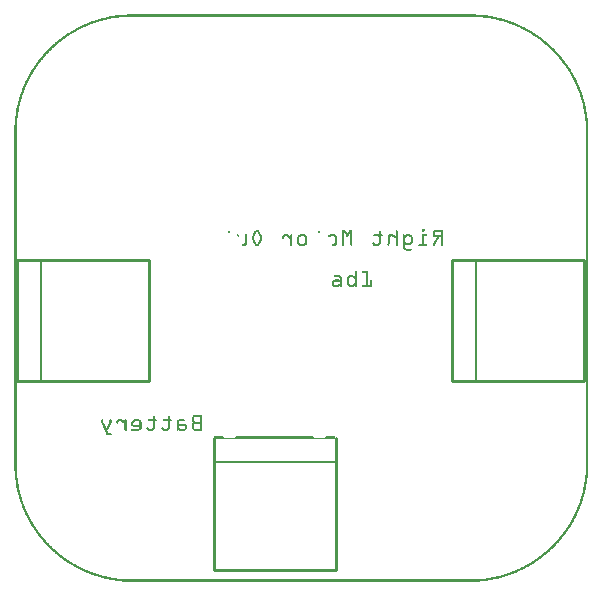
<source format=gbo>
G04 MADE WITH FRITZING*
G04 WWW.FRITZING.ORG*
G04 DOUBLE SIDED*
G04 HOLES PLATED*
G04 CONTOUR ON CENTER OF CONTOUR VECTOR*
%ASAXBY*%
%FSLAX23Y23*%
%MOIN*%
%OFA0B0*%
%SFA1.0B1.0*%
%ADD10C,0.010000*%
%ADD11C,0.005000*%
%ADD12R,0.001000X0.001000*%
%LNSILK0*%
G90*
G70*
G54D10*
X447Y1074D02*
X447Y670D01*
D02*
X447Y670D02*
X7Y670D01*
D02*
X7Y670D02*
X7Y1074D01*
D02*
X7Y1074D02*
X447Y1074D01*
G54D11*
D02*
X87Y670D02*
X87Y1074D01*
G54D10*
D02*
X1070Y40D02*
X666Y40D01*
D02*
X666Y40D02*
X666Y480D01*
D02*
X1070Y480D02*
X1070Y40D01*
G54D11*
D02*
X666Y400D02*
X1070Y400D01*
G54D10*
D02*
X1897Y1074D02*
X1897Y670D01*
D02*
X1897Y670D02*
X1457Y670D01*
D02*
X1457Y670D02*
X1457Y1074D01*
D02*
X1457Y1074D02*
X1897Y1074D01*
G54D11*
D02*
X1537Y670D02*
X1537Y1074D01*
G54D12*
X375Y1893D02*
X1537Y1893D01*
X360Y1892D02*
X1552Y1892D01*
X350Y1891D02*
X1562Y1891D01*
X342Y1890D02*
X1570Y1890D01*
X335Y1889D02*
X1577Y1889D01*
X328Y1888D02*
X1584Y1888D01*
X323Y1887D02*
X1589Y1887D01*
X317Y1886D02*
X1595Y1886D01*
X313Y1885D02*
X374Y1885D01*
X1538Y1885D02*
X1599Y1885D01*
X308Y1884D02*
X359Y1884D01*
X1553Y1884D02*
X1604Y1884D01*
X304Y1883D02*
X349Y1883D01*
X1563Y1883D02*
X1608Y1883D01*
X299Y1882D02*
X341Y1882D01*
X1571Y1882D02*
X1613Y1882D01*
X295Y1881D02*
X334Y1881D01*
X1578Y1881D02*
X1617Y1881D01*
X292Y1880D02*
X328Y1880D01*
X1584Y1880D02*
X1620Y1880D01*
X288Y1879D02*
X322Y1879D01*
X1590Y1879D02*
X1624Y1879D01*
X284Y1878D02*
X317Y1878D01*
X1595Y1878D02*
X1628Y1878D01*
X281Y1877D02*
X312Y1877D01*
X1600Y1877D02*
X1631Y1877D01*
X278Y1876D02*
X307Y1876D01*
X1605Y1876D02*
X1634Y1876D01*
X275Y1875D02*
X303Y1875D01*
X1609Y1875D02*
X1637Y1875D01*
X272Y1874D02*
X299Y1874D01*
X1613Y1874D02*
X1640Y1874D01*
X269Y1873D02*
X295Y1873D01*
X1617Y1873D02*
X1643Y1873D01*
X266Y1872D02*
X291Y1872D01*
X1621Y1872D02*
X1646Y1872D01*
X263Y1871D02*
X287Y1871D01*
X1625Y1871D02*
X1649Y1871D01*
X260Y1870D02*
X284Y1870D01*
X1628Y1870D02*
X1652Y1870D01*
X257Y1869D02*
X281Y1869D01*
X1631Y1869D02*
X1655Y1869D01*
X254Y1868D02*
X277Y1868D01*
X1635Y1868D02*
X1658Y1868D01*
X252Y1867D02*
X274Y1867D01*
X1638Y1867D02*
X1660Y1867D01*
X249Y1866D02*
X271Y1866D01*
X1641Y1866D02*
X1663Y1866D01*
X247Y1865D02*
X268Y1865D01*
X1644Y1865D02*
X1665Y1865D01*
X244Y1864D02*
X265Y1864D01*
X1647Y1864D02*
X1668Y1864D01*
X242Y1863D02*
X262Y1863D01*
X1650Y1863D02*
X1670Y1863D01*
X239Y1862D02*
X260Y1862D01*
X1652Y1862D02*
X1673Y1862D01*
X237Y1861D02*
X257Y1861D01*
X1655Y1861D02*
X1675Y1861D01*
X235Y1860D02*
X254Y1860D01*
X1658Y1860D02*
X1677Y1860D01*
X233Y1859D02*
X252Y1859D01*
X1660Y1859D02*
X1679Y1859D01*
X230Y1858D02*
X249Y1858D01*
X1663Y1858D02*
X1682Y1858D01*
X228Y1857D02*
X247Y1857D01*
X1665Y1857D02*
X1684Y1857D01*
X226Y1856D02*
X244Y1856D01*
X1668Y1856D02*
X1686Y1856D01*
X224Y1855D02*
X242Y1855D01*
X1670Y1855D02*
X1688Y1855D01*
X222Y1854D02*
X240Y1854D01*
X1672Y1854D02*
X1690Y1854D01*
X220Y1853D02*
X237Y1853D01*
X1675Y1853D02*
X1692Y1853D01*
X218Y1852D02*
X235Y1852D01*
X1677Y1852D02*
X1694Y1852D01*
X216Y1851D02*
X233Y1851D01*
X1679Y1851D02*
X1696Y1851D01*
X214Y1850D02*
X231Y1850D01*
X1681Y1850D02*
X1698Y1850D01*
X212Y1849D02*
X228Y1849D01*
X1684Y1849D02*
X1700Y1849D01*
X210Y1848D02*
X226Y1848D01*
X1686Y1848D02*
X1702Y1848D01*
X208Y1847D02*
X224Y1847D01*
X1688Y1847D02*
X1704Y1847D01*
X206Y1846D02*
X222Y1846D01*
X1690Y1846D02*
X1706Y1846D01*
X204Y1845D02*
X220Y1845D01*
X1692Y1845D02*
X1708Y1845D01*
X202Y1844D02*
X218Y1844D01*
X1694Y1844D02*
X1710Y1844D01*
X201Y1843D02*
X216Y1843D01*
X1696Y1843D02*
X1711Y1843D01*
X199Y1842D02*
X214Y1842D01*
X1698Y1842D02*
X1713Y1842D01*
X197Y1841D02*
X212Y1841D01*
X1700Y1841D02*
X1715Y1841D01*
X195Y1840D02*
X210Y1840D01*
X1702Y1840D02*
X1717Y1840D01*
X194Y1839D02*
X209Y1839D01*
X1703Y1839D02*
X1718Y1839D01*
X192Y1838D02*
X207Y1838D01*
X1705Y1838D02*
X1720Y1838D01*
X190Y1837D02*
X205Y1837D01*
X1707Y1837D02*
X1722Y1837D01*
X188Y1836D02*
X203Y1836D01*
X1709Y1836D02*
X1724Y1836D01*
X187Y1835D02*
X201Y1835D01*
X1711Y1835D02*
X1725Y1835D01*
X185Y1834D02*
X200Y1834D01*
X1712Y1834D02*
X1727Y1834D01*
X184Y1833D02*
X198Y1833D01*
X1714Y1833D02*
X1728Y1833D01*
X182Y1832D02*
X196Y1832D01*
X1716Y1832D02*
X1730Y1832D01*
X181Y1831D02*
X194Y1831D01*
X1718Y1831D02*
X1731Y1831D01*
X179Y1830D02*
X193Y1830D01*
X1719Y1830D02*
X1733Y1830D01*
X177Y1829D02*
X191Y1829D01*
X1721Y1829D02*
X1735Y1829D01*
X176Y1828D02*
X190Y1828D01*
X1722Y1828D02*
X1736Y1828D01*
X174Y1827D02*
X188Y1827D01*
X1724Y1827D02*
X1738Y1827D01*
X173Y1826D02*
X186Y1826D01*
X1726Y1826D02*
X1739Y1826D01*
X171Y1825D02*
X185Y1825D01*
X1727Y1825D02*
X1741Y1825D01*
X170Y1824D02*
X183Y1824D01*
X1729Y1824D02*
X1742Y1824D01*
X169Y1823D02*
X182Y1823D01*
X1730Y1823D02*
X1743Y1823D01*
X167Y1822D02*
X180Y1822D01*
X1732Y1822D02*
X1745Y1822D01*
X166Y1821D02*
X179Y1821D01*
X1733Y1821D02*
X1746Y1821D01*
X164Y1820D02*
X177Y1820D01*
X1735Y1820D02*
X1748Y1820D01*
X163Y1819D02*
X176Y1819D01*
X1736Y1819D02*
X1749Y1819D01*
X161Y1818D02*
X174Y1818D01*
X1738Y1818D02*
X1751Y1818D01*
X160Y1817D02*
X173Y1817D01*
X1739Y1817D02*
X1752Y1817D01*
X159Y1816D02*
X171Y1816D01*
X1741Y1816D02*
X1753Y1816D01*
X157Y1815D02*
X170Y1815D01*
X1742Y1815D02*
X1755Y1815D01*
X156Y1814D02*
X169Y1814D01*
X1743Y1814D02*
X1756Y1814D01*
X155Y1813D02*
X167Y1813D01*
X1745Y1813D02*
X1757Y1813D01*
X153Y1812D02*
X166Y1812D01*
X1746Y1812D02*
X1759Y1812D01*
X152Y1811D02*
X164Y1811D01*
X1748Y1811D02*
X1760Y1811D01*
X151Y1810D02*
X163Y1810D01*
X1749Y1810D02*
X1761Y1810D01*
X150Y1809D02*
X161Y1809D01*
X1751Y1809D02*
X1762Y1809D01*
X148Y1808D02*
X160Y1808D01*
X1752Y1808D02*
X1764Y1808D01*
X147Y1807D02*
X159Y1807D01*
X1753Y1807D02*
X1765Y1807D01*
X146Y1806D02*
X158Y1806D01*
X1754Y1806D02*
X1766Y1806D01*
X144Y1805D02*
X156Y1805D01*
X1756Y1805D02*
X1768Y1805D01*
X143Y1804D02*
X155Y1804D01*
X1757Y1804D02*
X1769Y1804D01*
X142Y1803D02*
X154Y1803D01*
X1758Y1803D02*
X1770Y1803D01*
X141Y1802D02*
X152Y1802D01*
X1760Y1802D02*
X1771Y1802D01*
X140Y1801D02*
X151Y1801D01*
X1761Y1801D02*
X1772Y1801D01*
X138Y1800D02*
X150Y1800D01*
X1762Y1800D02*
X1774Y1800D01*
X137Y1799D02*
X149Y1799D01*
X1763Y1799D02*
X1775Y1799D01*
X136Y1798D02*
X147Y1798D01*
X1765Y1798D02*
X1776Y1798D01*
X135Y1797D02*
X146Y1797D01*
X1766Y1797D02*
X1777Y1797D01*
X134Y1796D02*
X145Y1796D01*
X1767Y1796D02*
X1778Y1796D01*
X133Y1795D02*
X144Y1795D01*
X1768Y1795D02*
X1779Y1795D01*
X131Y1794D02*
X143Y1794D01*
X1769Y1794D02*
X1781Y1794D01*
X130Y1793D02*
X142Y1793D01*
X1770Y1793D02*
X1782Y1793D01*
X129Y1792D02*
X140Y1792D01*
X1772Y1792D02*
X1783Y1792D01*
X128Y1791D02*
X139Y1791D01*
X1773Y1791D02*
X1784Y1791D01*
X127Y1790D02*
X138Y1790D01*
X1774Y1790D02*
X1785Y1790D01*
X126Y1789D02*
X137Y1789D01*
X1775Y1789D02*
X1786Y1789D01*
X125Y1788D02*
X136Y1788D01*
X1776Y1788D02*
X1787Y1788D01*
X124Y1787D02*
X135Y1787D01*
X1777Y1787D02*
X1788Y1787D01*
X123Y1786D02*
X133Y1786D01*
X1779Y1786D02*
X1789Y1786D01*
X122Y1785D02*
X132Y1785D01*
X1780Y1785D02*
X1790Y1785D01*
X121Y1784D02*
X131Y1784D01*
X1781Y1784D02*
X1791Y1784D01*
X120Y1783D02*
X130Y1783D01*
X1782Y1783D02*
X1792Y1783D01*
X119Y1782D02*
X129Y1782D01*
X1783Y1782D02*
X1793Y1782D01*
X117Y1781D02*
X128Y1781D01*
X1784Y1781D02*
X1795Y1781D01*
X116Y1780D02*
X127Y1780D01*
X1785Y1780D02*
X1796Y1780D01*
X115Y1779D02*
X126Y1779D01*
X1786Y1779D02*
X1797Y1779D01*
X114Y1778D02*
X125Y1778D01*
X1787Y1778D02*
X1798Y1778D01*
X113Y1777D02*
X124Y1777D01*
X1788Y1777D02*
X1799Y1777D01*
X112Y1776D02*
X123Y1776D01*
X1789Y1776D02*
X1800Y1776D01*
X111Y1775D02*
X122Y1775D01*
X1790Y1775D02*
X1801Y1775D01*
X111Y1774D02*
X121Y1774D01*
X1791Y1774D02*
X1801Y1774D01*
X110Y1773D02*
X120Y1773D01*
X1792Y1773D02*
X1802Y1773D01*
X109Y1772D02*
X119Y1772D01*
X1793Y1772D02*
X1803Y1772D01*
X108Y1771D02*
X118Y1771D01*
X1794Y1771D02*
X1804Y1771D01*
X107Y1770D02*
X117Y1770D01*
X1795Y1770D02*
X1805Y1770D01*
X106Y1769D02*
X116Y1769D01*
X1796Y1769D02*
X1806Y1769D01*
X105Y1768D02*
X115Y1768D01*
X1797Y1768D02*
X1807Y1768D01*
X104Y1767D02*
X114Y1767D01*
X1798Y1767D02*
X1808Y1767D01*
X103Y1766D02*
X113Y1766D01*
X1799Y1766D02*
X1809Y1766D01*
X102Y1765D02*
X112Y1765D01*
X1800Y1765D02*
X1810Y1765D01*
X101Y1764D02*
X111Y1764D01*
X1801Y1764D02*
X1811Y1764D01*
X100Y1763D02*
X110Y1763D01*
X1802Y1763D02*
X1812Y1763D01*
X99Y1762D02*
X109Y1762D01*
X1803Y1762D02*
X1813Y1762D01*
X98Y1761D02*
X108Y1761D01*
X1804Y1761D02*
X1814Y1761D01*
X98Y1760D02*
X107Y1760D01*
X1805Y1760D02*
X1814Y1760D01*
X97Y1759D02*
X106Y1759D01*
X1806Y1759D02*
X1815Y1759D01*
X96Y1758D02*
X105Y1758D01*
X1807Y1758D02*
X1816Y1758D01*
X95Y1757D02*
X105Y1757D01*
X1807Y1757D02*
X1817Y1757D01*
X94Y1756D02*
X104Y1756D01*
X1808Y1756D02*
X1818Y1756D01*
X93Y1755D02*
X103Y1755D01*
X1809Y1755D02*
X1819Y1755D01*
X92Y1754D02*
X102Y1754D01*
X1810Y1754D02*
X1820Y1754D01*
X91Y1753D02*
X101Y1753D01*
X1811Y1753D02*
X1821Y1753D01*
X91Y1752D02*
X100Y1752D01*
X1812Y1752D02*
X1821Y1752D01*
X90Y1751D02*
X99Y1751D01*
X1813Y1751D02*
X1822Y1751D01*
X89Y1750D02*
X98Y1750D01*
X1814Y1750D02*
X1823Y1750D01*
X88Y1749D02*
X98Y1749D01*
X1814Y1749D02*
X1824Y1749D01*
X87Y1748D02*
X97Y1748D01*
X1815Y1748D02*
X1825Y1748D01*
X87Y1747D02*
X96Y1747D01*
X1816Y1747D02*
X1825Y1747D01*
X86Y1746D02*
X95Y1746D01*
X1817Y1746D02*
X1826Y1746D01*
X85Y1745D02*
X94Y1745D01*
X1818Y1745D02*
X1827Y1745D01*
X84Y1744D02*
X93Y1744D01*
X1819Y1744D02*
X1828Y1744D01*
X83Y1743D02*
X93Y1743D01*
X1819Y1743D02*
X1829Y1743D01*
X83Y1742D02*
X92Y1742D01*
X1820Y1742D02*
X1829Y1742D01*
X82Y1741D02*
X91Y1741D01*
X1821Y1741D02*
X1830Y1741D01*
X81Y1740D02*
X90Y1740D01*
X1822Y1740D02*
X1831Y1740D01*
X80Y1739D02*
X89Y1739D01*
X1823Y1739D02*
X1832Y1739D01*
X79Y1738D02*
X89Y1738D01*
X1823Y1738D02*
X1833Y1738D01*
X79Y1737D02*
X88Y1737D01*
X1824Y1737D02*
X1833Y1737D01*
X78Y1736D02*
X87Y1736D01*
X1825Y1736D02*
X1834Y1736D01*
X77Y1735D02*
X86Y1735D01*
X1826Y1735D02*
X1835Y1735D01*
X76Y1734D02*
X85Y1734D01*
X1827Y1734D02*
X1836Y1734D01*
X76Y1733D02*
X85Y1733D01*
X1827Y1733D02*
X1836Y1733D01*
X75Y1732D02*
X84Y1732D01*
X1828Y1732D02*
X1837Y1732D01*
X74Y1731D02*
X83Y1731D01*
X1829Y1731D02*
X1838Y1731D01*
X74Y1730D02*
X82Y1730D01*
X1830Y1730D02*
X1838Y1730D01*
X73Y1729D02*
X82Y1729D01*
X1830Y1729D02*
X1839Y1729D01*
X72Y1728D02*
X81Y1728D01*
X1831Y1728D02*
X1840Y1728D01*
X71Y1727D02*
X80Y1727D01*
X1832Y1727D02*
X1841Y1727D01*
X71Y1726D02*
X79Y1726D01*
X1833Y1726D02*
X1841Y1726D01*
X70Y1725D02*
X79Y1725D01*
X1833Y1725D02*
X1842Y1725D01*
X69Y1724D02*
X78Y1724D01*
X1834Y1724D02*
X1843Y1724D01*
X69Y1723D02*
X77Y1723D01*
X1835Y1723D02*
X1843Y1723D01*
X68Y1722D02*
X77Y1722D01*
X1835Y1722D02*
X1844Y1722D01*
X67Y1721D02*
X76Y1721D01*
X1836Y1721D02*
X1845Y1721D01*
X66Y1720D02*
X75Y1720D01*
X1837Y1720D02*
X1846Y1720D01*
X66Y1719D02*
X74Y1719D01*
X1838Y1719D02*
X1846Y1719D01*
X65Y1718D02*
X74Y1718D01*
X1838Y1718D02*
X1847Y1718D01*
X65Y1717D02*
X73Y1717D01*
X1839Y1717D02*
X1847Y1717D01*
X64Y1716D02*
X72Y1716D01*
X1840Y1716D02*
X1848Y1716D01*
X63Y1715D02*
X72Y1715D01*
X1840Y1715D02*
X1849Y1715D01*
X63Y1714D02*
X71Y1714D01*
X1841Y1714D02*
X1849Y1714D01*
X62Y1713D02*
X70Y1713D01*
X1842Y1713D02*
X1850Y1713D01*
X61Y1712D02*
X70Y1712D01*
X1842Y1712D02*
X1851Y1712D01*
X61Y1711D02*
X69Y1711D01*
X1843Y1711D02*
X1851Y1711D01*
X60Y1710D02*
X68Y1710D01*
X1844Y1710D02*
X1852Y1710D01*
X59Y1709D02*
X68Y1709D01*
X1844Y1709D02*
X1853Y1709D01*
X59Y1708D02*
X67Y1708D01*
X1845Y1708D02*
X1853Y1708D01*
X58Y1707D02*
X66Y1707D01*
X1846Y1707D02*
X1854Y1707D01*
X57Y1706D02*
X66Y1706D01*
X1846Y1706D02*
X1855Y1706D01*
X57Y1705D02*
X65Y1705D01*
X1847Y1705D02*
X1855Y1705D01*
X56Y1704D02*
X65Y1704D01*
X1847Y1704D02*
X1856Y1704D01*
X56Y1703D02*
X64Y1703D01*
X1848Y1703D02*
X1856Y1703D01*
X55Y1702D02*
X63Y1702D01*
X1849Y1702D02*
X1857Y1702D01*
X55Y1701D02*
X63Y1701D01*
X1849Y1701D02*
X1857Y1701D01*
X54Y1700D02*
X62Y1700D01*
X1850Y1700D02*
X1858Y1700D01*
X53Y1699D02*
X61Y1699D01*
X1851Y1699D02*
X1859Y1699D01*
X53Y1698D02*
X61Y1698D01*
X1851Y1698D02*
X1859Y1698D01*
X52Y1697D02*
X60Y1697D01*
X1852Y1697D02*
X1860Y1697D01*
X52Y1696D02*
X60Y1696D01*
X1852Y1696D02*
X1860Y1696D01*
X51Y1695D02*
X59Y1695D01*
X1853Y1695D02*
X1861Y1695D01*
X50Y1694D02*
X59Y1694D01*
X1853Y1694D02*
X1862Y1694D01*
X50Y1693D02*
X58Y1693D01*
X1854Y1693D02*
X1862Y1693D01*
X49Y1692D02*
X57Y1692D01*
X1855Y1692D02*
X1863Y1692D01*
X49Y1691D02*
X57Y1691D01*
X1855Y1691D02*
X1863Y1691D01*
X48Y1690D02*
X56Y1690D01*
X1856Y1690D02*
X1864Y1690D01*
X48Y1689D02*
X56Y1689D01*
X1856Y1689D02*
X1864Y1689D01*
X47Y1688D02*
X55Y1688D01*
X1857Y1688D02*
X1865Y1688D01*
X47Y1687D02*
X54Y1687D01*
X1858Y1687D02*
X1865Y1687D01*
X46Y1686D02*
X54Y1686D01*
X1858Y1686D02*
X1866Y1686D01*
X45Y1685D02*
X53Y1685D01*
X1859Y1685D02*
X1867Y1685D01*
X45Y1684D02*
X53Y1684D01*
X1859Y1684D02*
X1867Y1684D01*
X44Y1683D02*
X52Y1683D01*
X1860Y1683D02*
X1868Y1683D01*
X44Y1682D02*
X52Y1682D01*
X1860Y1682D02*
X1868Y1682D01*
X43Y1681D02*
X51Y1681D01*
X1861Y1681D02*
X1869Y1681D01*
X43Y1680D02*
X51Y1680D01*
X1861Y1680D02*
X1869Y1680D01*
X42Y1679D02*
X50Y1679D01*
X1862Y1679D02*
X1870Y1679D01*
X42Y1678D02*
X50Y1678D01*
X1862Y1678D02*
X1870Y1678D01*
X41Y1677D02*
X49Y1677D01*
X1863Y1677D02*
X1871Y1677D01*
X41Y1676D02*
X49Y1676D01*
X1863Y1676D02*
X1871Y1676D01*
X40Y1675D02*
X48Y1675D01*
X1864Y1675D02*
X1872Y1675D01*
X40Y1674D02*
X48Y1674D01*
X1864Y1674D02*
X1872Y1674D01*
X39Y1673D02*
X47Y1673D01*
X1865Y1673D02*
X1873Y1673D01*
X39Y1672D02*
X47Y1672D01*
X1865Y1672D02*
X1873Y1672D01*
X38Y1671D02*
X46Y1671D01*
X1866Y1671D02*
X1874Y1671D01*
X38Y1670D02*
X46Y1670D01*
X1866Y1670D02*
X1874Y1670D01*
X37Y1669D02*
X45Y1669D01*
X1867Y1669D02*
X1875Y1669D01*
X37Y1668D02*
X45Y1668D01*
X1867Y1668D02*
X1875Y1668D01*
X36Y1667D02*
X44Y1667D01*
X1868Y1667D02*
X1876Y1667D01*
X36Y1666D02*
X44Y1666D01*
X1868Y1666D02*
X1876Y1666D01*
X36Y1665D02*
X43Y1665D01*
X1869Y1665D02*
X1876Y1665D01*
X35Y1664D02*
X43Y1664D01*
X1869Y1664D02*
X1877Y1664D01*
X35Y1663D02*
X42Y1663D01*
X1870Y1663D02*
X1877Y1663D01*
X34Y1662D02*
X42Y1662D01*
X1870Y1662D02*
X1878Y1662D01*
X34Y1661D02*
X41Y1661D01*
X1871Y1661D02*
X1878Y1661D01*
X33Y1660D02*
X41Y1660D01*
X1871Y1660D02*
X1879Y1660D01*
X33Y1659D02*
X40Y1659D01*
X1872Y1659D02*
X1879Y1659D01*
X32Y1658D02*
X40Y1658D01*
X1872Y1658D02*
X1880Y1658D01*
X32Y1657D02*
X40Y1657D01*
X1872Y1657D02*
X1880Y1657D01*
X31Y1656D02*
X39Y1656D01*
X1873Y1656D02*
X1881Y1656D01*
X31Y1655D02*
X39Y1655D01*
X1873Y1655D02*
X1881Y1655D01*
X31Y1654D02*
X38Y1654D01*
X1874Y1654D02*
X1881Y1654D01*
X30Y1653D02*
X38Y1653D01*
X1874Y1653D02*
X1882Y1653D01*
X30Y1652D02*
X37Y1652D01*
X1875Y1652D02*
X1882Y1652D01*
X29Y1651D02*
X37Y1651D01*
X1875Y1651D02*
X1883Y1651D01*
X29Y1650D02*
X36Y1650D01*
X1876Y1650D02*
X1883Y1650D01*
X29Y1649D02*
X36Y1649D01*
X1876Y1649D02*
X1883Y1649D01*
X28Y1648D02*
X36Y1648D01*
X1876Y1648D02*
X1884Y1648D01*
X28Y1647D02*
X35Y1647D01*
X1877Y1647D02*
X1884Y1647D01*
X27Y1646D02*
X35Y1646D01*
X1877Y1646D02*
X1885Y1646D01*
X27Y1645D02*
X34Y1645D01*
X1878Y1645D02*
X1885Y1645D01*
X27Y1644D02*
X34Y1644D01*
X1878Y1644D02*
X1885Y1644D01*
X26Y1643D02*
X34Y1643D01*
X1878Y1643D02*
X1886Y1643D01*
X26Y1642D02*
X33Y1642D01*
X1879Y1642D02*
X1886Y1642D01*
X25Y1641D02*
X33Y1641D01*
X1879Y1641D02*
X1887Y1641D01*
X25Y1640D02*
X32Y1640D01*
X1880Y1640D02*
X1887Y1640D01*
X25Y1639D02*
X32Y1639D01*
X1880Y1639D02*
X1887Y1639D01*
X24Y1638D02*
X32Y1638D01*
X1880Y1638D02*
X1888Y1638D01*
X24Y1637D02*
X31Y1637D01*
X1881Y1637D02*
X1888Y1637D01*
X24Y1636D02*
X31Y1636D01*
X1881Y1636D02*
X1888Y1636D01*
X23Y1635D02*
X30Y1635D01*
X1882Y1635D02*
X1889Y1635D01*
X23Y1634D02*
X30Y1634D01*
X1882Y1634D02*
X1889Y1634D01*
X22Y1633D02*
X30Y1633D01*
X1882Y1633D02*
X1890Y1633D01*
X22Y1632D02*
X29Y1632D01*
X1883Y1632D02*
X1890Y1632D01*
X22Y1631D02*
X29Y1631D01*
X1883Y1631D02*
X1890Y1631D01*
X21Y1630D02*
X29Y1630D01*
X1883Y1630D02*
X1891Y1630D01*
X21Y1629D02*
X28Y1629D01*
X1884Y1629D02*
X1891Y1629D01*
X21Y1628D02*
X28Y1628D01*
X1884Y1628D02*
X1891Y1628D01*
X20Y1627D02*
X28Y1627D01*
X1884Y1627D02*
X1892Y1627D01*
X20Y1626D02*
X27Y1626D01*
X1885Y1626D02*
X1892Y1626D01*
X20Y1625D02*
X27Y1625D01*
X1885Y1625D02*
X1892Y1625D01*
X19Y1624D02*
X27Y1624D01*
X1885Y1624D02*
X1893Y1624D01*
X19Y1623D02*
X26Y1623D01*
X1886Y1623D02*
X1893Y1623D01*
X19Y1622D02*
X26Y1622D01*
X1886Y1622D02*
X1893Y1622D01*
X18Y1621D02*
X26Y1621D01*
X1886Y1621D02*
X1894Y1621D01*
X18Y1620D02*
X25Y1620D01*
X1887Y1620D02*
X1894Y1620D01*
X18Y1619D02*
X25Y1619D01*
X1887Y1619D02*
X1894Y1619D01*
X17Y1618D02*
X25Y1618D01*
X1887Y1618D02*
X1895Y1618D01*
X17Y1617D02*
X24Y1617D01*
X1888Y1617D02*
X1895Y1617D01*
X17Y1616D02*
X24Y1616D01*
X1888Y1616D02*
X1895Y1616D01*
X17Y1615D02*
X24Y1615D01*
X1888Y1615D02*
X1895Y1615D01*
X16Y1614D02*
X23Y1614D01*
X1889Y1614D02*
X1896Y1614D01*
X16Y1613D02*
X23Y1613D01*
X1889Y1613D02*
X1896Y1613D01*
X16Y1612D02*
X23Y1612D01*
X1889Y1612D02*
X1896Y1612D01*
X15Y1611D02*
X23Y1611D01*
X1889Y1611D02*
X1897Y1611D01*
X15Y1610D02*
X22Y1610D01*
X1890Y1610D02*
X1897Y1610D01*
X15Y1609D02*
X22Y1609D01*
X1890Y1609D02*
X1897Y1609D01*
X14Y1608D02*
X22Y1608D01*
X1890Y1608D02*
X1898Y1608D01*
X14Y1607D02*
X21Y1607D01*
X1891Y1607D02*
X1898Y1607D01*
X14Y1606D02*
X21Y1606D01*
X1891Y1606D02*
X1898Y1606D01*
X14Y1605D02*
X21Y1605D01*
X1891Y1605D02*
X1898Y1605D01*
X13Y1604D02*
X21Y1604D01*
X1891Y1604D02*
X1899Y1604D01*
X13Y1603D02*
X20Y1603D01*
X1892Y1603D02*
X1899Y1603D01*
X13Y1602D02*
X20Y1602D01*
X1892Y1602D02*
X1899Y1602D01*
X13Y1601D02*
X20Y1601D01*
X1892Y1601D02*
X1899Y1601D01*
X12Y1600D02*
X19Y1600D01*
X1893Y1600D02*
X1900Y1600D01*
X12Y1599D02*
X19Y1599D01*
X1893Y1599D02*
X1900Y1599D01*
X12Y1598D02*
X19Y1598D01*
X1893Y1598D02*
X1900Y1598D01*
X12Y1597D02*
X19Y1597D01*
X1893Y1597D02*
X1900Y1597D01*
X11Y1596D02*
X18Y1596D01*
X1894Y1596D02*
X1901Y1596D01*
X11Y1595D02*
X18Y1595D01*
X1894Y1595D02*
X1901Y1595D01*
X11Y1594D02*
X18Y1594D01*
X1894Y1594D02*
X1901Y1594D01*
X11Y1593D02*
X18Y1593D01*
X1894Y1593D02*
X1901Y1593D01*
X10Y1592D02*
X17Y1592D01*
X1895Y1592D02*
X1902Y1592D01*
X10Y1591D02*
X17Y1591D01*
X1895Y1591D02*
X1902Y1591D01*
X10Y1590D02*
X17Y1590D01*
X1895Y1590D02*
X1902Y1590D01*
X10Y1589D02*
X17Y1589D01*
X1895Y1589D02*
X1902Y1589D01*
X9Y1588D02*
X16Y1588D01*
X1896Y1588D02*
X1903Y1588D01*
X9Y1587D02*
X16Y1587D01*
X1896Y1587D02*
X1903Y1587D01*
X9Y1586D02*
X16Y1586D01*
X1896Y1586D02*
X1903Y1586D01*
X9Y1585D02*
X16Y1585D01*
X1896Y1585D02*
X1903Y1585D01*
X9Y1584D02*
X16Y1584D01*
X1896Y1584D02*
X1903Y1584D01*
X8Y1583D02*
X15Y1583D01*
X1897Y1583D02*
X1904Y1583D01*
X8Y1582D02*
X15Y1582D01*
X1897Y1582D02*
X1904Y1582D01*
X8Y1581D02*
X15Y1581D01*
X1897Y1581D02*
X1904Y1581D01*
X8Y1580D02*
X15Y1580D01*
X1897Y1580D02*
X1904Y1580D01*
X7Y1579D02*
X15Y1579D01*
X1897Y1579D02*
X1905Y1579D01*
X7Y1578D02*
X14Y1578D01*
X1898Y1578D02*
X1905Y1578D01*
X7Y1577D02*
X14Y1577D01*
X1898Y1577D02*
X1905Y1577D01*
X7Y1576D02*
X14Y1576D01*
X1898Y1576D02*
X1905Y1576D01*
X7Y1575D02*
X14Y1575D01*
X1898Y1575D02*
X1905Y1575D01*
X7Y1574D02*
X14Y1574D01*
X1898Y1574D02*
X1905Y1574D01*
X6Y1573D02*
X13Y1573D01*
X1899Y1573D02*
X1906Y1573D01*
X6Y1572D02*
X13Y1572D01*
X1899Y1572D02*
X1906Y1572D01*
X6Y1571D02*
X13Y1571D01*
X1899Y1571D02*
X1906Y1571D01*
X6Y1570D02*
X13Y1570D01*
X1899Y1570D02*
X1906Y1570D01*
X6Y1569D02*
X13Y1569D01*
X1899Y1569D02*
X1906Y1569D01*
X5Y1568D02*
X13Y1568D01*
X1899Y1568D02*
X1907Y1568D01*
X5Y1567D02*
X12Y1567D01*
X1900Y1567D02*
X1907Y1567D01*
X5Y1566D02*
X12Y1566D01*
X1900Y1566D02*
X1907Y1566D01*
X5Y1565D02*
X12Y1565D01*
X1900Y1565D02*
X1907Y1565D01*
X5Y1564D02*
X12Y1564D01*
X1900Y1564D02*
X1907Y1564D01*
X5Y1563D02*
X12Y1563D01*
X1900Y1563D02*
X1907Y1563D01*
X4Y1562D02*
X12Y1562D01*
X1900Y1562D02*
X1908Y1562D01*
X4Y1561D02*
X11Y1561D01*
X1901Y1561D02*
X1908Y1561D01*
X4Y1560D02*
X11Y1560D01*
X1901Y1560D02*
X1908Y1560D01*
X4Y1559D02*
X11Y1559D01*
X1901Y1559D02*
X1908Y1559D01*
X4Y1558D02*
X11Y1558D01*
X1901Y1558D02*
X1908Y1558D01*
X4Y1557D02*
X11Y1557D01*
X1901Y1557D02*
X1908Y1557D01*
X4Y1556D02*
X11Y1556D01*
X1901Y1556D02*
X1908Y1556D01*
X3Y1555D02*
X11Y1555D01*
X1901Y1555D02*
X1909Y1555D01*
X3Y1554D02*
X10Y1554D01*
X1902Y1554D02*
X1909Y1554D01*
X3Y1553D02*
X10Y1553D01*
X1902Y1553D02*
X1909Y1553D01*
X3Y1552D02*
X10Y1552D01*
X1902Y1552D02*
X1909Y1552D01*
X3Y1551D02*
X10Y1551D01*
X1902Y1551D02*
X1909Y1551D01*
X3Y1550D02*
X10Y1550D01*
X1902Y1550D02*
X1909Y1550D01*
X3Y1549D02*
X10Y1549D01*
X1902Y1549D02*
X1909Y1549D01*
X3Y1548D02*
X10Y1548D01*
X1902Y1548D02*
X1909Y1548D01*
X2Y1547D02*
X10Y1547D01*
X1902Y1547D02*
X1910Y1547D01*
X2Y1546D02*
X9Y1546D01*
X1903Y1546D02*
X1910Y1546D01*
X2Y1545D02*
X9Y1545D01*
X1903Y1545D02*
X1910Y1545D01*
X2Y1544D02*
X9Y1544D01*
X1903Y1544D02*
X1910Y1544D01*
X2Y1543D02*
X9Y1543D01*
X1903Y1543D02*
X1910Y1543D01*
X2Y1542D02*
X9Y1542D01*
X1903Y1542D02*
X1910Y1542D01*
X2Y1541D02*
X9Y1541D01*
X1903Y1541D02*
X1910Y1541D01*
X2Y1540D02*
X9Y1540D01*
X1903Y1540D02*
X1910Y1540D01*
X2Y1539D02*
X9Y1539D01*
X1903Y1539D02*
X1910Y1539D01*
X2Y1538D02*
X9Y1538D01*
X1903Y1538D02*
X1910Y1538D01*
X1Y1537D02*
X9Y1537D01*
X1903Y1537D02*
X1911Y1537D01*
X1Y1536D02*
X8Y1536D01*
X1904Y1536D02*
X1911Y1536D01*
X1Y1535D02*
X8Y1535D01*
X1904Y1535D02*
X1911Y1535D01*
X1Y1534D02*
X8Y1534D01*
X1904Y1534D02*
X1911Y1534D01*
X1Y1533D02*
X8Y1533D01*
X1904Y1533D02*
X1911Y1533D01*
X1Y1532D02*
X8Y1532D01*
X1904Y1532D02*
X1911Y1532D01*
X1Y1531D02*
X8Y1531D01*
X1904Y1531D02*
X1911Y1531D01*
X1Y1530D02*
X8Y1530D01*
X1904Y1530D02*
X1911Y1530D01*
X1Y1529D02*
X8Y1529D01*
X1904Y1529D02*
X1911Y1529D01*
X1Y1528D02*
X8Y1528D01*
X1904Y1528D02*
X1911Y1528D01*
X1Y1527D02*
X8Y1527D01*
X1904Y1527D02*
X1911Y1527D01*
X1Y1526D02*
X8Y1526D01*
X1904Y1526D02*
X1911Y1526D01*
X1Y1525D02*
X8Y1525D01*
X1904Y1525D02*
X1911Y1525D01*
X1Y1524D02*
X8Y1524D01*
X1904Y1524D02*
X1911Y1524D01*
X0Y1523D02*
X8Y1523D01*
X1904Y1523D02*
X1912Y1523D01*
X0Y1522D02*
X7Y1522D01*
X1905Y1522D02*
X1912Y1522D01*
X0Y1521D02*
X7Y1521D01*
X1905Y1521D02*
X1912Y1521D01*
X0Y1520D02*
X7Y1520D01*
X1905Y1520D02*
X1912Y1520D01*
X0Y1519D02*
X7Y1519D01*
X1905Y1519D02*
X1912Y1519D01*
X0Y1518D02*
X7Y1518D01*
X1905Y1518D02*
X1912Y1518D01*
X0Y1517D02*
X7Y1517D01*
X1905Y1517D02*
X1912Y1517D01*
X0Y1516D02*
X7Y1516D01*
X1905Y1516D02*
X1912Y1516D01*
X0Y1515D02*
X7Y1515D01*
X1905Y1515D02*
X1912Y1515D01*
X0Y1514D02*
X7Y1514D01*
X1905Y1514D02*
X1912Y1514D01*
X0Y1513D02*
X7Y1513D01*
X1905Y1513D02*
X1912Y1513D01*
X0Y1512D02*
X7Y1512D01*
X1905Y1512D02*
X1912Y1512D01*
X0Y1511D02*
X7Y1511D01*
X1905Y1511D02*
X1912Y1511D01*
X0Y1510D02*
X7Y1510D01*
X1905Y1510D02*
X1912Y1510D01*
X0Y1509D02*
X7Y1509D01*
X1905Y1509D02*
X1912Y1509D01*
X0Y1508D02*
X7Y1508D01*
X1905Y1508D02*
X1912Y1508D01*
X0Y1507D02*
X7Y1507D01*
X1905Y1507D02*
X1912Y1507D01*
X0Y1506D02*
X7Y1506D01*
X1905Y1506D02*
X1912Y1506D01*
X0Y1505D02*
X7Y1505D01*
X1905Y1505D02*
X1912Y1505D01*
X0Y1504D02*
X7Y1504D01*
X1905Y1504D02*
X1912Y1504D01*
X0Y1503D02*
X7Y1503D01*
X1905Y1503D02*
X1912Y1503D01*
X0Y1502D02*
X7Y1502D01*
X1905Y1502D02*
X1912Y1502D01*
X0Y1501D02*
X7Y1501D01*
X1905Y1501D02*
X1912Y1501D01*
X0Y1500D02*
X7Y1500D01*
X1905Y1500D02*
X1912Y1500D01*
X0Y1499D02*
X7Y1499D01*
X1905Y1499D02*
X1912Y1499D01*
X0Y1498D02*
X7Y1498D01*
X1905Y1498D02*
X1912Y1498D01*
X0Y1497D02*
X7Y1497D01*
X1905Y1497D02*
X1912Y1497D01*
X0Y1496D02*
X7Y1496D01*
X1905Y1496D02*
X1912Y1496D01*
X0Y1495D02*
X7Y1495D01*
X1905Y1495D02*
X1912Y1495D01*
X0Y1494D02*
X7Y1494D01*
X1905Y1494D02*
X1912Y1494D01*
X0Y1493D02*
X7Y1493D01*
X1905Y1493D02*
X1912Y1493D01*
X0Y1492D02*
X7Y1492D01*
X1905Y1492D02*
X1912Y1492D01*
X0Y1491D02*
X7Y1491D01*
X1905Y1491D02*
X1912Y1491D01*
X0Y1490D02*
X7Y1490D01*
X1905Y1490D02*
X1912Y1490D01*
X0Y1489D02*
X7Y1489D01*
X1905Y1489D02*
X1912Y1489D01*
X0Y1488D02*
X7Y1488D01*
X1905Y1488D02*
X1912Y1488D01*
X0Y1487D02*
X7Y1487D01*
X1905Y1487D02*
X1912Y1487D01*
X0Y1486D02*
X7Y1486D01*
X1905Y1486D02*
X1912Y1486D01*
X0Y1485D02*
X7Y1485D01*
X1905Y1485D02*
X1912Y1485D01*
X0Y1484D02*
X7Y1484D01*
X1905Y1484D02*
X1912Y1484D01*
X0Y1483D02*
X7Y1483D01*
X1905Y1483D02*
X1912Y1483D01*
X0Y1482D02*
X7Y1482D01*
X1905Y1482D02*
X1912Y1482D01*
X0Y1481D02*
X7Y1481D01*
X1905Y1481D02*
X1912Y1481D01*
X0Y1480D02*
X7Y1480D01*
X1905Y1480D02*
X1912Y1480D01*
X0Y1479D02*
X7Y1479D01*
X1905Y1479D02*
X1912Y1479D01*
X0Y1478D02*
X7Y1478D01*
X1905Y1478D02*
X1912Y1478D01*
X0Y1477D02*
X7Y1477D01*
X1905Y1477D02*
X1912Y1477D01*
X0Y1476D02*
X7Y1476D01*
X1905Y1476D02*
X1912Y1476D01*
X0Y1475D02*
X7Y1475D01*
X1905Y1475D02*
X1912Y1475D01*
X0Y1474D02*
X7Y1474D01*
X1905Y1474D02*
X1912Y1474D01*
X0Y1473D02*
X7Y1473D01*
X1905Y1473D02*
X1912Y1473D01*
X0Y1472D02*
X7Y1472D01*
X1905Y1472D02*
X1912Y1472D01*
X0Y1471D02*
X7Y1471D01*
X1905Y1471D02*
X1912Y1471D01*
X0Y1470D02*
X7Y1470D01*
X1905Y1470D02*
X1912Y1470D01*
X0Y1469D02*
X7Y1469D01*
X1905Y1469D02*
X1912Y1469D01*
X0Y1468D02*
X7Y1468D01*
X1905Y1468D02*
X1912Y1468D01*
X0Y1467D02*
X7Y1467D01*
X1905Y1467D02*
X1912Y1467D01*
X0Y1466D02*
X7Y1466D01*
X1905Y1466D02*
X1912Y1466D01*
X0Y1465D02*
X7Y1465D01*
X1905Y1465D02*
X1912Y1465D01*
X0Y1464D02*
X7Y1464D01*
X1905Y1464D02*
X1912Y1464D01*
X0Y1463D02*
X7Y1463D01*
X1905Y1463D02*
X1912Y1463D01*
X0Y1462D02*
X7Y1462D01*
X1905Y1462D02*
X1912Y1462D01*
X0Y1461D02*
X7Y1461D01*
X1905Y1461D02*
X1912Y1461D01*
X0Y1460D02*
X7Y1460D01*
X1905Y1460D02*
X1912Y1460D01*
X0Y1459D02*
X7Y1459D01*
X1905Y1459D02*
X1912Y1459D01*
X0Y1458D02*
X7Y1458D01*
X1905Y1458D02*
X1912Y1458D01*
X0Y1457D02*
X7Y1457D01*
X1905Y1457D02*
X1912Y1457D01*
X0Y1456D02*
X7Y1456D01*
X1905Y1456D02*
X1912Y1456D01*
X0Y1455D02*
X7Y1455D01*
X1905Y1455D02*
X1912Y1455D01*
X0Y1454D02*
X7Y1454D01*
X1905Y1454D02*
X1912Y1454D01*
X0Y1453D02*
X7Y1453D01*
X1905Y1453D02*
X1912Y1453D01*
X0Y1452D02*
X7Y1452D01*
X1905Y1452D02*
X1912Y1452D01*
X0Y1451D02*
X7Y1451D01*
X1905Y1451D02*
X1912Y1451D01*
X0Y1450D02*
X7Y1450D01*
X1905Y1450D02*
X1912Y1450D01*
X0Y1449D02*
X7Y1449D01*
X1905Y1449D02*
X1912Y1449D01*
X0Y1448D02*
X7Y1448D01*
X1905Y1448D02*
X1912Y1448D01*
X0Y1447D02*
X7Y1447D01*
X1905Y1447D02*
X1912Y1447D01*
X0Y1446D02*
X7Y1446D01*
X1905Y1446D02*
X1912Y1446D01*
X0Y1445D02*
X7Y1445D01*
X1905Y1445D02*
X1912Y1445D01*
X0Y1444D02*
X7Y1444D01*
X1905Y1444D02*
X1912Y1444D01*
X0Y1443D02*
X7Y1443D01*
X1905Y1443D02*
X1912Y1443D01*
X0Y1442D02*
X7Y1442D01*
X1905Y1442D02*
X1912Y1442D01*
X0Y1441D02*
X7Y1441D01*
X1905Y1441D02*
X1912Y1441D01*
X0Y1440D02*
X7Y1440D01*
X1905Y1440D02*
X1912Y1440D01*
X0Y1439D02*
X7Y1439D01*
X1905Y1439D02*
X1912Y1439D01*
X0Y1438D02*
X7Y1438D01*
X1905Y1438D02*
X1912Y1438D01*
X0Y1437D02*
X7Y1437D01*
X1905Y1437D02*
X1912Y1437D01*
X0Y1436D02*
X7Y1436D01*
X1905Y1436D02*
X1912Y1436D01*
X0Y1435D02*
X7Y1435D01*
X1905Y1435D02*
X1912Y1435D01*
X0Y1434D02*
X7Y1434D01*
X1905Y1434D02*
X1912Y1434D01*
X0Y1433D02*
X7Y1433D01*
X1905Y1433D02*
X1912Y1433D01*
X0Y1432D02*
X7Y1432D01*
X1905Y1432D02*
X1912Y1432D01*
X0Y1431D02*
X7Y1431D01*
X1905Y1431D02*
X1912Y1431D01*
X0Y1430D02*
X7Y1430D01*
X1905Y1430D02*
X1912Y1430D01*
X0Y1429D02*
X7Y1429D01*
X1905Y1429D02*
X1912Y1429D01*
X0Y1428D02*
X7Y1428D01*
X1905Y1428D02*
X1912Y1428D01*
X0Y1427D02*
X7Y1427D01*
X1905Y1427D02*
X1912Y1427D01*
X0Y1426D02*
X7Y1426D01*
X1905Y1426D02*
X1912Y1426D01*
X0Y1425D02*
X7Y1425D01*
X1905Y1425D02*
X1912Y1425D01*
X0Y1424D02*
X7Y1424D01*
X1905Y1424D02*
X1912Y1424D01*
X0Y1423D02*
X7Y1423D01*
X1905Y1423D02*
X1912Y1423D01*
X0Y1422D02*
X7Y1422D01*
X1905Y1422D02*
X1912Y1422D01*
X0Y1421D02*
X7Y1421D01*
X1905Y1421D02*
X1912Y1421D01*
X0Y1420D02*
X7Y1420D01*
X1905Y1420D02*
X1912Y1420D01*
X0Y1419D02*
X7Y1419D01*
X1905Y1419D02*
X1912Y1419D01*
X0Y1418D02*
X7Y1418D01*
X1905Y1418D02*
X1912Y1418D01*
X0Y1417D02*
X7Y1417D01*
X1905Y1417D02*
X1912Y1417D01*
X0Y1416D02*
X7Y1416D01*
X1905Y1416D02*
X1912Y1416D01*
X0Y1415D02*
X7Y1415D01*
X1905Y1415D02*
X1912Y1415D01*
X0Y1414D02*
X7Y1414D01*
X1905Y1414D02*
X1912Y1414D01*
X0Y1413D02*
X7Y1413D01*
X1905Y1413D02*
X1912Y1413D01*
X0Y1412D02*
X7Y1412D01*
X1905Y1412D02*
X1912Y1412D01*
X0Y1411D02*
X7Y1411D01*
X1905Y1411D02*
X1912Y1411D01*
X0Y1410D02*
X7Y1410D01*
X1905Y1410D02*
X1912Y1410D01*
X0Y1409D02*
X7Y1409D01*
X1905Y1409D02*
X1912Y1409D01*
X0Y1408D02*
X7Y1408D01*
X1905Y1408D02*
X1912Y1408D01*
X0Y1407D02*
X7Y1407D01*
X1905Y1407D02*
X1912Y1407D01*
X0Y1406D02*
X7Y1406D01*
X1905Y1406D02*
X1912Y1406D01*
X0Y1405D02*
X7Y1405D01*
X1905Y1405D02*
X1912Y1405D01*
X0Y1404D02*
X7Y1404D01*
X1905Y1404D02*
X1912Y1404D01*
X0Y1403D02*
X7Y1403D01*
X1905Y1403D02*
X1912Y1403D01*
X0Y1402D02*
X7Y1402D01*
X1905Y1402D02*
X1912Y1402D01*
X0Y1401D02*
X7Y1401D01*
X1905Y1401D02*
X1912Y1401D01*
X0Y1400D02*
X7Y1400D01*
X1905Y1400D02*
X1912Y1400D01*
X0Y1399D02*
X7Y1399D01*
X1905Y1399D02*
X1912Y1399D01*
X0Y1398D02*
X7Y1398D01*
X1905Y1398D02*
X1912Y1398D01*
X0Y1397D02*
X7Y1397D01*
X1905Y1397D02*
X1912Y1397D01*
X0Y1396D02*
X7Y1396D01*
X1905Y1396D02*
X1912Y1396D01*
X0Y1395D02*
X7Y1395D01*
X1905Y1395D02*
X1912Y1395D01*
X0Y1394D02*
X7Y1394D01*
X1905Y1394D02*
X1912Y1394D01*
X0Y1393D02*
X7Y1393D01*
X1905Y1393D02*
X1912Y1393D01*
X0Y1392D02*
X7Y1392D01*
X1905Y1392D02*
X1912Y1392D01*
X0Y1391D02*
X7Y1391D01*
X1905Y1391D02*
X1912Y1391D01*
X0Y1390D02*
X7Y1390D01*
X1905Y1390D02*
X1912Y1390D01*
X0Y1389D02*
X7Y1389D01*
X1905Y1389D02*
X1912Y1389D01*
X0Y1388D02*
X7Y1388D01*
X1905Y1388D02*
X1912Y1388D01*
X0Y1387D02*
X7Y1387D01*
X1905Y1387D02*
X1912Y1387D01*
X0Y1386D02*
X7Y1386D01*
X1905Y1386D02*
X1912Y1386D01*
X0Y1385D02*
X7Y1385D01*
X1905Y1385D02*
X1912Y1385D01*
X0Y1384D02*
X7Y1384D01*
X1905Y1384D02*
X1912Y1384D01*
X0Y1383D02*
X7Y1383D01*
X1905Y1383D02*
X1912Y1383D01*
X0Y1382D02*
X7Y1382D01*
X1905Y1382D02*
X1912Y1382D01*
X0Y1381D02*
X7Y1381D01*
X1905Y1381D02*
X1912Y1381D01*
X0Y1380D02*
X7Y1380D01*
X1905Y1380D02*
X1912Y1380D01*
X0Y1379D02*
X7Y1379D01*
X1905Y1379D02*
X1912Y1379D01*
X0Y1378D02*
X7Y1378D01*
X1905Y1378D02*
X1912Y1378D01*
X0Y1377D02*
X7Y1377D01*
X1905Y1377D02*
X1912Y1377D01*
X0Y1376D02*
X7Y1376D01*
X1905Y1376D02*
X1912Y1376D01*
X0Y1375D02*
X7Y1375D01*
X1905Y1375D02*
X1912Y1375D01*
X0Y1374D02*
X7Y1374D01*
X1905Y1374D02*
X1912Y1374D01*
X0Y1373D02*
X7Y1373D01*
X1905Y1373D02*
X1912Y1373D01*
X0Y1372D02*
X7Y1372D01*
X1905Y1372D02*
X1912Y1372D01*
X0Y1371D02*
X7Y1371D01*
X1905Y1371D02*
X1912Y1371D01*
X0Y1370D02*
X7Y1370D01*
X1905Y1370D02*
X1912Y1370D01*
X0Y1369D02*
X7Y1369D01*
X1905Y1369D02*
X1912Y1369D01*
X0Y1368D02*
X7Y1368D01*
X1905Y1368D02*
X1912Y1368D01*
X0Y1367D02*
X7Y1367D01*
X1905Y1367D02*
X1912Y1367D01*
X0Y1366D02*
X7Y1366D01*
X1905Y1366D02*
X1912Y1366D01*
X0Y1365D02*
X7Y1365D01*
X1905Y1365D02*
X1912Y1365D01*
X0Y1364D02*
X7Y1364D01*
X1905Y1364D02*
X1912Y1364D01*
X0Y1363D02*
X7Y1363D01*
X1905Y1363D02*
X1912Y1363D01*
X0Y1362D02*
X7Y1362D01*
X1905Y1362D02*
X1912Y1362D01*
X0Y1361D02*
X7Y1361D01*
X1905Y1361D02*
X1912Y1361D01*
X0Y1360D02*
X7Y1360D01*
X1905Y1360D02*
X1912Y1360D01*
X0Y1359D02*
X7Y1359D01*
X1905Y1359D02*
X1912Y1359D01*
X0Y1358D02*
X7Y1358D01*
X1905Y1358D02*
X1912Y1358D01*
X0Y1357D02*
X7Y1357D01*
X1905Y1357D02*
X1912Y1357D01*
X0Y1356D02*
X7Y1356D01*
X1905Y1356D02*
X1912Y1356D01*
X0Y1355D02*
X7Y1355D01*
X1905Y1355D02*
X1912Y1355D01*
X0Y1354D02*
X7Y1354D01*
X1905Y1354D02*
X1912Y1354D01*
X0Y1353D02*
X7Y1353D01*
X1905Y1353D02*
X1912Y1353D01*
X0Y1352D02*
X7Y1352D01*
X1905Y1352D02*
X1912Y1352D01*
X0Y1351D02*
X7Y1351D01*
X1905Y1351D02*
X1912Y1351D01*
X0Y1350D02*
X7Y1350D01*
X1905Y1350D02*
X1912Y1350D01*
X0Y1349D02*
X7Y1349D01*
X1905Y1349D02*
X1912Y1349D01*
X0Y1348D02*
X7Y1348D01*
X1905Y1348D02*
X1912Y1348D01*
X0Y1347D02*
X7Y1347D01*
X1905Y1347D02*
X1912Y1347D01*
X0Y1346D02*
X7Y1346D01*
X1905Y1346D02*
X1912Y1346D01*
X0Y1345D02*
X7Y1345D01*
X1905Y1345D02*
X1912Y1345D01*
X0Y1344D02*
X7Y1344D01*
X1905Y1344D02*
X1912Y1344D01*
X0Y1343D02*
X7Y1343D01*
X1905Y1343D02*
X1912Y1343D01*
X0Y1342D02*
X7Y1342D01*
X1905Y1342D02*
X1912Y1342D01*
X0Y1341D02*
X7Y1341D01*
X1905Y1341D02*
X1912Y1341D01*
X0Y1340D02*
X7Y1340D01*
X1905Y1340D02*
X1912Y1340D01*
X0Y1339D02*
X7Y1339D01*
X1905Y1339D02*
X1912Y1339D01*
X0Y1338D02*
X7Y1338D01*
X1905Y1338D02*
X1912Y1338D01*
X0Y1337D02*
X7Y1337D01*
X1905Y1337D02*
X1912Y1337D01*
X0Y1336D02*
X7Y1336D01*
X1905Y1336D02*
X1912Y1336D01*
X0Y1335D02*
X7Y1335D01*
X1905Y1335D02*
X1912Y1335D01*
X0Y1334D02*
X7Y1334D01*
X1905Y1334D02*
X1912Y1334D01*
X0Y1333D02*
X7Y1333D01*
X1905Y1333D02*
X1912Y1333D01*
X0Y1332D02*
X7Y1332D01*
X1905Y1332D02*
X1912Y1332D01*
X0Y1331D02*
X7Y1331D01*
X1905Y1331D02*
X1912Y1331D01*
X0Y1330D02*
X7Y1330D01*
X1905Y1330D02*
X1912Y1330D01*
X0Y1329D02*
X7Y1329D01*
X1905Y1329D02*
X1912Y1329D01*
X0Y1328D02*
X7Y1328D01*
X1905Y1328D02*
X1912Y1328D01*
X0Y1327D02*
X7Y1327D01*
X1905Y1327D02*
X1912Y1327D01*
X0Y1326D02*
X7Y1326D01*
X1905Y1326D02*
X1912Y1326D01*
X0Y1325D02*
X7Y1325D01*
X1905Y1325D02*
X1912Y1325D01*
X0Y1324D02*
X7Y1324D01*
X1905Y1324D02*
X1912Y1324D01*
X0Y1323D02*
X7Y1323D01*
X1905Y1323D02*
X1912Y1323D01*
X0Y1322D02*
X7Y1322D01*
X1905Y1322D02*
X1912Y1322D01*
X0Y1321D02*
X7Y1321D01*
X1905Y1321D02*
X1912Y1321D01*
X0Y1320D02*
X7Y1320D01*
X1905Y1320D02*
X1912Y1320D01*
X0Y1319D02*
X7Y1319D01*
X1905Y1319D02*
X1912Y1319D01*
X0Y1318D02*
X7Y1318D01*
X1905Y1318D02*
X1912Y1318D01*
X0Y1317D02*
X7Y1317D01*
X1905Y1317D02*
X1912Y1317D01*
X0Y1316D02*
X7Y1316D01*
X1905Y1316D02*
X1912Y1316D01*
X0Y1315D02*
X7Y1315D01*
X1905Y1315D02*
X1912Y1315D01*
X0Y1314D02*
X7Y1314D01*
X1905Y1314D02*
X1912Y1314D01*
X0Y1313D02*
X7Y1313D01*
X1905Y1313D02*
X1912Y1313D01*
X0Y1312D02*
X7Y1312D01*
X1905Y1312D02*
X1912Y1312D01*
X0Y1311D02*
X7Y1311D01*
X1905Y1311D02*
X1912Y1311D01*
X0Y1310D02*
X7Y1310D01*
X1905Y1310D02*
X1912Y1310D01*
X0Y1309D02*
X7Y1309D01*
X1905Y1309D02*
X1912Y1309D01*
X0Y1308D02*
X7Y1308D01*
X1905Y1308D02*
X1912Y1308D01*
X0Y1307D02*
X7Y1307D01*
X1905Y1307D02*
X1912Y1307D01*
X0Y1306D02*
X7Y1306D01*
X1905Y1306D02*
X1912Y1306D01*
X0Y1305D02*
X7Y1305D01*
X1905Y1305D02*
X1912Y1305D01*
X0Y1304D02*
X7Y1304D01*
X1905Y1304D02*
X1912Y1304D01*
X0Y1303D02*
X7Y1303D01*
X1905Y1303D02*
X1912Y1303D01*
X0Y1302D02*
X7Y1302D01*
X1905Y1302D02*
X1912Y1302D01*
X0Y1301D02*
X7Y1301D01*
X1905Y1301D02*
X1912Y1301D01*
X0Y1300D02*
X7Y1300D01*
X1905Y1300D02*
X1912Y1300D01*
X0Y1299D02*
X7Y1299D01*
X1905Y1299D02*
X1912Y1299D01*
X0Y1298D02*
X7Y1298D01*
X1905Y1298D02*
X1912Y1298D01*
X0Y1297D02*
X7Y1297D01*
X1905Y1297D02*
X1912Y1297D01*
X0Y1296D02*
X7Y1296D01*
X1905Y1296D02*
X1912Y1296D01*
X0Y1295D02*
X7Y1295D01*
X1905Y1295D02*
X1912Y1295D01*
X0Y1294D02*
X7Y1294D01*
X1905Y1294D02*
X1912Y1294D01*
X0Y1293D02*
X7Y1293D01*
X1905Y1293D02*
X1912Y1293D01*
X0Y1292D02*
X7Y1292D01*
X1905Y1292D02*
X1912Y1292D01*
X0Y1291D02*
X7Y1291D01*
X1905Y1291D02*
X1912Y1291D01*
X0Y1290D02*
X7Y1290D01*
X1905Y1290D02*
X1912Y1290D01*
X0Y1289D02*
X7Y1289D01*
X1905Y1289D02*
X1912Y1289D01*
X0Y1288D02*
X7Y1288D01*
X1905Y1288D02*
X1912Y1288D01*
X0Y1287D02*
X7Y1287D01*
X1905Y1287D02*
X1912Y1287D01*
X0Y1286D02*
X7Y1286D01*
X1905Y1286D02*
X1912Y1286D01*
X0Y1285D02*
X7Y1285D01*
X1905Y1285D02*
X1912Y1285D01*
X0Y1284D02*
X7Y1284D01*
X1905Y1284D02*
X1912Y1284D01*
X0Y1283D02*
X7Y1283D01*
X1905Y1283D02*
X1912Y1283D01*
X0Y1282D02*
X7Y1282D01*
X1905Y1282D02*
X1912Y1282D01*
X0Y1281D02*
X7Y1281D01*
X1905Y1281D02*
X1912Y1281D01*
X0Y1280D02*
X7Y1280D01*
X1905Y1280D02*
X1912Y1280D01*
X0Y1279D02*
X7Y1279D01*
X1905Y1279D02*
X1912Y1279D01*
X0Y1278D02*
X7Y1278D01*
X1905Y1278D02*
X1912Y1278D01*
X0Y1277D02*
X7Y1277D01*
X1905Y1277D02*
X1912Y1277D01*
X0Y1276D02*
X7Y1276D01*
X1905Y1276D02*
X1912Y1276D01*
X0Y1275D02*
X7Y1275D01*
X1905Y1275D02*
X1912Y1275D01*
X0Y1274D02*
X7Y1274D01*
X1905Y1274D02*
X1912Y1274D01*
X0Y1273D02*
X7Y1273D01*
X1905Y1273D02*
X1912Y1273D01*
X0Y1272D02*
X7Y1272D01*
X1905Y1272D02*
X1912Y1272D01*
X0Y1271D02*
X7Y1271D01*
X1905Y1271D02*
X1912Y1271D01*
X0Y1270D02*
X7Y1270D01*
X1905Y1270D02*
X1912Y1270D01*
X0Y1269D02*
X7Y1269D01*
X1905Y1269D02*
X1912Y1269D01*
X0Y1268D02*
X7Y1268D01*
X1905Y1268D02*
X1912Y1268D01*
X0Y1267D02*
X7Y1267D01*
X1905Y1267D02*
X1912Y1267D01*
X0Y1266D02*
X7Y1266D01*
X1905Y1266D02*
X1912Y1266D01*
X0Y1265D02*
X7Y1265D01*
X1905Y1265D02*
X1912Y1265D01*
X0Y1264D02*
X7Y1264D01*
X1905Y1264D02*
X1912Y1264D01*
X0Y1263D02*
X7Y1263D01*
X1905Y1263D02*
X1912Y1263D01*
X0Y1262D02*
X7Y1262D01*
X1905Y1262D02*
X1912Y1262D01*
X0Y1261D02*
X7Y1261D01*
X1905Y1261D02*
X1912Y1261D01*
X0Y1260D02*
X7Y1260D01*
X1905Y1260D02*
X1912Y1260D01*
X0Y1259D02*
X7Y1259D01*
X1905Y1259D02*
X1912Y1259D01*
X0Y1258D02*
X7Y1258D01*
X1905Y1258D02*
X1912Y1258D01*
X0Y1257D02*
X7Y1257D01*
X1905Y1257D02*
X1912Y1257D01*
X0Y1256D02*
X7Y1256D01*
X1905Y1256D02*
X1912Y1256D01*
X0Y1255D02*
X7Y1255D01*
X1905Y1255D02*
X1912Y1255D01*
X0Y1254D02*
X7Y1254D01*
X1905Y1254D02*
X1912Y1254D01*
X0Y1253D02*
X7Y1253D01*
X1905Y1253D02*
X1912Y1253D01*
X0Y1252D02*
X7Y1252D01*
X1905Y1252D02*
X1912Y1252D01*
X0Y1251D02*
X7Y1251D01*
X1905Y1251D02*
X1912Y1251D01*
X0Y1250D02*
X7Y1250D01*
X1905Y1250D02*
X1912Y1250D01*
X0Y1249D02*
X7Y1249D01*
X1905Y1249D02*
X1912Y1249D01*
X0Y1248D02*
X7Y1248D01*
X1905Y1248D02*
X1912Y1248D01*
X0Y1247D02*
X7Y1247D01*
X1905Y1247D02*
X1912Y1247D01*
X0Y1246D02*
X7Y1246D01*
X1905Y1246D02*
X1912Y1246D01*
X0Y1245D02*
X7Y1245D01*
X1905Y1245D02*
X1912Y1245D01*
X0Y1244D02*
X7Y1244D01*
X1905Y1244D02*
X1912Y1244D01*
X0Y1243D02*
X7Y1243D01*
X1905Y1243D02*
X1912Y1243D01*
X0Y1242D02*
X7Y1242D01*
X1905Y1242D02*
X1912Y1242D01*
X0Y1241D02*
X7Y1241D01*
X1905Y1241D02*
X1912Y1241D01*
X0Y1240D02*
X7Y1240D01*
X1905Y1240D02*
X1912Y1240D01*
X0Y1239D02*
X7Y1239D01*
X1905Y1239D02*
X1912Y1239D01*
X0Y1238D02*
X7Y1238D01*
X1905Y1238D02*
X1912Y1238D01*
X0Y1237D02*
X7Y1237D01*
X1905Y1237D02*
X1912Y1237D01*
X0Y1236D02*
X7Y1236D01*
X1905Y1236D02*
X1912Y1236D01*
X0Y1235D02*
X7Y1235D01*
X1905Y1235D02*
X1912Y1235D01*
X0Y1234D02*
X7Y1234D01*
X1905Y1234D02*
X1912Y1234D01*
X0Y1233D02*
X7Y1233D01*
X1905Y1233D02*
X1912Y1233D01*
X0Y1232D02*
X7Y1232D01*
X1905Y1232D02*
X1912Y1232D01*
X0Y1231D02*
X7Y1231D01*
X1905Y1231D02*
X1912Y1231D01*
X0Y1230D02*
X7Y1230D01*
X1905Y1230D02*
X1912Y1230D01*
X0Y1229D02*
X7Y1229D01*
X1905Y1229D02*
X1912Y1229D01*
X0Y1228D02*
X7Y1228D01*
X1905Y1228D02*
X1912Y1228D01*
X0Y1227D02*
X7Y1227D01*
X1905Y1227D02*
X1912Y1227D01*
X0Y1226D02*
X7Y1226D01*
X1905Y1226D02*
X1912Y1226D01*
X0Y1225D02*
X7Y1225D01*
X1905Y1225D02*
X1912Y1225D01*
X0Y1224D02*
X7Y1224D01*
X1905Y1224D02*
X1912Y1224D01*
X0Y1223D02*
X7Y1223D01*
X1905Y1223D02*
X1912Y1223D01*
X0Y1222D02*
X7Y1222D01*
X1905Y1222D02*
X1912Y1222D01*
X0Y1221D02*
X7Y1221D01*
X1905Y1221D02*
X1912Y1221D01*
X0Y1220D02*
X7Y1220D01*
X1905Y1220D02*
X1912Y1220D01*
X0Y1219D02*
X7Y1219D01*
X1905Y1219D02*
X1912Y1219D01*
X0Y1218D02*
X7Y1218D01*
X1905Y1218D02*
X1912Y1218D01*
X0Y1217D02*
X7Y1217D01*
X1905Y1217D02*
X1912Y1217D01*
X0Y1216D02*
X7Y1216D01*
X1905Y1216D02*
X1912Y1216D01*
X0Y1215D02*
X7Y1215D01*
X1905Y1215D02*
X1912Y1215D01*
X0Y1214D02*
X7Y1214D01*
X1905Y1214D02*
X1912Y1214D01*
X0Y1213D02*
X7Y1213D01*
X1905Y1213D02*
X1912Y1213D01*
X0Y1212D02*
X7Y1212D01*
X1905Y1212D02*
X1912Y1212D01*
X0Y1211D02*
X7Y1211D01*
X1905Y1211D02*
X1912Y1211D01*
X0Y1210D02*
X7Y1210D01*
X1905Y1210D02*
X1912Y1210D01*
X0Y1209D02*
X7Y1209D01*
X1905Y1209D02*
X1912Y1209D01*
X0Y1208D02*
X7Y1208D01*
X1905Y1208D02*
X1912Y1208D01*
X0Y1207D02*
X7Y1207D01*
X1905Y1207D02*
X1912Y1207D01*
X0Y1206D02*
X7Y1206D01*
X1905Y1206D02*
X1912Y1206D01*
X0Y1205D02*
X7Y1205D01*
X1905Y1205D02*
X1912Y1205D01*
X0Y1204D02*
X7Y1204D01*
X1905Y1204D02*
X1912Y1204D01*
X0Y1203D02*
X7Y1203D01*
X1905Y1203D02*
X1912Y1203D01*
X0Y1202D02*
X7Y1202D01*
X1905Y1202D02*
X1912Y1202D01*
X0Y1201D02*
X7Y1201D01*
X1905Y1201D02*
X1912Y1201D01*
X0Y1200D02*
X7Y1200D01*
X1905Y1200D02*
X1912Y1200D01*
X0Y1199D02*
X7Y1199D01*
X1905Y1199D02*
X1912Y1199D01*
X0Y1198D02*
X7Y1198D01*
X1905Y1198D02*
X1912Y1198D01*
X0Y1197D02*
X7Y1197D01*
X1905Y1197D02*
X1912Y1197D01*
X0Y1196D02*
X7Y1196D01*
X1905Y1196D02*
X1912Y1196D01*
X0Y1195D02*
X7Y1195D01*
X1905Y1195D02*
X1912Y1195D01*
X0Y1194D02*
X7Y1194D01*
X1905Y1194D02*
X1912Y1194D01*
X0Y1193D02*
X7Y1193D01*
X1905Y1193D02*
X1912Y1193D01*
X0Y1192D02*
X7Y1192D01*
X1905Y1192D02*
X1912Y1192D01*
X0Y1191D02*
X7Y1191D01*
X1905Y1191D02*
X1912Y1191D01*
X0Y1190D02*
X7Y1190D01*
X1905Y1190D02*
X1912Y1190D01*
X0Y1189D02*
X7Y1189D01*
X1905Y1189D02*
X1912Y1189D01*
X0Y1188D02*
X7Y1188D01*
X1905Y1188D02*
X1912Y1188D01*
X0Y1187D02*
X7Y1187D01*
X1905Y1187D02*
X1912Y1187D01*
X0Y1186D02*
X7Y1186D01*
X1905Y1186D02*
X1912Y1186D01*
X0Y1185D02*
X7Y1185D01*
X1905Y1185D02*
X1912Y1185D01*
X0Y1184D02*
X7Y1184D01*
X1905Y1184D02*
X1912Y1184D01*
X0Y1183D02*
X7Y1183D01*
X1905Y1183D02*
X1912Y1183D01*
X0Y1182D02*
X7Y1182D01*
X1905Y1182D02*
X1912Y1182D01*
X0Y1181D02*
X7Y1181D01*
X1905Y1181D02*
X1912Y1181D01*
X0Y1180D02*
X7Y1180D01*
X1905Y1180D02*
X1912Y1180D01*
X0Y1179D02*
X7Y1179D01*
X1905Y1179D02*
X1912Y1179D01*
X0Y1178D02*
X7Y1178D01*
X1905Y1178D02*
X1912Y1178D01*
X0Y1177D02*
X7Y1177D01*
X1359Y1177D02*
X1366Y1177D01*
X1905Y1177D02*
X1912Y1177D01*
X0Y1176D02*
X7Y1176D01*
X1358Y1176D02*
X1367Y1176D01*
X1905Y1176D02*
X1912Y1176D01*
X0Y1175D02*
X7Y1175D01*
X1358Y1175D02*
X1367Y1175D01*
X1905Y1175D02*
X1912Y1175D01*
X0Y1174D02*
X7Y1174D01*
X805Y1174D02*
X811Y1174D01*
X1093Y1174D02*
X1101Y1174D01*
X1118Y1174D02*
X1126Y1174D01*
X1272Y1174D02*
X1276Y1174D01*
X1358Y1174D02*
X1367Y1174D01*
X1401Y1174D02*
X1428Y1174D01*
X1905Y1174D02*
X1912Y1174D01*
X0Y1173D02*
X7Y1173D01*
X804Y1173D02*
X813Y1173D01*
X1093Y1173D02*
X1102Y1173D01*
X1117Y1173D02*
X1126Y1173D01*
X1271Y1173D02*
X1276Y1173D01*
X1358Y1173D02*
X1367Y1173D01*
X1399Y1173D02*
X1428Y1173D01*
X1905Y1173D02*
X1912Y1173D01*
X0Y1172D02*
X7Y1172D01*
X802Y1172D02*
X814Y1172D01*
X1093Y1172D02*
X1103Y1172D01*
X1117Y1172D02*
X1126Y1172D01*
X1271Y1172D02*
X1277Y1172D01*
X1358Y1172D02*
X1367Y1172D01*
X1397Y1172D02*
X1428Y1172D01*
X1905Y1172D02*
X1912Y1172D01*
X0Y1171D02*
X7Y1171D01*
X713Y1171D02*
X717Y1171D01*
X802Y1171D02*
X815Y1171D01*
X1014Y1171D02*
X1018Y1171D01*
X1093Y1171D02*
X1103Y1171D01*
X1116Y1171D02*
X1126Y1171D01*
X1215Y1171D02*
X1219Y1171D01*
X1271Y1171D02*
X1277Y1171D01*
X1358Y1171D02*
X1367Y1171D01*
X1397Y1171D02*
X1428Y1171D01*
X1905Y1171D02*
X1912Y1171D01*
X0Y1170D02*
X7Y1170D01*
X712Y1170D02*
X717Y1170D01*
X801Y1170D02*
X816Y1170D01*
X1014Y1170D02*
X1019Y1170D01*
X1093Y1170D02*
X1104Y1170D01*
X1115Y1170D02*
X1126Y1170D01*
X1214Y1170D02*
X1219Y1170D01*
X1271Y1170D02*
X1277Y1170D01*
X1358Y1170D02*
X1367Y1170D01*
X1396Y1170D02*
X1428Y1170D01*
X1905Y1170D02*
X1912Y1170D01*
X0Y1169D02*
X7Y1169D01*
X712Y1169D02*
X718Y1169D01*
X800Y1169D02*
X816Y1169D01*
X1013Y1169D02*
X1019Y1169D01*
X1093Y1169D02*
X1105Y1169D01*
X1115Y1169D02*
X1126Y1169D01*
X1214Y1169D02*
X1220Y1169D01*
X1271Y1169D02*
X1277Y1169D01*
X1359Y1169D02*
X1366Y1169D01*
X1395Y1169D02*
X1428Y1169D01*
X1905Y1169D02*
X1912Y1169D01*
X0Y1168D02*
X7Y1168D01*
X712Y1168D02*
X718Y1168D01*
X800Y1168D02*
X817Y1168D01*
X1013Y1168D02*
X1019Y1168D01*
X1093Y1168D02*
X1105Y1168D01*
X1114Y1168D02*
X1126Y1168D01*
X1214Y1168D02*
X1220Y1168D01*
X1271Y1168D02*
X1277Y1168D01*
X1360Y1168D02*
X1365Y1168D01*
X1395Y1168D02*
X1428Y1168D01*
X1905Y1168D02*
X1912Y1168D01*
X0Y1167D02*
X7Y1167D01*
X712Y1167D02*
X718Y1167D01*
X799Y1167D02*
X806Y1167D01*
X810Y1167D02*
X817Y1167D01*
X1013Y1167D02*
X1019Y1167D01*
X1093Y1167D02*
X1106Y1167D01*
X1113Y1167D02*
X1126Y1167D01*
X1214Y1167D02*
X1220Y1167D01*
X1271Y1167D02*
X1277Y1167D01*
X1394Y1167D02*
X1401Y1167D01*
X1422Y1167D02*
X1428Y1167D01*
X1905Y1167D02*
X1912Y1167D01*
X0Y1166D02*
X7Y1166D01*
X712Y1166D02*
X718Y1166D01*
X799Y1166D02*
X806Y1166D01*
X811Y1166D02*
X818Y1166D01*
X1013Y1166D02*
X1019Y1166D01*
X1093Y1166D02*
X1107Y1166D01*
X1112Y1166D02*
X1126Y1166D01*
X1214Y1166D02*
X1220Y1166D01*
X1271Y1166D02*
X1277Y1166D01*
X1394Y1166D02*
X1401Y1166D01*
X1422Y1166D02*
X1428Y1166D01*
X1905Y1166D02*
X1912Y1166D01*
X0Y1165D02*
X7Y1165D01*
X712Y1165D02*
X718Y1165D01*
X798Y1165D02*
X805Y1165D01*
X812Y1165D02*
X818Y1165D01*
X1013Y1165D02*
X1019Y1165D01*
X1093Y1165D02*
X1107Y1165D01*
X1112Y1165D02*
X1126Y1165D01*
X1214Y1165D02*
X1220Y1165D01*
X1271Y1165D02*
X1277Y1165D01*
X1394Y1165D02*
X1400Y1165D01*
X1422Y1165D02*
X1428Y1165D01*
X1905Y1165D02*
X1912Y1165D01*
X0Y1164D02*
X7Y1164D01*
X712Y1164D02*
X718Y1164D01*
X798Y1164D02*
X805Y1164D01*
X812Y1164D02*
X819Y1164D01*
X1013Y1164D02*
X1019Y1164D01*
X1093Y1164D02*
X1099Y1164D01*
X1101Y1164D02*
X1108Y1164D01*
X1111Y1164D02*
X1126Y1164D01*
X1214Y1164D02*
X1220Y1164D01*
X1271Y1164D02*
X1277Y1164D01*
X1394Y1164D02*
X1400Y1164D01*
X1422Y1164D02*
X1428Y1164D01*
X1905Y1164D02*
X1912Y1164D01*
X0Y1163D02*
X7Y1163D01*
X797Y1163D02*
X804Y1163D01*
X813Y1163D02*
X819Y1163D01*
X1093Y1163D02*
X1099Y1163D01*
X1101Y1163D02*
X1118Y1163D01*
X1120Y1163D02*
X1126Y1163D01*
X1214Y1163D02*
X1220Y1163D01*
X1271Y1163D02*
X1277Y1163D01*
X1394Y1163D02*
X1400Y1163D01*
X1422Y1163D02*
X1428Y1163D01*
X1905Y1163D02*
X1912Y1163D01*
X0Y1162D02*
X7Y1162D01*
X797Y1162D02*
X804Y1162D01*
X813Y1162D02*
X820Y1162D01*
X1093Y1162D02*
X1099Y1162D01*
X1102Y1162D02*
X1117Y1162D01*
X1120Y1162D02*
X1126Y1162D01*
X1214Y1162D02*
X1220Y1162D01*
X1271Y1162D02*
X1277Y1162D01*
X1394Y1162D02*
X1400Y1162D01*
X1422Y1162D02*
X1428Y1162D01*
X1905Y1162D02*
X1912Y1162D01*
X0Y1161D02*
X7Y1161D01*
X796Y1161D02*
X803Y1161D01*
X814Y1161D02*
X820Y1161D01*
X1093Y1161D02*
X1099Y1161D01*
X1103Y1161D02*
X1117Y1161D01*
X1120Y1161D02*
X1126Y1161D01*
X1214Y1161D02*
X1220Y1161D01*
X1271Y1161D02*
X1277Y1161D01*
X1394Y1161D02*
X1400Y1161D01*
X1422Y1161D02*
X1428Y1161D01*
X1905Y1161D02*
X1912Y1161D01*
X0Y1160D02*
X7Y1160D01*
X698Y1160D02*
X698Y1160D01*
X772Y1160D02*
X772Y1160D01*
X796Y1160D02*
X803Y1160D01*
X814Y1160D02*
X821Y1160D01*
X902Y1160D02*
X909Y1160D01*
X954Y1160D02*
X964Y1160D01*
X1054Y1160D02*
X1064Y1160D01*
X1093Y1160D02*
X1099Y1160D01*
X1103Y1160D02*
X1116Y1160D01*
X1120Y1160D02*
X1126Y1160D01*
X1200Y1160D02*
X1224Y1160D01*
X1254Y1160D02*
X1259Y1160D01*
X1271Y1160D02*
X1277Y1160D01*
X1309Y1160D02*
X1315Y1160D01*
X1361Y1160D02*
X1371Y1160D01*
X1394Y1160D02*
X1400Y1160D01*
X1422Y1160D02*
X1428Y1160D01*
X1905Y1160D02*
X1912Y1160D01*
X0Y1159D02*
X7Y1159D01*
X696Y1159D02*
X696Y1159D01*
X743Y1159D02*
X746Y1159D01*
X770Y1159D02*
X774Y1159D01*
X795Y1159D02*
X802Y1159D01*
X815Y1159D02*
X821Y1159D01*
X898Y1159D02*
X911Y1159D01*
X921Y1159D02*
X925Y1159D01*
X951Y1159D02*
X967Y1159D01*
X1051Y1159D02*
X1068Y1159D01*
X1093Y1159D02*
X1099Y1159D01*
X1104Y1159D02*
X1115Y1159D01*
X1120Y1159D02*
X1126Y1159D01*
X1198Y1159D02*
X1226Y1159D01*
X1250Y1159D02*
X1262Y1159D01*
X1271Y1159D02*
X1277Y1159D01*
X1295Y1159D02*
X1299Y1159D01*
X1306Y1159D02*
X1319Y1159D01*
X1359Y1159D02*
X1373Y1159D01*
X1394Y1159D02*
X1400Y1159D01*
X1422Y1159D02*
X1428Y1159D01*
X1905Y1159D02*
X1912Y1159D01*
X0Y1158D02*
X7Y1158D01*
X742Y1158D02*
X747Y1158D01*
X769Y1158D02*
X775Y1158D01*
X795Y1158D02*
X802Y1158D01*
X815Y1158D02*
X822Y1158D01*
X896Y1158D02*
X912Y1158D01*
X920Y1158D02*
X925Y1158D01*
X949Y1158D02*
X969Y1158D01*
X1049Y1158D02*
X1069Y1158D01*
X1093Y1158D02*
X1099Y1158D01*
X1105Y1158D02*
X1114Y1158D01*
X1120Y1158D02*
X1126Y1158D01*
X1197Y1158D02*
X1226Y1158D01*
X1249Y1158D02*
X1264Y1158D01*
X1271Y1158D02*
X1277Y1158D01*
X1294Y1158D02*
X1299Y1158D01*
X1304Y1158D02*
X1320Y1158D01*
X1358Y1158D02*
X1374Y1158D01*
X1394Y1158D02*
X1401Y1158D01*
X1422Y1158D02*
X1428Y1158D01*
X1905Y1158D02*
X1912Y1158D01*
X0Y1157D02*
X7Y1157D01*
X741Y1157D02*
X747Y1157D01*
X769Y1157D02*
X775Y1157D01*
X794Y1157D02*
X801Y1157D01*
X816Y1157D02*
X822Y1157D01*
X895Y1157D02*
X913Y1157D01*
X920Y1157D02*
X925Y1157D01*
X948Y1157D02*
X970Y1157D01*
X1048Y1157D02*
X1071Y1157D01*
X1093Y1157D02*
X1099Y1157D01*
X1105Y1157D02*
X1114Y1157D01*
X1120Y1157D02*
X1126Y1157D01*
X1197Y1157D02*
X1227Y1157D01*
X1247Y1157D02*
X1265Y1157D01*
X1271Y1157D02*
X1277Y1157D01*
X1294Y1157D02*
X1299Y1157D01*
X1303Y1157D02*
X1322Y1157D01*
X1358Y1157D02*
X1374Y1157D01*
X1395Y1157D02*
X1428Y1157D01*
X1905Y1157D02*
X1912Y1157D01*
X0Y1156D02*
X7Y1156D01*
X741Y1156D02*
X747Y1156D01*
X769Y1156D02*
X775Y1156D01*
X794Y1156D02*
X801Y1156D01*
X816Y1156D02*
X823Y1156D01*
X894Y1156D02*
X914Y1156D01*
X920Y1156D02*
X926Y1156D01*
X947Y1156D02*
X971Y1156D01*
X1047Y1156D02*
X1072Y1156D01*
X1093Y1156D02*
X1099Y1156D01*
X1106Y1156D02*
X1113Y1156D01*
X1120Y1156D02*
X1126Y1156D01*
X1197Y1156D02*
X1227Y1156D01*
X1246Y1156D02*
X1267Y1156D01*
X1271Y1156D02*
X1277Y1156D01*
X1294Y1156D02*
X1323Y1156D01*
X1358Y1156D02*
X1374Y1156D01*
X1395Y1156D02*
X1428Y1156D01*
X1905Y1156D02*
X1912Y1156D01*
X0Y1155D02*
X7Y1155D01*
X743Y1155D02*
X747Y1155D01*
X769Y1155D02*
X775Y1155D01*
X793Y1155D02*
X800Y1155D01*
X817Y1155D02*
X823Y1155D01*
X894Y1155D02*
X916Y1155D01*
X920Y1155D02*
X926Y1155D01*
X945Y1155D02*
X973Y1155D01*
X1046Y1155D02*
X1073Y1155D01*
X1093Y1155D02*
X1099Y1155D01*
X1107Y1155D02*
X1113Y1155D01*
X1120Y1155D02*
X1126Y1155D01*
X1197Y1155D02*
X1226Y1155D01*
X1246Y1155D02*
X1269Y1155D01*
X1271Y1155D02*
X1277Y1155D01*
X1294Y1155D02*
X1324Y1155D01*
X1358Y1155D02*
X1374Y1155D01*
X1396Y1155D02*
X1428Y1155D01*
X1905Y1155D02*
X1912Y1155D01*
X0Y1154D02*
X7Y1154D01*
X744Y1154D02*
X747Y1154D01*
X769Y1154D02*
X775Y1154D01*
X793Y1154D02*
X800Y1154D01*
X817Y1154D02*
X824Y1154D01*
X893Y1154D02*
X917Y1154D01*
X920Y1154D02*
X926Y1154D01*
X945Y1154D02*
X973Y1154D01*
X1045Y1154D02*
X1074Y1154D01*
X1093Y1154D02*
X1099Y1154D01*
X1107Y1154D02*
X1113Y1154D01*
X1120Y1154D02*
X1126Y1154D01*
X1198Y1154D02*
X1226Y1154D01*
X1245Y1154D02*
X1277Y1154D01*
X1294Y1154D02*
X1325Y1154D01*
X1358Y1154D02*
X1373Y1154D01*
X1396Y1154D02*
X1428Y1154D01*
X1905Y1154D02*
X1912Y1154D01*
X0Y1153D02*
X7Y1153D01*
X745Y1153D02*
X747Y1153D01*
X769Y1153D02*
X775Y1153D01*
X793Y1153D02*
X799Y1153D01*
X818Y1153D02*
X824Y1153D01*
X893Y1153D02*
X901Y1153D01*
X908Y1153D02*
X926Y1153D01*
X944Y1153D02*
X954Y1153D01*
X964Y1153D02*
X974Y1153D01*
X1045Y1153D02*
X1054Y1153D01*
X1065Y1153D02*
X1074Y1153D01*
X1093Y1153D02*
X1099Y1153D01*
X1107Y1153D02*
X1112Y1153D01*
X1120Y1153D02*
X1126Y1153D01*
X1213Y1153D02*
X1220Y1153D01*
X1245Y1153D02*
X1253Y1153D01*
X1260Y1153D02*
X1277Y1153D01*
X1294Y1153D02*
X1309Y1153D01*
X1316Y1153D02*
X1326Y1153D01*
X1358Y1153D02*
X1364Y1153D01*
X1397Y1153D02*
X1428Y1153D01*
X1905Y1153D02*
X1912Y1153D01*
X0Y1152D02*
X7Y1152D01*
X746Y1152D02*
X747Y1152D01*
X769Y1152D02*
X775Y1152D01*
X792Y1152D02*
X799Y1152D01*
X818Y1152D02*
X825Y1152D01*
X892Y1152D02*
X899Y1152D01*
X909Y1152D02*
X926Y1152D01*
X943Y1152D02*
X951Y1152D01*
X966Y1152D02*
X975Y1152D01*
X1046Y1152D02*
X1052Y1152D01*
X1067Y1152D02*
X1075Y1152D01*
X1093Y1152D02*
X1099Y1152D01*
X1107Y1152D02*
X1112Y1152D01*
X1120Y1152D02*
X1126Y1152D01*
X1214Y1152D02*
X1220Y1152D01*
X1245Y1152D02*
X1251Y1152D01*
X1261Y1152D02*
X1277Y1152D01*
X1294Y1152D02*
X1307Y1152D01*
X1318Y1152D02*
X1326Y1152D01*
X1358Y1152D02*
X1364Y1152D01*
X1399Y1152D02*
X1428Y1152D01*
X1905Y1152D02*
X1912Y1152D01*
X0Y1151D02*
X7Y1151D01*
X747Y1151D02*
X747Y1151D01*
X769Y1151D02*
X775Y1151D01*
X792Y1151D02*
X798Y1151D01*
X819Y1151D02*
X825Y1151D01*
X892Y1151D02*
X898Y1151D01*
X910Y1151D02*
X926Y1151D01*
X943Y1151D02*
X950Y1151D01*
X968Y1151D02*
X975Y1151D01*
X1047Y1151D02*
X1051Y1151D01*
X1068Y1151D02*
X1075Y1151D01*
X1093Y1151D02*
X1099Y1151D01*
X1108Y1151D02*
X1111Y1151D01*
X1120Y1151D02*
X1126Y1151D01*
X1214Y1151D02*
X1220Y1151D01*
X1244Y1151D02*
X1251Y1151D01*
X1263Y1151D02*
X1277Y1151D01*
X1294Y1151D02*
X1305Y1151D01*
X1319Y1151D02*
X1327Y1151D01*
X1358Y1151D02*
X1364Y1151D01*
X1400Y1151D02*
X1428Y1151D01*
X1905Y1151D02*
X1912Y1151D01*
X0Y1150D02*
X7Y1150D01*
X769Y1150D02*
X775Y1150D01*
X792Y1150D02*
X798Y1150D01*
X819Y1150D02*
X825Y1150D01*
X892Y1150D02*
X898Y1150D01*
X912Y1150D02*
X926Y1150D01*
X943Y1150D02*
X949Y1150D01*
X969Y1150D02*
X975Y1150D01*
X1048Y1150D02*
X1050Y1150D01*
X1069Y1150D02*
X1076Y1150D01*
X1093Y1150D02*
X1099Y1150D01*
X1120Y1150D02*
X1126Y1150D01*
X1214Y1150D02*
X1220Y1150D01*
X1244Y1150D02*
X1250Y1150D01*
X1264Y1150D02*
X1277Y1150D01*
X1294Y1150D02*
X1304Y1150D01*
X1320Y1150D02*
X1327Y1150D01*
X1358Y1150D02*
X1364Y1150D01*
X1408Y1150D02*
X1416Y1150D01*
X1421Y1150D02*
X1428Y1150D01*
X1905Y1150D02*
X1912Y1150D01*
X0Y1149D02*
X7Y1149D01*
X769Y1149D02*
X775Y1149D01*
X792Y1149D02*
X798Y1149D01*
X819Y1149D02*
X825Y1149D01*
X892Y1149D02*
X898Y1149D01*
X913Y1149D02*
X926Y1149D01*
X942Y1149D02*
X949Y1149D01*
X969Y1149D02*
X976Y1149D01*
X1049Y1149D02*
X1049Y1149D01*
X1070Y1149D02*
X1076Y1149D01*
X1093Y1149D02*
X1099Y1149D01*
X1120Y1149D02*
X1126Y1149D01*
X1214Y1149D02*
X1220Y1149D01*
X1244Y1149D02*
X1250Y1149D01*
X1266Y1149D02*
X1277Y1149D01*
X1294Y1149D02*
X1303Y1149D01*
X1321Y1149D02*
X1327Y1149D01*
X1358Y1149D02*
X1364Y1149D01*
X1408Y1149D02*
X1415Y1149D01*
X1422Y1149D02*
X1428Y1149D01*
X1905Y1149D02*
X1912Y1149D01*
X0Y1148D02*
X7Y1148D01*
X769Y1148D02*
X775Y1148D01*
X792Y1148D02*
X798Y1148D01*
X819Y1148D02*
X825Y1148D01*
X892Y1148D02*
X898Y1148D01*
X914Y1148D02*
X926Y1148D01*
X942Y1148D02*
X948Y1148D01*
X970Y1148D02*
X976Y1148D01*
X1070Y1148D02*
X1076Y1148D01*
X1093Y1148D02*
X1099Y1148D01*
X1120Y1148D02*
X1126Y1148D01*
X1214Y1148D02*
X1220Y1148D01*
X1244Y1148D02*
X1250Y1148D01*
X1267Y1148D02*
X1277Y1148D01*
X1294Y1148D02*
X1302Y1148D01*
X1321Y1148D02*
X1327Y1148D01*
X1358Y1148D02*
X1364Y1148D01*
X1407Y1148D02*
X1415Y1148D01*
X1422Y1148D02*
X1428Y1148D01*
X1905Y1148D02*
X1912Y1148D01*
X0Y1147D02*
X7Y1147D01*
X769Y1147D02*
X775Y1147D01*
X792Y1147D02*
X798Y1147D01*
X819Y1147D02*
X825Y1147D01*
X892Y1147D02*
X898Y1147D01*
X915Y1147D02*
X926Y1147D01*
X942Y1147D02*
X948Y1147D01*
X970Y1147D02*
X976Y1147D01*
X1070Y1147D02*
X1076Y1147D01*
X1093Y1147D02*
X1099Y1147D01*
X1120Y1147D02*
X1126Y1147D01*
X1214Y1147D02*
X1220Y1147D01*
X1244Y1147D02*
X1250Y1147D01*
X1269Y1147D02*
X1277Y1147D01*
X1294Y1147D02*
X1301Y1147D01*
X1321Y1147D02*
X1327Y1147D01*
X1358Y1147D02*
X1364Y1147D01*
X1407Y1147D02*
X1414Y1147D01*
X1422Y1147D02*
X1428Y1147D01*
X1905Y1147D02*
X1912Y1147D01*
X0Y1146D02*
X7Y1146D01*
X769Y1146D02*
X775Y1146D01*
X792Y1146D02*
X798Y1146D01*
X819Y1146D02*
X825Y1146D01*
X893Y1146D02*
X897Y1146D01*
X916Y1146D02*
X926Y1146D01*
X942Y1146D02*
X948Y1146D01*
X970Y1146D02*
X976Y1146D01*
X1070Y1146D02*
X1076Y1146D01*
X1093Y1146D02*
X1099Y1146D01*
X1120Y1146D02*
X1126Y1146D01*
X1214Y1146D02*
X1220Y1146D01*
X1244Y1146D02*
X1250Y1146D01*
X1271Y1146D02*
X1277Y1146D01*
X1294Y1146D02*
X1300Y1146D01*
X1321Y1146D02*
X1327Y1146D01*
X1358Y1146D02*
X1364Y1146D01*
X1406Y1146D02*
X1413Y1146D01*
X1422Y1146D02*
X1428Y1146D01*
X1905Y1146D02*
X1912Y1146D01*
X0Y1145D02*
X7Y1145D01*
X769Y1145D02*
X775Y1145D01*
X792Y1145D02*
X798Y1145D01*
X819Y1145D02*
X825Y1145D01*
X893Y1145D02*
X897Y1145D01*
X917Y1145D02*
X926Y1145D01*
X942Y1145D02*
X948Y1145D01*
X970Y1145D02*
X976Y1145D01*
X1070Y1145D02*
X1076Y1145D01*
X1093Y1145D02*
X1099Y1145D01*
X1120Y1145D02*
X1126Y1145D01*
X1214Y1145D02*
X1220Y1145D01*
X1244Y1145D02*
X1250Y1145D01*
X1271Y1145D02*
X1277Y1145D01*
X1294Y1145D02*
X1300Y1145D01*
X1321Y1145D02*
X1327Y1145D01*
X1358Y1145D02*
X1364Y1145D01*
X1406Y1145D02*
X1413Y1145D01*
X1422Y1145D02*
X1428Y1145D01*
X1905Y1145D02*
X1912Y1145D01*
X0Y1144D02*
X7Y1144D01*
X769Y1144D02*
X775Y1144D01*
X792Y1144D02*
X798Y1144D01*
X818Y1144D02*
X825Y1144D01*
X919Y1144D02*
X926Y1144D01*
X942Y1144D02*
X948Y1144D01*
X970Y1144D02*
X976Y1144D01*
X1070Y1144D02*
X1076Y1144D01*
X1093Y1144D02*
X1099Y1144D01*
X1120Y1144D02*
X1126Y1144D01*
X1214Y1144D02*
X1220Y1144D01*
X1244Y1144D02*
X1250Y1144D01*
X1271Y1144D02*
X1277Y1144D01*
X1294Y1144D02*
X1300Y1144D01*
X1321Y1144D02*
X1327Y1144D01*
X1358Y1144D02*
X1364Y1144D01*
X1405Y1144D02*
X1412Y1144D01*
X1422Y1144D02*
X1428Y1144D01*
X1905Y1144D02*
X1912Y1144D01*
X0Y1143D02*
X7Y1143D01*
X769Y1143D02*
X775Y1143D01*
X792Y1143D02*
X799Y1143D01*
X818Y1143D02*
X824Y1143D01*
X919Y1143D02*
X926Y1143D01*
X942Y1143D02*
X948Y1143D01*
X970Y1143D02*
X976Y1143D01*
X1070Y1143D02*
X1076Y1143D01*
X1093Y1143D02*
X1099Y1143D01*
X1120Y1143D02*
X1126Y1143D01*
X1214Y1143D02*
X1220Y1143D01*
X1244Y1143D02*
X1250Y1143D01*
X1271Y1143D02*
X1277Y1143D01*
X1294Y1143D02*
X1300Y1143D01*
X1321Y1143D02*
X1327Y1143D01*
X1358Y1143D02*
X1364Y1143D01*
X1404Y1143D02*
X1412Y1143D01*
X1422Y1143D02*
X1428Y1143D01*
X1905Y1143D02*
X1912Y1143D01*
X0Y1142D02*
X7Y1142D01*
X769Y1142D02*
X775Y1142D01*
X793Y1142D02*
X799Y1142D01*
X817Y1142D02*
X824Y1142D01*
X920Y1142D02*
X926Y1142D01*
X942Y1142D02*
X948Y1142D01*
X970Y1142D02*
X976Y1142D01*
X1070Y1142D02*
X1076Y1142D01*
X1093Y1142D02*
X1099Y1142D01*
X1120Y1142D02*
X1126Y1142D01*
X1214Y1142D02*
X1220Y1142D01*
X1244Y1142D02*
X1250Y1142D01*
X1271Y1142D02*
X1277Y1142D01*
X1294Y1142D02*
X1300Y1142D01*
X1321Y1142D02*
X1327Y1142D01*
X1358Y1142D02*
X1364Y1142D01*
X1404Y1142D02*
X1411Y1142D01*
X1422Y1142D02*
X1428Y1142D01*
X1905Y1142D02*
X1912Y1142D01*
X0Y1141D02*
X7Y1141D01*
X768Y1141D02*
X774Y1141D01*
X793Y1141D02*
X800Y1141D01*
X817Y1141D02*
X824Y1141D01*
X920Y1141D02*
X926Y1141D01*
X942Y1141D02*
X948Y1141D01*
X970Y1141D02*
X976Y1141D01*
X1070Y1141D02*
X1076Y1141D01*
X1093Y1141D02*
X1099Y1141D01*
X1120Y1141D02*
X1126Y1141D01*
X1214Y1141D02*
X1220Y1141D01*
X1244Y1141D02*
X1250Y1141D01*
X1271Y1141D02*
X1277Y1141D01*
X1294Y1141D02*
X1300Y1141D01*
X1321Y1141D02*
X1327Y1141D01*
X1358Y1141D02*
X1364Y1141D01*
X1403Y1141D02*
X1410Y1141D01*
X1422Y1141D02*
X1428Y1141D01*
X1905Y1141D02*
X1912Y1141D01*
X0Y1140D02*
X7Y1140D01*
X768Y1140D02*
X774Y1140D01*
X794Y1140D02*
X800Y1140D01*
X816Y1140D02*
X823Y1140D01*
X920Y1140D02*
X926Y1140D01*
X942Y1140D02*
X948Y1140D01*
X970Y1140D02*
X976Y1140D01*
X1070Y1140D02*
X1076Y1140D01*
X1093Y1140D02*
X1099Y1140D01*
X1120Y1140D02*
X1126Y1140D01*
X1214Y1140D02*
X1220Y1140D01*
X1244Y1140D02*
X1250Y1140D01*
X1271Y1140D02*
X1277Y1140D01*
X1294Y1140D02*
X1300Y1140D01*
X1321Y1140D02*
X1327Y1140D01*
X1358Y1140D02*
X1364Y1140D01*
X1403Y1140D02*
X1410Y1140D01*
X1422Y1140D02*
X1428Y1140D01*
X1905Y1140D02*
X1912Y1140D01*
X0Y1139D02*
X7Y1139D01*
X768Y1139D02*
X774Y1139D01*
X794Y1139D02*
X801Y1139D01*
X816Y1139D02*
X823Y1139D01*
X920Y1139D02*
X926Y1139D01*
X942Y1139D02*
X948Y1139D01*
X970Y1139D02*
X976Y1139D01*
X1070Y1139D02*
X1076Y1139D01*
X1093Y1139D02*
X1099Y1139D01*
X1120Y1139D02*
X1126Y1139D01*
X1214Y1139D02*
X1220Y1139D01*
X1244Y1139D02*
X1250Y1139D01*
X1271Y1139D02*
X1277Y1139D01*
X1294Y1139D02*
X1300Y1139D01*
X1321Y1139D02*
X1327Y1139D01*
X1358Y1139D02*
X1364Y1139D01*
X1402Y1139D02*
X1409Y1139D01*
X1422Y1139D02*
X1428Y1139D01*
X1905Y1139D02*
X1912Y1139D01*
X0Y1138D02*
X7Y1138D01*
X768Y1138D02*
X774Y1138D01*
X795Y1138D02*
X801Y1138D01*
X815Y1138D02*
X822Y1138D01*
X920Y1138D02*
X926Y1138D01*
X942Y1138D02*
X948Y1138D01*
X970Y1138D02*
X976Y1138D01*
X1070Y1138D02*
X1076Y1138D01*
X1093Y1138D02*
X1099Y1138D01*
X1120Y1138D02*
X1126Y1138D01*
X1214Y1138D02*
X1220Y1138D01*
X1244Y1138D02*
X1250Y1138D01*
X1271Y1138D02*
X1277Y1138D01*
X1294Y1138D02*
X1300Y1138D01*
X1321Y1138D02*
X1327Y1138D01*
X1358Y1138D02*
X1364Y1138D01*
X1401Y1138D02*
X1409Y1138D01*
X1422Y1138D02*
X1428Y1138D01*
X1905Y1138D02*
X1912Y1138D01*
X0Y1137D02*
X7Y1137D01*
X768Y1137D02*
X774Y1137D01*
X795Y1137D02*
X802Y1137D01*
X815Y1137D02*
X822Y1137D01*
X920Y1137D02*
X926Y1137D01*
X942Y1137D02*
X948Y1137D01*
X970Y1137D02*
X976Y1137D01*
X1070Y1137D02*
X1076Y1137D01*
X1093Y1137D02*
X1099Y1137D01*
X1120Y1137D02*
X1126Y1137D01*
X1214Y1137D02*
X1220Y1137D01*
X1244Y1137D02*
X1250Y1137D01*
X1271Y1137D02*
X1277Y1137D01*
X1294Y1137D02*
X1300Y1137D01*
X1321Y1137D02*
X1327Y1137D01*
X1358Y1137D02*
X1364Y1137D01*
X1401Y1137D02*
X1408Y1137D01*
X1422Y1137D02*
X1428Y1137D01*
X1905Y1137D02*
X1912Y1137D01*
X0Y1136D02*
X7Y1136D01*
X768Y1136D02*
X774Y1136D01*
X796Y1136D02*
X802Y1136D01*
X814Y1136D02*
X821Y1136D01*
X920Y1136D02*
X926Y1136D01*
X942Y1136D02*
X948Y1136D01*
X970Y1136D02*
X976Y1136D01*
X1070Y1136D02*
X1076Y1136D01*
X1093Y1136D02*
X1099Y1136D01*
X1120Y1136D02*
X1126Y1136D01*
X1214Y1136D02*
X1220Y1136D01*
X1244Y1136D02*
X1250Y1136D01*
X1271Y1136D02*
X1277Y1136D01*
X1294Y1136D02*
X1301Y1136D01*
X1321Y1136D02*
X1327Y1136D01*
X1358Y1136D02*
X1364Y1136D01*
X1400Y1136D02*
X1408Y1136D01*
X1422Y1136D02*
X1428Y1136D01*
X1905Y1136D02*
X1912Y1136D01*
X0Y1135D02*
X7Y1135D01*
X768Y1135D02*
X774Y1135D01*
X796Y1135D02*
X803Y1135D01*
X814Y1135D02*
X821Y1135D01*
X920Y1135D02*
X926Y1135D01*
X942Y1135D02*
X948Y1135D01*
X970Y1135D02*
X975Y1135D01*
X1070Y1135D02*
X1076Y1135D01*
X1093Y1135D02*
X1099Y1135D01*
X1120Y1135D02*
X1126Y1135D01*
X1214Y1135D02*
X1220Y1135D01*
X1244Y1135D02*
X1250Y1135D01*
X1271Y1135D02*
X1277Y1135D01*
X1294Y1135D02*
X1303Y1135D01*
X1321Y1135D02*
X1327Y1135D01*
X1358Y1135D02*
X1364Y1135D01*
X1400Y1135D02*
X1407Y1135D01*
X1422Y1135D02*
X1428Y1135D01*
X1905Y1135D02*
X1912Y1135D01*
X0Y1134D02*
X7Y1134D01*
X768Y1134D02*
X774Y1134D01*
X797Y1134D02*
X803Y1134D01*
X813Y1134D02*
X820Y1134D01*
X920Y1134D02*
X926Y1134D01*
X942Y1134D02*
X948Y1134D01*
X970Y1134D02*
X975Y1134D01*
X1070Y1134D02*
X1076Y1134D01*
X1093Y1134D02*
X1099Y1134D01*
X1120Y1134D02*
X1126Y1134D01*
X1214Y1134D02*
X1220Y1134D01*
X1244Y1134D02*
X1250Y1134D01*
X1271Y1134D02*
X1277Y1134D01*
X1294Y1134D02*
X1304Y1134D01*
X1320Y1134D02*
X1327Y1134D01*
X1358Y1134D02*
X1364Y1134D01*
X1399Y1134D02*
X1406Y1134D01*
X1422Y1134D02*
X1428Y1134D01*
X1905Y1134D02*
X1912Y1134D01*
X0Y1133D02*
X7Y1133D01*
X768Y1133D02*
X774Y1133D01*
X797Y1133D02*
X804Y1133D01*
X813Y1133D02*
X820Y1133D01*
X920Y1133D02*
X926Y1133D01*
X942Y1133D02*
X948Y1133D01*
X970Y1133D02*
X975Y1133D01*
X1070Y1133D02*
X1076Y1133D01*
X1093Y1133D02*
X1099Y1133D01*
X1120Y1133D02*
X1126Y1133D01*
X1195Y1133D02*
X1197Y1133D01*
X1214Y1133D02*
X1220Y1133D01*
X1244Y1133D02*
X1250Y1133D01*
X1271Y1133D02*
X1277Y1133D01*
X1294Y1133D02*
X1305Y1133D01*
X1320Y1133D02*
X1327Y1133D01*
X1358Y1133D02*
X1364Y1133D01*
X1399Y1133D02*
X1406Y1133D01*
X1422Y1133D02*
X1428Y1133D01*
X1905Y1133D02*
X1912Y1133D01*
X0Y1132D02*
X7Y1132D01*
X768Y1132D02*
X774Y1132D01*
X798Y1132D02*
X804Y1132D01*
X812Y1132D02*
X819Y1132D01*
X920Y1132D02*
X926Y1132D01*
X942Y1132D02*
X948Y1132D01*
X969Y1132D02*
X974Y1132D01*
X1070Y1132D02*
X1076Y1132D01*
X1093Y1132D02*
X1099Y1132D01*
X1120Y1132D02*
X1126Y1132D01*
X1194Y1132D02*
X1198Y1132D01*
X1214Y1132D02*
X1220Y1132D01*
X1244Y1132D02*
X1250Y1132D01*
X1271Y1132D02*
X1277Y1132D01*
X1294Y1132D02*
X1306Y1132D01*
X1319Y1132D02*
X1326Y1132D01*
X1358Y1132D02*
X1364Y1132D01*
X1398Y1132D02*
X1405Y1132D01*
X1422Y1132D02*
X1428Y1132D01*
X1905Y1132D02*
X1912Y1132D01*
X0Y1131D02*
X7Y1131D01*
X768Y1131D02*
X774Y1131D01*
X798Y1131D02*
X805Y1131D01*
X812Y1131D02*
X819Y1131D01*
X920Y1131D02*
X926Y1131D01*
X942Y1131D02*
X949Y1131D01*
X969Y1131D02*
X974Y1131D01*
X1069Y1131D02*
X1076Y1131D01*
X1093Y1131D02*
X1099Y1131D01*
X1120Y1131D02*
X1126Y1131D01*
X1193Y1131D02*
X1199Y1131D01*
X1214Y1131D02*
X1220Y1131D01*
X1244Y1131D02*
X1250Y1131D01*
X1271Y1131D02*
X1277Y1131D01*
X1294Y1131D02*
X1307Y1131D01*
X1317Y1131D02*
X1326Y1131D01*
X1358Y1131D02*
X1364Y1131D01*
X1397Y1131D02*
X1405Y1131D01*
X1422Y1131D02*
X1428Y1131D01*
X1905Y1131D02*
X1912Y1131D01*
X0Y1130D02*
X7Y1130D01*
X768Y1130D02*
X774Y1130D01*
X799Y1130D02*
X805Y1130D01*
X811Y1130D02*
X818Y1130D01*
X920Y1130D02*
X926Y1130D01*
X943Y1130D02*
X950Y1130D01*
X968Y1130D02*
X974Y1130D01*
X1068Y1130D02*
X1076Y1130D01*
X1093Y1130D02*
X1099Y1130D01*
X1120Y1130D02*
X1126Y1130D01*
X1193Y1130D02*
X1199Y1130D01*
X1214Y1130D02*
X1220Y1130D01*
X1244Y1130D02*
X1250Y1130D01*
X1271Y1130D02*
X1277Y1130D01*
X1294Y1130D02*
X1325Y1130D01*
X1358Y1130D02*
X1364Y1130D01*
X1397Y1130D02*
X1404Y1130D01*
X1422Y1130D02*
X1428Y1130D01*
X1905Y1130D02*
X1912Y1130D01*
X0Y1129D02*
X7Y1129D01*
X767Y1129D02*
X774Y1129D01*
X799Y1129D02*
X806Y1129D01*
X811Y1129D02*
X818Y1129D01*
X920Y1129D02*
X926Y1129D01*
X943Y1129D02*
X951Y1129D01*
X967Y1129D02*
X974Y1129D01*
X1067Y1129D02*
X1075Y1129D01*
X1093Y1129D02*
X1099Y1129D01*
X1120Y1129D02*
X1126Y1129D01*
X1193Y1129D02*
X1200Y1129D01*
X1213Y1129D02*
X1220Y1129D01*
X1244Y1129D02*
X1250Y1129D01*
X1271Y1129D02*
X1277Y1129D01*
X1294Y1129D02*
X1324Y1129D01*
X1358Y1129D02*
X1364Y1129D01*
X1396Y1129D02*
X1403Y1129D01*
X1422Y1129D02*
X1428Y1129D01*
X1905Y1129D02*
X1912Y1129D01*
X0Y1128D02*
X7Y1128D01*
X758Y1128D02*
X758Y1128D01*
X766Y1128D02*
X774Y1128D01*
X800Y1128D02*
X807Y1128D01*
X810Y1128D02*
X817Y1128D01*
X920Y1128D02*
X926Y1128D01*
X944Y1128D02*
X953Y1128D01*
X965Y1128D02*
X974Y1128D01*
X1066Y1128D02*
X1075Y1128D01*
X1093Y1128D02*
X1099Y1128D01*
X1120Y1128D02*
X1126Y1128D01*
X1194Y1128D02*
X1201Y1128D01*
X1212Y1128D02*
X1219Y1128D01*
X1244Y1128D02*
X1250Y1128D01*
X1271Y1128D02*
X1277Y1128D01*
X1294Y1128D02*
X1323Y1128D01*
X1357Y1128D02*
X1364Y1128D01*
X1396Y1128D02*
X1403Y1128D01*
X1422Y1128D02*
X1428Y1128D01*
X1905Y1128D02*
X1912Y1128D01*
X0Y1127D02*
X7Y1127D01*
X759Y1127D02*
X773Y1127D01*
X800Y1127D02*
X817Y1127D01*
X920Y1127D02*
X926Y1127D01*
X944Y1127D02*
X973Y1127D01*
X1059Y1127D02*
X1074Y1127D01*
X1093Y1127D02*
X1099Y1127D01*
X1120Y1127D02*
X1126Y1127D01*
X1194Y1127D02*
X1219Y1127D01*
X1244Y1127D02*
X1249Y1127D01*
X1271Y1127D02*
X1277Y1127D01*
X1294Y1127D02*
X1300Y1127D01*
X1302Y1127D02*
X1322Y1127D01*
X1349Y1127D02*
X1372Y1127D01*
X1395Y1127D02*
X1402Y1127D01*
X1422Y1127D02*
X1428Y1127D01*
X1905Y1127D02*
X1912Y1127D01*
X0Y1126D02*
X7Y1126D01*
X759Y1126D02*
X773Y1126D01*
X801Y1126D02*
X816Y1126D01*
X920Y1126D02*
X926Y1126D01*
X945Y1126D02*
X973Y1126D01*
X1059Y1126D02*
X1073Y1126D01*
X1093Y1126D02*
X1099Y1126D01*
X1120Y1126D02*
X1126Y1126D01*
X1195Y1126D02*
X1219Y1126D01*
X1243Y1126D02*
X1249Y1126D01*
X1271Y1126D02*
X1277Y1126D01*
X1294Y1126D02*
X1300Y1126D01*
X1303Y1126D02*
X1321Y1126D01*
X1348Y1126D02*
X1373Y1126D01*
X1395Y1126D02*
X1402Y1126D01*
X1422Y1126D02*
X1428Y1126D01*
X1905Y1126D02*
X1912Y1126D01*
X0Y1125D02*
X7Y1125D01*
X759Y1125D02*
X772Y1125D01*
X801Y1125D02*
X816Y1125D01*
X920Y1125D02*
X926Y1125D01*
X946Y1125D02*
X972Y1125D01*
X1059Y1125D02*
X1072Y1125D01*
X1093Y1125D02*
X1099Y1125D01*
X1120Y1125D02*
X1126Y1125D01*
X1195Y1125D02*
X1218Y1125D01*
X1243Y1125D02*
X1249Y1125D01*
X1271Y1125D02*
X1277Y1125D01*
X1294Y1125D02*
X1300Y1125D01*
X1305Y1125D02*
X1319Y1125D01*
X1347Y1125D02*
X1374Y1125D01*
X1394Y1125D02*
X1401Y1125D01*
X1422Y1125D02*
X1428Y1125D01*
X1905Y1125D02*
X1912Y1125D01*
X0Y1124D02*
X7Y1124D01*
X759Y1124D02*
X771Y1124D01*
X802Y1124D02*
X815Y1124D01*
X920Y1124D02*
X926Y1124D01*
X947Y1124D02*
X971Y1124D01*
X1059Y1124D02*
X1071Y1124D01*
X1093Y1124D02*
X1099Y1124D01*
X1120Y1124D02*
X1126Y1124D01*
X1196Y1124D02*
X1217Y1124D01*
X1243Y1124D02*
X1249Y1124D01*
X1271Y1124D02*
X1277Y1124D01*
X1294Y1124D02*
X1300Y1124D01*
X1307Y1124D02*
X1317Y1124D01*
X1347Y1124D02*
X1374Y1124D01*
X1394Y1124D02*
X1400Y1124D01*
X1422Y1124D02*
X1427Y1124D01*
X1905Y1124D02*
X1912Y1124D01*
X0Y1123D02*
X7Y1123D01*
X759Y1123D02*
X770Y1123D01*
X803Y1123D02*
X814Y1123D01*
X920Y1123D02*
X925Y1123D01*
X949Y1123D02*
X969Y1123D01*
X1059Y1123D02*
X1070Y1123D01*
X1093Y1123D02*
X1099Y1123D01*
X1121Y1123D02*
X1126Y1123D01*
X1197Y1123D02*
X1216Y1123D01*
X1244Y1123D02*
X1249Y1123D01*
X1271Y1123D02*
X1277Y1123D01*
X1294Y1123D02*
X1300Y1123D01*
X1347Y1123D02*
X1374Y1123D01*
X1394Y1123D02*
X1400Y1123D01*
X1422Y1123D02*
X1427Y1123D01*
X1905Y1123D02*
X1912Y1123D01*
X0Y1122D02*
X7Y1122D01*
X759Y1122D02*
X769Y1122D01*
X804Y1122D02*
X813Y1122D01*
X920Y1122D02*
X925Y1122D01*
X950Y1122D02*
X968Y1122D01*
X1059Y1122D02*
X1068Y1122D01*
X1094Y1122D02*
X1098Y1122D01*
X1121Y1122D02*
X1126Y1122D01*
X1199Y1122D02*
X1215Y1122D01*
X1244Y1122D02*
X1249Y1122D01*
X1272Y1122D02*
X1276Y1122D01*
X1294Y1122D02*
X1300Y1122D01*
X1348Y1122D02*
X1373Y1122D01*
X1395Y1122D02*
X1399Y1122D01*
X1422Y1122D02*
X1427Y1122D01*
X1905Y1122D02*
X1912Y1122D01*
X0Y1121D02*
X7Y1121D01*
X759Y1121D02*
X766Y1121D01*
X807Y1121D02*
X810Y1121D01*
X922Y1121D02*
X924Y1121D01*
X953Y1121D02*
X965Y1121D01*
X1059Y1121D02*
X1066Y1121D01*
X1095Y1121D02*
X1097Y1121D01*
X1122Y1121D02*
X1124Y1121D01*
X1201Y1121D02*
X1212Y1121D01*
X1245Y1121D02*
X1247Y1121D01*
X1273Y1121D02*
X1275Y1121D01*
X1294Y1121D02*
X1300Y1121D01*
X1349Y1121D02*
X1372Y1121D01*
X1396Y1121D02*
X1398Y1121D01*
X1424Y1121D02*
X1425Y1121D01*
X1905Y1121D02*
X1912Y1121D01*
X0Y1120D02*
X7Y1120D01*
X1294Y1120D02*
X1300Y1120D01*
X1905Y1120D02*
X1912Y1120D01*
X0Y1119D02*
X7Y1119D01*
X1294Y1119D02*
X1300Y1119D01*
X1905Y1119D02*
X1912Y1119D01*
X0Y1118D02*
X7Y1118D01*
X1294Y1118D02*
X1300Y1118D01*
X1905Y1118D02*
X1912Y1118D01*
X0Y1117D02*
X7Y1117D01*
X1294Y1117D02*
X1300Y1117D01*
X1905Y1117D02*
X1912Y1117D01*
X0Y1116D02*
X7Y1116D01*
X1294Y1116D02*
X1301Y1116D01*
X1905Y1116D02*
X1912Y1116D01*
X0Y1115D02*
X7Y1115D01*
X1294Y1115D02*
X1302Y1115D01*
X1905Y1115D02*
X1912Y1115D01*
X0Y1114D02*
X7Y1114D01*
X1295Y1114D02*
X1303Y1114D01*
X1905Y1114D02*
X1912Y1114D01*
X0Y1113D02*
X7Y1113D01*
X1295Y1113D02*
X1305Y1113D01*
X1905Y1113D02*
X1912Y1113D01*
X0Y1112D02*
X7Y1112D01*
X1296Y1112D02*
X1322Y1112D01*
X1905Y1112D02*
X1912Y1112D01*
X0Y1111D02*
X7Y1111D01*
X1297Y1111D02*
X1323Y1111D01*
X1905Y1111D02*
X1912Y1111D01*
X0Y1110D02*
X7Y1110D01*
X1298Y1110D02*
X1324Y1110D01*
X1905Y1110D02*
X1912Y1110D01*
X0Y1109D02*
X7Y1109D01*
X1299Y1109D02*
X1324Y1109D01*
X1905Y1109D02*
X1912Y1109D01*
X0Y1108D02*
X7Y1108D01*
X1300Y1108D02*
X1323Y1108D01*
X1905Y1108D02*
X1912Y1108D01*
X0Y1107D02*
X7Y1107D01*
X1302Y1107D02*
X1323Y1107D01*
X1905Y1107D02*
X1912Y1107D01*
X0Y1106D02*
X7Y1106D01*
X1306Y1106D02*
X1321Y1106D01*
X1905Y1106D02*
X1912Y1106D01*
X0Y1105D02*
X7Y1105D01*
X1905Y1105D02*
X1912Y1105D01*
X0Y1104D02*
X7Y1104D01*
X1905Y1104D02*
X1912Y1104D01*
X0Y1103D02*
X7Y1103D01*
X1905Y1103D02*
X1912Y1103D01*
X0Y1102D02*
X7Y1102D01*
X1905Y1102D02*
X1912Y1102D01*
X0Y1101D02*
X7Y1101D01*
X1905Y1101D02*
X1912Y1101D01*
X0Y1100D02*
X7Y1100D01*
X1905Y1100D02*
X1912Y1100D01*
X0Y1099D02*
X7Y1099D01*
X1905Y1099D02*
X1912Y1099D01*
X0Y1098D02*
X7Y1098D01*
X1905Y1098D02*
X1912Y1098D01*
X0Y1097D02*
X7Y1097D01*
X1905Y1097D02*
X1912Y1097D01*
X0Y1096D02*
X7Y1096D01*
X1905Y1096D02*
X1912Y1096D01*
X0Y1095D02*
X7Y1095D01*
X1905Y1095D02*
X1912Y1095D01*
X0Y1094D02*
X7Y1094D01*
X1905Y1094D02*
X1912Y1094D01*
X0Y1093D02*
X7Y1093D01*
X1905Y1093D02*
X1912Y1093D01*
X0Y1092D02*
X7Y1092D01*
X1905Y1092D02*
X1912Y1092D01*
X0Y1091D02*
X7Y1091D01*
X1905Y1091D02*
X1912Y1091D01*
X0Y1090D02*
X7Y1090D01*
X1905Y1090D02*
X1912Y1090D01*
X0Y1089D02*
X7Y1089D01*
X1905Y1089D02*
X1912Y1089D01*
X0Y1088D02*
X7Y1088D01*
X1905Y1088D02*
X1912Y1088D01*
X0Y1087D02*
X7Y1087D01*
X1905Y1087D02*
X1912Y1087D01*
X0Y1086D02*
X7Y1086D01*
X1905Y1086D02*
X1912Y1086D01*
X0Y1085D02*
X7Y1085D01*
X1905Y1085D02*
X1912Y1085D01*
X0Y1084D02*
X7Y1084D01*
X1905Y1084D02*
X1912Y1084D01*
X0Y1083D02*
X7Y1083D01*
X1905Y1083D02*
X1912Y1083D01*
X0Y1082D02*
X7Y1082D01*
X1905Y1082D02*
X1912Y1082D01*
X0Y1081D02*
X7Y1081D01*
X1905Y1081D02*
X1912Y1081D01*
X0Y1080D02*
X7Y1080D01*
X1905Y1080D02*
X1912Y1080D01*
X0Y1079D02*
X7Y1079D01*
X1905Y1079D02*
X1912Y1079D01*
X0Y1078D02*
X7Y1078D01*
X1905Y1078D02*
X1912Y1078D01*
X0Y1077D02*
X7Y1077D01*
X1905Y1077D02*
X1912Y1077D01*
X0Y1076D02*
X7Y1076D01*
X1905Y1076D02*
X1912Y1076D01*
X0Y1075D02*
X7Y1075D01*
X1905Y1075D02*
X1912Y1075D01*
X0Y1074D02*
X7Y1074D01*
X1905Y1074D02*
X1912Y1074D01*
X0Y1073D02*
X7Y1073D01*
X1905Y1073D02*
X1912Y1073D01*
X0Y1072D02*
X7Y1072D01*
X1905Y1072D02*
X1912Y1072D01*
X0Y1071D02*
X7Y1071D01*
X1905Y1071D02*
X1912Y1071D01*
X0Y1070D02*
X7Y1070D01*
X1905Y1070D02*
X1912Y1070D01*
X0Y1069D02*
X7Y1069D01*
X1905Y1069D02*
X1912Y1069D01*
X0Y1068D02*
X7Y1068D01*
X1905Y1068D02*
X1912Y1068D01*
X0Y1067D02*
X7Y1067D01*
X1905Y1067D02*
X1912Y1067D01*
X0Y1066D02*
X7Y1066D01*
X1905Y1066D02*
X1912Y1066D01*
X0Y1065D02*
X7Y1065D01*
X1905Y1065D02*
X1912Y1065D01*
X0Y1064D02*
X7Y1064D01*
X1905Y1064D02*
X1912Y1064D01*
X0Y1063D02*
X7Y1063D01*
X1905Y1063D02*
X1912Y1063D01*
X0Y1062D02*
X7Y1062D01*
X1905Y1062D02*
X1912Y1062D01*
X0Y1061D02*
X7Y1061D01*
X1905Y1061D02*
X1912Y1061D01*
X0Y1060D02*
X7Y1060D01*
X1905Y1060D02*
X1912Y1060D01*
X0Y1059D02*
X7Y1059D01*
X1905Y1059D02*
X1912Y1059D01*
X0Y1058D02*
X7Y1058D01*
X1905Y1058D02*
X1912Y1058D01*
X0Y1057D02*
X7Y1057D01*
X1905Y1057D02*
X1912Y1057D01*
X0Y1056D02*
X7Y1056D01*
X1905Y1056D02*
X1912Y1056D01*
X0Y1055D02*
X7Y1055D01*
X1905Y1055D02*
X1912Y1055D01*
X0Y1054D02*
X7Y1054D01*
X1905Y1054D02*
X1912Y1054D01*
X0Y1053D02*
X7Y1053D01*
X1905Y1053D02*
X1912Y1053D01*
X0Y1052D02*
X7Y1052D01*
X1905Y1052D02*
X1912Y1052D01*
X0Y1051D02*
X7Y1051D01*
X1905Y1051D02*
X1912Y1051D01*
X0Y1050D02*
X7Y1050D01*
X1905Y1050D02*
X1912Y1050D01*
X0Y1049D02*
X7Y1049D01*
X1905Y1049D02*
X1912Y1049D01*
X0Y1048D02*
X7Y1048D01*
X1905Y1048D02*
X1912Y1048D01*
X0Y1047D02*
X7Y1047D01*
X1905Y1047D02*
X1912Y1047D01*
X0Y1046D02*
X7Y1046D01*
X1905Y1046D02*
X1912Y1046D01*
X0Y1045D02*
X7Y1045D01*
X1905Y1045D02*
X1912Y1045D01*
X0Y1044D02*
X7Y1044D01*
X1905Y1044D02*
X1912Y1044D01*
X0Y1043D02*
X7Y1043D01*
X1905Y1043D02*
X1912Y1043D01*
X0Y1042D02*
X7Y1042D01*
X1905Y1042D02*
X1912Y1042D01*
X0Y1041D02*
X7Y1041D01*
X1905Y1041D02*
X1912Y1041D01*
X0Y1040D02*
X7Y1040D01*
X1905Y1040D02*
X1912Y1040D01*
X0Y1039D02*
X7Y1039D01*
X1905Y1039D02*
X1912Y1039D01*
X0Y1038D02*
X7Y1038D01*
X1137Y1038D02*
X1140Y1038D01*
X1160Y1038D02*
X1178Y1038D01*
X1905Y1038D02*
X1912Y1038D01*
X0Y1037D02*
X7Y1037D01*
X1136Y1037D02*
X1141Y1037D01*
X1159Y1037D02*
X1178Y1037D01*
X1905Y1037D02*
X1912Y1037D01*
X0Y1036D02*
X7Y1036D01*
X1136Y1036D02*
X1141Y1036D01*
X1158Y1036D02*
X1178Y1036D01*
X1905Y1036D02*
X1912Y1036D01*
X0Y1035D02*
X7Y1035D01*
X1136Y1035D02*
X1142Y1035D01*
X1158Y1035D02*
X1178Y1035D01*
X1905Y1035D02*
X1912Y1035D01*
X0Y1034D02*
X7Y1034D01*
X1136Y1034D02*
X1142Y1034D01*
X1158Y1034D02*
X1178Y1034D01*
X1905Y1034D02*
X1912Y1034D01*
X0Y1033D02*
X7Y1033D01*
X1136Y1033D02*
X1142Y1033D01*
X1159Y1033D02*
X1178Y1033D01*
X1905Y1033D02*
X1912Y1033D01*
X0Y1032D02*
X7Y1032D01*
X1136Y1032D02*
X1142Y1032D01*
X1160Y1032D02*
X1178Y1032D01*
X1905Y1032D02*
X1912Y1032D01*
X0Y1031D02*
X7Y1031D01*
X1136Y1031D02*
X1142Y1031D01*
X1172Y1031D02*
X1178Y1031D01*
X1905Y1031D02*
X1912Y1031D01*
X0Y1030D02*
X7Y1030D01*
X1136Y1030D02*
X1142Y1030D01*
X1172Y1030D02*
X1178Y1030D01*
X1905Y1030D02*
X1912Y1030D01*
X0Y1029D02*
X7Y1029D01*
X1136Y1029D02*
X1142Y1029D01*
X1172Y1029D02*
X1178Y1029D01*
X1905Y1029D02*
X1912Y1029D01*
X0Y1028D02*
X7Y1028D01*
X1136Y1028D02*
X1142Y1028D01*
X1172Y1028D02*
X1178Y1028D01*
X1905Y1028D02*
X1912Y1028D01*
X0Y1027D02*
X7Y1027D01*
X1136Y1027D02*
X1142Y1027D01*
X1172Y1027D02*
X1178Y1027D01*
X1905Y1027D02*
X1912Y1027D01*
X0Y1026D02*
X7Y1026D01*
X1136Y1026D02*
X1142Y1026D01*
X1172Y1026D02*
X1178Y1026D01*
X1905Y1026D02*
X1912Y1026D01*
X0Y1025D02*
X7Y1025D01*
X1136Y1025D02*
X1142Y1025D01*
X1172Y1025D02*
X1178Y1025D01*
X1905Y1025D02*
X1912Y1025D01*
X0Y1024D02*
X7Y1024D01*
X1136Y1024D02*
X1142Y1024D01*
X1172Y1024D02*
X1178Y1024D01*
X1905Y1024D02*
X1912Y1024D01*
X0Y1023D02*
X7Y1023D01*
X1066Y1023D02*
X1084Y1023D01*
X1117Y1023D02*
X1129Y1023D01*
X1136Y1023D02*
X1142Y1023D01*
X1172Y1023D02*
X1178Y1023D01*
X1905Y1023D02*
X1912Y1023D01*
X0Y1022D02*
X7Y1022D01*
X1065Y1022D02*
X1086Y1022D01*
X1115Y1022D02*
X1131Y1022D01*
X1136Y1022D02*
X1142Y1022D01*
X1172Y1022D02*
X1178Y1022D01*
X1905Y1022D02*
X1912Y1022D01*
X0Y1021D02*
X7Y1021D01*
X1065Y1021D02*
X1087Y1021D01*
X1114Y1021D02*
X1132Y1021D01*
X1136Y1021D02*
X1142Y1021D01*
X1172Y1021D02*
X1178Y1021D01*
X1905Y1021D02*
X1912Y1021D01*
X0Y1020D02*
X7Y1020D01*
X1065Y1020D02*
X1088Y1020D01*
X1113Y1020D02*
X1133Y1020D01*
X1136Y1020D02*
X1142Y1020D01*
X1172Y1020D02*
X1178Y1020D01*
X1905Y1020D02*
X1912Y1020D01*
X0Y1019D02*
X7Y1019D01*
X1065Y1019D02*
X1089Y1019D01*
X1112Y1019D02*
X1142Y1019D01*
X1172Y1019D02*
X1178Y1019D01*
X1905Y1019D02*
X1912Y1019D01*
X0Y1018D02*
X7Y1018D01*
X1066Y1018D02*
X1089Y1018D01*
X1111Y1018D02*
X1142Y1018D01*
X1172Y1018D02*
X1178Y1018D01*
X1905Y1018D02*
X1912Y1018D01*
X0Y1017D02*
X7Y1017D01*
X1067Y1017D02*
X1090Y1017D01*
X1110Y1017D02*
X1142Y1017D01*
X1172Y1017D02*
X1178Y1017D01*
X1905Y1017D02*
X1912Y1017D01*
X0Y1016D02*
X7Y1016D01*
X1083Y1016D02*
X1090Y1016D01*
X1109Y1016D02*
X1118Y1016D01*
X1128Y1016D02*
X1142Y1016D01*
X1172Y1016D02*
X1178Y1016D01*
X1905Y1016D02*
X1912Y1016D01*
X0Y1015D02*
X7Y1015D01*
X1084Y1015D02*
X1090Y1015D01*
X1109Y1015D02*
X1117Y1015D01*
X1129Y1015D02*
X1142Y1015D01*
X1172Y1015D02*
X1178Y1015D01*
X1905Y1015D02*
X1912Y1015D01*
X0Y1014D02*
X7Y1014D01*
X1084Y1014D02*
X1090Y1014D01*
X1108Y1014D02*
X1116Y1014D01*
X1131Y1014D02*
X1142Y1014D01*
X1172Y1014D02*
X1178Y1014D01*
X1905Y1014D02*
X1912Y1014D01*
X0Y1013D02*
X7Y1013D01*
X1084Y1013D02*
X1091Y1013D01*
X1108Y1013D02*
X1115Y1013D01*
X1132Y1013D02*
X1142Y1013D01*
X1172Y1013D02*
X1178Y1013D01*
X1905Y1013D02*
X1912Y1013D01*
X0Y1012D02*
X7Y1012D01*
X1085Y1012D02*
X1091Y1012D01*
X1108Y1012D02*
X1114Y1012D01*
X1133Y1012D02*
X1142Y1012D01*
X1172Y1012D02*
X1178Y1012D01*
X1905Y1012D02*
X1912Y1012D01*
X0Y1011D02*
X7Y1011D01*
X1085Y1011D02*
X1091Y1011D01*
X1108Y1011D02*
X1114Y1011D01*
X1134Y1011D02*
X1142Y1011D01*
X1172Y1011D02*
X1178Y1011D01*
X1905Y1011D02*
X1912Y1011D01*
X0Y1010D02*
X7Y1010D01*
X1085Y1010D02*
X1091Y1010D01*
X1108Y1010D02*
X1114Y1010D01*
X1135Y1010D02*
X1142Y1010D01*
X1172Y1010D02*
X1178Y1010D01*
X1905Y1010D02*
X1912Y1010D01*
X0Y1009D02*
X7Y1009D01*
X1068Y1009D02*
X1080Y1009D01*
X1085Y1009D02*
X1091Y1009D01*
X1108Y1009D02*
X1114Y1009D01*
X1135Y1009D02*
X1142Y1009D01*
X1172Y1009D02*
X1178Y1009D01*
X1905Y1009D02*
X1912Y1009D01*
X0Y1008D02*
X7Y1008D01*
X1064Y1008D02*
X1091Y1008D01*
X1108Y1008D02*
X1114Y1008D01*
X1136Y1008D02*
X1142Y1008D01*
X1172Y1008D02*
X1178Y1008D01*
X1187Y1008D02*
X1191Y1008D01*
X1905Y1008D02*
X1912Y1008D01*
X0Y1007D02*
X7Y1007D01*
X1062Y1007D02*
X1091Y1007D01*
X1108Y1007D02*
X1114Y1007D01*
X1136Y1007D02*
X1142Y1007D01*
X1172Y1007D02*
X1178Y1007D01*
X1186Y1007D02*
X1191Y1007D01*
X1905Y1007D02*
X1912Y1007D01*
X0Y1006D02*
X7Y1006D01*
X1061Y1006D02*
X1091Y1006D01*
X1108Y1006D02*
X1114Y1006D01*
X1136Y1006D02*
X1142Y1006D01*
X1172Y1006D02*
X1178Y1006D01*
X1186Y1006D02*
X1192Y1006D01*
X1905Y1006D02*
X1912Y1006D01*
X0Y1005D02*
X7Y1005D01*
X1060Y1005D02*
X1091Y1005D01*
X1108Y1005D02*
X1114Y1005D01*
X1136Y1005D02*
X1142Y1005D01*
X1172Y1005D02*
X1178Y1005D01*
X1186Y1005D02*
X1192Y1005D01*
X1905Y1005D02*
X1912Y1005D01*
X0Y1004D02*
X7Y1004D01*
X1059Y1004D02*
X1091Y1004D01*
X1108Y1004D02*
X1114Y1004D01*
X1136Y1004D02*
X1142Y1004D01*
X1172Y1004D02*
X1178Y1004D01*
X1186Y1004D02*
X1192Y1004D01*
X1905Y1004D02*
X1912Y1004D01*
X0Y1003D02*
X7Y1003D01*
X1059Y1003D02*
X1091Y1003D01*
X1108Y1003D02*
X1114Y1003D01*
X1136Y1003D02*
X1142Y1003D01*
X1172Y1003D02*
X1178Y1003D01*
X1186Y1003D02*
X1192Y1003D01*
X1905Y1003D02*
X1912Y1003D01*
X0Y1002D02*
X7Y1002D01*
X1058Y1002D02*
X1091Y1002D01*
X1108Y1002D02*
X1114Y1002D01*
X1136Y1002D02*
X1142Y1002D01*
X1172Y1002D02*
X1178Y1002D01*
X1186Y1002D02*
X1192Y1002D01*
X1905Y1002D02*
X1912Y1002D01*
X0Y1001D02*
X7Y1001D01*
X1058Y1001D02*
X1065Y1001D01*
X1084Y1001D02*
X1091Y1001D01*
X1108Y1001D02*
X1114Y1001D01*
X1136Y1001D02*
X1142Y1001D01*
X1172Y1001D02*
X1178Y1001D01*
X1186Y1001D02*
X1192Y1001D01*
X1905Y1001D02*
X1912Y1001D01*
X0Y1000D02*
X7Y1000D01*
X1058Y1000D02*
X1064Y1000D01*
X1085Y1000D02*
X1091Y1000D01*
X1108Y1000D02*
X1114Y1000D01*
X1136Y1000D02*
X1142Y1000D01*
X1172Y1000D02*
X1178Y1000D01*
X1186Y1000D02*
X1192Y1000D01*
X1905Y1000D02*
X1912Y1000D01*
X0Y999D02*
X7Y999D01*
X1058Y999D02*
X1064Y999D01*
X1085Y999D02*
X1091Y999D01*
X1108Y999D02*
X1114Y999D01*
X1135Y999D02*
X1142Y999D01*
X1172Y999D02*
X1178Y999D01*
X1186Y999D02*
X1192Y999D01*
X1905Y999D02*
X1912Y999D01*
X0Y998D02*
X7Y998D01*
X1058Y998D02*
X1064Y998D01*
X1085Y998D02*
X1091Y998D01*
X1108Y998D02*
X1114Y998D01*
X1135Y998D02*
X1142Y998D01*
X1172Y998D02*
X1178Y998D01*
X1186Y998D02*
X1192Y998D01*
X1905Y998D02*
X1912Y998D01*
X0Y997D02*
X7Y997D01*
X1058Y997D02*
X1064Y997D01*
X1085Y997D02*
X1091Y997D01*
X1108Y997D02*
X1114Y997D01*
X1134Y997D02*
X1142Y997D01*
X1172Y997D02*
X1178Y997D01*
X1186Y997D02*
X1192Y997D01*
X1905Y997D02*
X1912Y997D01*
X0Y996D02*
X7Y996D01*
X1058Y996D02*
X1064Y996D01*
X1085Y996D02*
X1091Y996D01*
X1108Y996D02*
X1114Y996D01*
X1133Y996D02*
X1142Y996D01*
X1172Y996D02*
X1178Y996D01*
X1186Y996D02*
X1192Y996D01*
X1905Y996D02*
X1912Y996D01*
X0Y995D02*
X7Y995D01*
X1058Y995D02*
X1064Y995D01*
X1084Y995D02*
X1091Y995D01*
X1108Y995D02*
X1115Y995D01*
X1132Y995D02*
X1142Y995D01*
X1172Y995D02*
X1178Y995D01*
X1186Y995D02*
X1192Y995D01*
X1905Y995D02*
X1912Y995D01*
X0Y994D02*
X7Y994D01*
X1058Y994D02*
X1064Y994D01*
X1082Y994D02*
X1091Y994D01*
X1108Y994D02*
X1115Y994D01*
X1131Y994D02*
X1142Y994D01*
X1172Y994D02*
X1178Y994D01*
X1186Y994D02*
X1192Y994D01*
X1905Y994D02*
X1912Y994D01*
X0Y993D02*
X7Y993D01*
X1058Y993D02*
X1064Y993D01*
X1080Y993D02*
X1091Y993D01*
X1109Y993D02*
X1117Y993D01*
X1129Y993D02*
X1142Y993D01*
X1172Y993D02*
X1178Y993D01*
X1186Y993D02*
X1192Y993D01*
X1905Y993D02*
X1912Y993D01*
X0Y992D02*
X7Y992D01*
X1058Y992D02*
X1065Y992D01*
X1079Y992D02*
X1091Y992D01*
X1109Y992D02*
X1118Y992D01*
X1128Y992D02*
X1142Y992D01*
X1172Y992D02*
X1178Y992D01*
X1186Y992D02*
X1192Y992D01*
X1905Y992D02*
X1912Y992D01*
X0Y991D02*
X7Y991D01*
X1059Y991D02*
X1091Y991D01*
X1110Y991D02*
X1142Y991D01*
X1160Y991D02*
X1192Y991D01*
X1905Y991D02*
X1912Y991D01*
X0Y990D02*
X7Y990D01*
X1059Y990D02*
X1091Y990D01*
X1111Y990D02*
X1142Y990D01*
X1159Y990D02*
X1192Y990D01*
X1905Y990D02*
X1912Y990D01*
X0Y989D02*
X7Y989D01*
X1060Y989D02*
X1091Y989D01*
X1112Y989D02*
X1142Y989D01*
X1158Y989D02*
X1192Y989D01*
X1905Y989D02*
X1912Y989D01*
X0Y988D02*
X7Y988D01*
X1060Y988D02*
X1091Y988D01*
X1113Y988D02*
X1134Y988D01*
X1136Y988D02*
X1142Y988D01*
X1158Y988D02*
X1192Y988D01*
X1905Y988D02*
X1912Y988D01*
X0Y987D02*
X7Y987D01*
X1061Y987D02*
X1083Y987D01*
X1086Y987D02*
X1091Y987D01*
X1114Y987D02*
X1132Y987D01*
X1136Y987D02*
X1141Y987D01*
X1158Y987D02*
X1192Y987D01*
X1905Y987D02*
X1912Y987D01*
X0Y986D02*
X7Y986D01*
X1063Y986D02*
X1081Y986D01*
X1086Y986D02*
X1091Y986D01*
X1115Y986D02*
X1131Y986D01*
X1136Y986D02*
X1141Y986D01*
X1159Y986D02*
X1191Y986D01*
X1905Y986D02*
X1912Y986D01*
X0Y985D02*
X7Y985D01*
X1064Y985D02*
X1080Y985D01*
X1087Y985D02*
X1090Y985D01*
X1117Y985D02*
X1129Y985D01*
X1137Y985D02*
X1140Y985D01*
X1160Y985D02*
X1190Y985D01*
X1905Y985D02*
X1912Y985D01*
X0Y984D02*
X7Y984D01*
X1905Y984D02*
X1912Y984D01*
X0Y983D02*
X7Y983D01*
X1905Y983D02*
X1912Y983D01*
X0Y982D02*
X7Y982D01*
X1905Y982D02*
X1912Y982D01*
X0Y981D02*
X7Y981D01*
X1905Y981D02*
X1912Y981D01*
X0Y980D02*
X7Y980D01*
X1905Y980D02*
X1912Y980D01*
X0Y979D02*
X7Y979D01*
X1905Y979D02*
X1912Y979D01*
X0Y978D02*
X7Y978D01*
X1905Y978D02*
X1912Y978D01*
X0Y977D02*
X7Y977D01*
X1905Y977D02*
X1912Y977D01*
X0Y976D02*
X7Y976D01*
X1905Y976D02*
X1912Y976D01*
X0Y975D02*
X7Y975D01*
X1905Y975D02*
X1912Y975D01*
X0Y974D02*
X7Y974D01*
X1905Y974D02*
X1912Y974D01*
X0Y973D02*
X7Y973D01*
X1905Y973D02*
X1912Y973D01*
X0Y972D02*
X7Y972D01*
X1905Y972D02*
X1912Y972D01*
X0Y971D02*
X7Y971D01*
X1905Y971D02*
X1912Y971D01*
X0Y970D02*
X7Y970D01*
X1905Y970D02*
X1912Y970D01*
X0Y969D02*
X7Y969D01*
X1905Y969D02*
X1912Y969D01*
X0Y968D02*
X7Y968D01*
X1905Y968D02*
X1912Y968D01*
X0Y967D02*
X7Y967D01*
X1905Y967D02*
X1912Y967D01*
X0Y966D02*
X7Y966D01*
X1905Y966D02*
X1912Y966D01*
X0Y965D02*
X7Y965D01*
X1905Y965D02*
X1912Y965D01*
X0Y964D02*
X7Y964D01*
X1905Y964D02*
X1912Y964D01*
X0Y963D02*
X7Y963D01*
X1905Y963D02*
X1912Y963D01*
X0Y962D02*
X7Y962D01*
X1905Y962D02*
X1912Y962D01*
X0Y961D02*
X7Y961D01*
X1905Y961D02*
X1912Y961D01*
X0Y960D02*
X7Y960D01*
X1905Y960D02*
X1912Y960D01*
X0Y959D02*
X7Y959D01*
X1905Y959D02*
X1912Y959D01*
X0Y958D02*
X7Y958D01*
X1905Y958D02*
X1912Y958D01*
X0Y957D02*
X7Y957D01*
X1905Y957D02*
X1912Y957D01*
X0Y956D02*
X7Y956D01*
X1905Y956D02*
X1912Y956D01*
X0Y955D02*
X7Y955D01*
X1905Y955D02*
X1912Y955D01*
X0Y954D02*
X7Y954D01*
X1905Y954D02*
X1912Y954D01*
X0Y953D02*
X7Y953D01*
X1905Y953D02*
X1912Y953D01*
X0Y952D02*
X7Y952D01*
X1905Y952D02*
X1912Y952D01*
X0Y951D02*
X7Y951D01*
X1905Y951D02*
X1912Y951D01*
X0Y950D02*
X7Y950D01*
X1905Y950D02*
X1912Y950D01*
X0Y949D02*
X7Y949D01*
X1905Y949D02*
X1912Y949D01*
X0Y948D02*
X7Y948D01*
X1905Y948D02*
X1912Y948D01*
X0Y947D02*
X7Y947D01*
X1905Y947D02*
X1912Y947D01*
X0Y946D02*
X7Y946D01*
X1905Y946D02*
X1912Y946D01*
X0Y945D02*
X7Y945D01*
X1905Y945D02*
X1912Y945D01*
X0Y944D02*
X7Y944D01*
X1905Y944D02*
X1912Y944D01*
X0Y943D02*
X7Y943D01*
X1905Y943D02*
X1912Y943D01*
X0Y942D02*
X7Y942D01*
X1905Y942D02*
X1912Y942D01*
X0Y941D02*
X7Y941D01*
X1905Y941D02*
X1912Y941D01*
X0Y940D02*
X7Y940D01*
X1905Y940D02*
X1912Y940D01*
X0Y939D02*
X7Y939D01*
X1905Y939D02*
X1912Y939D01*
X0Y938D02*
X7Y938D01*
X1905Y938D02*
X1912Y938D01*
X0Y937D02*
X7Y937D01*
X1905Y937D02*
X1912Y937D01*
X0Y936D02*
X7Y936D01*
X1905Y936D02*
X1912Y936D01*
X0Y935D02*
X7Y935D01*
X1905Y935D02*
X1912Y935D01*
X0Y934D02*
X7Y934D01*
X1905Y934D02*
X1912Y934D01*
X0Y933D02*
X7Y933D01*
X1905Y933D02*
X1912Y933D01*
X0Y932D02*
X7Y932D01*
X1905Y932D02*
X1912Y932D01*
X0Y931D02*
X7Y931D01*
X1905Y931D02*
X1912Y931D01*
X0Y930D02*
X7Y930D01*
X1905Y930D02*
X1912Y930D01*
X0Y929D02*
X7Y929D01*
X1905Y929D02*
X1912Y929D01*
X0Y928D02*
X7Y928D01*
X1905Y928D02*
X1912Y928D01*
X0Y927D02*
X7Y927D01*
X1905Y927D02*
X1912Y927D01*
X0Y926D02*
X7Y926D01*
X1905Y926D02*
X1912Y926D01*
X0Y925D02*
X7Y925D01*
X1905Y925D02*
X1912Y925D01*
X0Y924D02*
X7Y924D01*
X1905Y924D02*
X1912Y924D01*
X0Y923D02*
X7Y923D01*
X1905Y923D02*
X1912Y923D01*
X0Y922D02*
X7Y922D01*
X1905Y922D02*
X1912Y922D01*
X0Y921D02*
X7Y921D01*
X1905Y921D02*
X1912Y921D01*
X0Y920D02*
X7Y920D01*
X1905Y920D02*
X1912Y920D01*
X0Y919D02*
X7Y919D01*
X1905Y919D02*
X1912Y919D01*
X0Y918D02*
X7Y918D01*
X1905Y918D02*
X1912Y918D01*
X0Y917D02*
X7Y917D01*
X1905Y917D02*
X1912Y917D01*
X0Y916D02*
X7Y916D01*
X1905Y916D02*
X1912Y916D01*
X0Y915D02*
X7Y915D01*
X1905Y915D02*
X1912Y915D01*
X0Y914D02*
X7Y914D01*
X1905Y914D02*
X1912Y914D01*
X0Y913D02*
X7Y913D01*
X1905Y913D02*
X1912Y913D01*
X0Y912D02*
X7Y912D01*
X1905Y912D02*
X1912Y912D01*
X0Y911D02*
X7Y911D01*
X1905Y911D02*
X1912Y911D01*
X0Y910D02*
X7Y910D01*
X1905Y910D02*
X1912Y910D01*
X0Y909D02*
X7Y909D01*
X1905Y909D02*
X1912Y909D01*
X0Y908D02*
X7Y908D01*
X1905Y908D02*
X1912Y908D01*
X0Y907D02*
X7Y907D01*
X1905Y907D02*
X1912Y907D01*
X0Y906D02*
X7Y906D01*
X1905Y906D02*
X1912Y906D01*
X0Y905D02*
X7Y905D01*
X1905Y905D02*
X1912Y905D01*
X0Y904D02*
X7Y904D01*
X1905Y904D02*
X1912Y904D01*
X0Y903D02*
X7Y903D01*
X1905Y903D02*
X1912Y903D01*
X0Y902D02*
X7Y902D01*
X1905Y902D02*
X1912Y902D01*
X0Y901D02*
X7Y901D01*
X1905Y901D02*
X1912Y901D01*
X0Y900D02*
X7Y900D01*
X1905Y900D02*
X1912Y900D01*
X0Y899D02*
X7Y899D01*
X1905Y899D02*
X1912Y899D01*
X0Y898D02*
X7Y898D01*
X1905Y898D02*
X1912Y898D01*
X0Y897D02*
X7Y897D01*
X1905Y897D02*
X1912Y897D01*
X0Y896D02*
X7Y896D01*
X1905Y896D02*
X1912Y896D01*
X0Y895D02*
X7Y895D01*
X1905Y895D02*
X1912Y895D01*
X0Y894D02*
X7Y894D01*
X1905Y894D02*
X1912Y894D01*
X0Y893D02*
X7Y893D01*
X1905Y893D02*
X1912Y893D01*
X0Y892D02*
X7Y892D01*
X1905Y892D02*
X1912Y892D01*
X0Y891D02*
X7Y891D01*
X1905Y891D02*
X1912Y891D01*
X0Y890D02*
X7Y890D01*
X1905Y890D02*
X1912Y890D01*
X0Y889D02*
X7Y889D01*
X1905Y889D02*
X1912Y889D01*
X0Y888D02*
X7Y888D01*
X1905Y888D02*
X1912Y888D01*
X0Y887D02*
X7Y887D01*
X1905Y887D02*
X1912Y887D01*
X0Y886D02*
X7Y886D01*
X1905Y886D02*
X1912Y886D01*
X0Y885D02*
X7Y885D01*
X1905Y885D02*
X1912Y885D01*
X0Y884D02*
X7Y884D01*
X1905Y884D02*
X1912Y884D01*
X0Y883D02*
X7Y883D01*
X1905Y883D02*
X1912Y883D01*
X0Y882D02*
X7Y882D01*
X1905Y882D02*
X1912Y882D01*
X0Y881D02*
X7Y881D01*
X1905Y881D02*
X1912Y881D01*
X0Y880D02*
X7Y880D01*
X1905Y880D02*
X1912Y880D01*
X0Y879D02*
X7Y879D01*
X1905Y879D02*
X1912Y879D01*
X0Y878D02*
X7Y878D01*
X1905Y878D02*
X1912Y878D01*
X0Y877D02*
X7Y877D01*
X1905Y877D02*
X1912Y877D01*
X0Y876D02*
X7Y876D01*
X1905Y876D02*
X1912Y876D01*
X0Y875D02*
X7Y875D01*
X1905Y875D02*
X1912Y875D01*
X0Y874D02*
X7Y874D01*
X1905Y874D02*
X1912Y874D01*
X0Y873D02*
X7Y873D01*
X1905Y873D02*
X1912Y873D01*
X0Y872D02*
X7Y872D01*
X1905Y872D02*
X1912Y872D01*
X0Y871D02*
X7Y871D01*
X1905Y871D02*
X1912Y871D01*
X0Y870D02*
X7Y870D01*
X1905Y870D02*
X1912Y870D01*
X0Y869D02*
X7Y869D01*
X1905Y869D02*
X1912Y869D01*
X0Y868D02*
X7Y868D01*
X1905Y868D02*
X1912Y868D01*
X0Y867D02*
X7Y867D01*
X1905Y867D02*
X1912Y867D01*
X0Y866D02*
X7Y866D01*
X1905Y866D02*
X1912Y866D01*
X0Y865D02*
X7Y865D01*
X1905Y865D02*
X1912Y865D01*
X0Y864D02*
X7Y864D01*
X1905Y864D02*
X1912Y864D01*
X0Y863D02*
X7Y863D01*
X1905Y863D02*
X1912Y863D01*
X0Y862D02*
X7Y862D01*
X1905Y862D02*
X1912Y862D01*
X0Y861D02*
X7Y861D01*
X1905Y861D02*
X1912Y861D01*
X0Y860D02*
X7Y860D01*
X1905Y860D02*
X1912Y860D01*
X0Y859D02*
X7Y859D01*
X1905Y859D02*
X1912Y859D01*
X0Y858D02*
X7Y858D01*
X1905Y858D02*
X1912Y858D01*
X0Y857D02*
X7Y857D01*
X1905Y857D02*
X1912Y857D01*
X0Y856D02*
X7Y856D01*
X1905Y856D02*
X1912Y856D01*
X0Y855D02*
X7Y855D01*
X1905Y855D02*
X1912Y855D01*
X0Y854D02*
X7Y854D01*
X1905Y854D02*
X1912Y854D01*
X0Y853D02*
X7Y853D01*
X1905Y853D02*
X1912Y853D01*
X0Y852D02*
X7Y852D01*
X1905Y852D02*
X1912Y852D01*
X0Y851D02*
X7Y851D01*
X1905Y851D02*
X1912Y851D01*
X0Y850D02*
X7Y850D01*
X1905Y850D02*
X1912Y850D01*
X0Y849D02*
X7Y849D01*
X1905Y849D02*
X1912Y849D01*
X0Y848D02*
X7Y848D01*
X1905Y848D02*
X1912Y848D01*
X0Y847D02*
X7Y847D01*
X1905Y847D02*
X1912Y847D01*
X0Y846D02*
X7Y846D01*
X1905Y846D02*
X1912Y846D01*
X0Y845D02*
X7Y845D01*
X1905Y845D02*
X1912Y845D01*
X0Y844D02*
X7Y844D01*
X1905Y844D02*
X1912Y844D01*
X0Y843D02*
X7Y843D01*
X1905Y843D02*
X1912Y843D01*
X0Y842D02*
X7Y842D01*
X1905Y842D02*
X1912Y842D01*
X0Y841D02*
X7Y841D01*
X1905Y841D02*
X1912Y841D01*
X0Y840D02*
X7Y840D01*
X1905Y840D02*
X1912Y840D01*
X0Y839D02*
X7Y839D01*
X1905Y839D02*
X1912Y839D01*
X0Y838D02*
X7Y838D01*
X1905Y838D02*
X1912Y838D01*
X0Y837D02*
X7Y837D01*
X1905Y837D02*
X1912Y837D01*
X0Y836D02*
X7Y836D01*
X1905Y836D02*
X1912Y836D01*
X0Y835D02*
X7Y835D01*
X1905Y835D02*
X1912Y835D01*
X0Y834D02*
X7Y834D01*
X1905Y834D02*
X1912Y834D01*
X0Y833D02*
X7Y833D01*
X1905Y833D02*
X1912Y833D01*
X0Y832D02*
X7Y832D01*
X1905Y832D02*
X1912Y832D01*
X0Y831D02*
X7Y831D01*
X1905Y831D02*
X1912Y831D01*
X0Y830D02*
X7Y830D01*
X1905Y830D02*
X1912Y830D01*
X0Y829D02*
X7Y829D01*
X1905Y829D02*
X1912Y829D01*
X0Y828D02*
X7Y828D01*
X1905Y828D02*
X1912Y828D01*
X0Y827D02*
X7Y827D01*
X1905Y827D02*
X1912Y827D01*
X0Y826D02*
X7Y826D01*
X1905Y826D02*
X1912Y826D01*
X0Y825D02*
X7Y825D01*
X1905Y825D02*
X1912Y825D01*
X0Y824D02*
X7Y824D01*
X1905Y824D02*
X1912Y824D01*
X0Y823D02*
X7Y823D01*
X1905Y823D02*
X1912Y823D01*
X0Y822D02*
X7Y822D01*
X1905Y822D02*
X1912Y822D01*
X0Y821D02*
X7Y821D01*
X1905Y821D02*
X1912Y821D01*
X0Y820D02*
X7Y820D01*
X1905Y820D02*
X1912Y820D01*
X0Y819D02*
X7Y819D01*
X1905Y819D02*
X1912Y819D01*
X0Y818D02*
X7Y818D01*
X1905Y818D02*
X1912Y818D01*
X0Y817D02*
X7Y817D01*
X1905Y817D02*
X1912Y817D01*
X0Y816D02*
X7Y816D01*
X1905Y816D02*
X1912Y816D01*
X0Y815D02*
X7Y815D01*
X1905Y815D02*
X1912Y815D01*
X0Y814D02*
X7Y814D01*
X1905Y814D02*
X1912Y814D01*
X0Y813D02*
X7Y813D01*
X1905Y813D02*
X1912Y813D01*
X0Y812D02*
X7Y812D01*
X1905Y812D02*
X1912Y812D01*
X0Y811D02*
X7Y811D01*
X1905Y811D02*
X1912Y811D01*
X0Y810D02*
X7Y810D01*
X1905Y810D02*
X1912Y810D01*
X0Y809D02*
X7Y809D01*
X1905Y809D02*
X1912Y809D01*
X0Y808D02*
X7Y808D01*
X1905Y808D02*
X1912Y808D01*
X0Y807D02*
X7Y807D01*
X1905Y807D02*
X1912Y807D01*
X0Y806D02*
X7Y806D01*
X1905Y806D02*
X1912Y806D01*
X0Y805D02*
X7Y805D01*
X1905Y805D02*
X1912Y805D01*
X0Y804D02*
X7Y804D01*
X1905Y804D02*
X1912Y804D01*
X0Y803D02*
X7Y803D01*
X1905Y803D02*
X1912Y803D01*
X0Y802D02*
X7Y802D01*
X1905Y802D02*
X1912Y802D01*
X0Y801D02*
X7Y801D01*
X1905Y801D02*
X1912Y801D01*
X0Y800D02*
X7Y800D01*
X1905Y800D02*
X1912Y800D01*
X0Y799D02*
X7Y799D01*
X1905Y799D02*
X1912Y799D01*
X0Y798D02*
X7Y798D01*
X1905Y798D02*
X1912Y798D01*
X0Y797D02*
X7Y797D01*
X1905Y797D02*
X1912Y797D01*
X0Y796D02*
X7Y796D01*
X1905Y796D02*
X1912Y796D01*
X0Y795D02*
X7Y795D01*
X1905Y795D02*
X1912Y795D01*
X0Y794D02*
X7Y794D01*
X1905Y794D02*
X1912Y794D01*
X0Y793D02*
X7Y793D01*
X1905Y793D02*
X1912Y793D01*
X0Y792D02*
X7Y792D01*
X1905Y792D02*
X1912Y792D01*
X0Y791D02*
X7Y791D01*
X1905Y791D02*
X1912Y791D01*
X0Y790D02*
X7Y790D01*
X1905Y790D02*
X1912Y790D01*
X0Y789D02*
X7Y789D01*
X1905Y789D02*
X1912Y789D01*
X0Y788D02*
X7Y788D01*
X1905Y788D02*
X1912Y788D01*
X0Y787D02*
X7Y787D01*
X1905Y787D02*
X1912Y787D01*
X0Y786D02*
X7Y786D01*
X1905Y786D02*
X1912Y786D01*
X0Y785D02*
X7Y785D01*
X1905Y785D02*
X1912Y785D01*
X0Y784D02*
X7Y784D01*
X1905Y784D02*
X1912Y784D01*
X0Y783D02*
X7Y783D01*
X1905Y783D02*
X1912Y783D01*
X0Y782D02*
X7Y782D01*
X1905Y782D02*
X1912Y782D01*
X0Y781D02*
X7Y781D01*
X1905Y781D02*
X1912Y781D01*
X0Y780D02*
X7Y780D01*
X1905Y780D02*
X1912Y780D01*
X0Y779D02*
X7Y779D01*
X1905Y779D02*
X1912Y779D01*
X0Y778D02*
X7Y778D01*
X1905Y778D02*
X1912Y778D01*
X0Y777D02*
X7Y777D01*
X1905Y777D02*
X1912Y777D01*
X0Y776D02*
X7Y776D01*
X1905Y776D02*
X1912Y776D01*
X0Y775D02*
X7Y775D01*
X1905Y775D02*
X1912Y775D01*
X0Y774D02*
X7Y774D01*
X1905Y774D02*
X1912Y774D01*
X0Y773D02*
X7Y773D01*
X1905Y773D02*
X1912Y773D01*
X0Y772D02*
X7Y772D01*
X1905Y772D02*
X1912Y772D01*
X0Y771D02*
X7Y771D01*
X1905Y771D02*
X1912Y771D01*
X0Y770D02*
X7Y770D01*
X1905Y770D02*
X1912Y770D01*
X0Y769D02*
X7Y769D01*
X1905Y769D02*
X1912Y769D01*
X0Y768D02*
X7Y768D01*
X1905Y768D02*
X1912Y768D01*
X0Y767D02*
X7Y767D01*
X1905Y767D02*
X1912Y767D01*
X0Y766D02*
X7Y766D01*
X1905Y766D02*
X1912Y766D01*
X0Y765D02*
X7Y765D01*
X1905Y765D02*
X1912Y765D01*
X0Y764D02*
X7Y764D01*
X1905Y764D02*
X1912Y764D01*
X0Y763D02*
X7Y763D01*
X1905Y763D02*
X1912Y763D01*
X0Y762D02*
X7Y762D01*
X1905Y762D02*
X1912Y762D01*
X0Y761D02*
X7Y761D01*
X1905Y761D02*
X1912Y761D01*
X0Y760D02*
X7Y760D01*
X1905Y760D02*
X1912Y760D01*
X0Y759D02*
X7Y759D01*
X1905Y759D02*
X1912Y759D01*
X0Y758D02*
X7Y758D01*
X1905Y758D02*
X1912Y758D01*
X0Y757D02*
X7Y757D01*
X1905Y757D02*
X1912Y757D01*
X0Y756D02*
X7Y756D01*
X1905Y756D02*
X1912Y756D01*
X0Y755D02*
X7Y755D01*
X1905Y755D02*
X1912Y755D01*
X0Y754D02*
X7Y754D01*
X1905Y754D02*
X1912Y754D01*
X0Y753D02*
X7Y753D01*
X1905Y753D02*
X1912Y753D01*
X0Y752D02*
X7Y752D01*
X1905Y752D02*
X1912Y752D01*
X0Y751D02*
X7Y751D01*
X1905Y751D02*
X1912Y751D01*
X0Y750D02*
X7Y750D01*
X1905Y750D02*
X1912Y750D01*
X0Y749D02*
X7Y749D01*
X1905Y749D02*
X1912Y749D01*
X0Y748D02*
X7Y748D01*
X1905Y748D02*
X1912Y748D01*
X0Y747D02*
X7Y747D01*
X1905Y747D02*
X1912Y747D01*
X0Y746D02*
X7Y746D01*
X1905Y746D02*
X1912Y746D01*
X0Y745D02*
X7Y745D01*
X1905Y745D02*
X1912Y745D01*
X0Y744D02*
X7Y744D01*
X1905Y744D02*
X1912Y744D01*
X0Y743D02*
X7Y743D01*
X1905Y743D02*
X1912Y743D01*
X0Y742D02*
X7Y742D01*
X1905Y742D02*
X1912Y742D01*
X0Y741D02*
X7Y741D01*
X1905Y741D02*
X1912Y741D01*
X0Y740D02*
X7Y740D01*
X1905Y740D02*
X1912Y740D01*
X0Y739D02*
X7Y739D01*
X1905Y739D02*
X1912Y739D01*
X0Y738D02*
X7Y738D01*
X1905Y738D02*
X1912Y738D01*
X0Y737D02*
X7Y737D01*
X1905Y737D02*
X1912Y737D01*
X0Y736D02*
X7Y736D01*
X1905Y736D02*
X1912Y736D01*
X0Y735D02*
X7Y735D01*
X1905Y735D02*
X1912Y735D01*
X0Y734D02*
X7Y734D01*
X1905Y734D02*
X1912Y734D01*
X0Y733D02*
X7Y733D01*
X1905Y733D02*
X1912Y733D01*
X0Y732D02*
X7Y732D01*
X1905Y732D02*
X1912Y732D01*
X0Y731D02*
X7Y731D01*
X1905Y731D02*
X1912Y731D01*
X0Y730D02*
X7Y730D01*
X1905Y730D02*
X1912Y730D01*
X0Y729D02*
X7Y729D01*
X1905Y729D02*
X1912Y729D01*
X0Y728D02*
X7Y728D01*
X1905Y728D02*
X1912Y728D01*
X0Y727D02*
X7Y727D01*
X1905Y727D02*
X1912Y727D01*
X0Y726D02*
X7Y726D01*
X1905Y726D02*
X1912Y726D01*
X0Y725D02*
X7Y725D01*
X1905Y725D02*
X1912Y725D01*
X0Y724D02*
X7Y724D01*
X1905Y724D02*
X1912Y724D01*
X0Y723D02*
X7Y723D01*
X1905Y723D02*
X1912Y723D01*
X0Y722D02*
X7Y722D01*
X1905Y722D02*
X1912Y722D01*
X0Y721D02*
X7Y721D01*
X1905Y721D02*
X1912Y721D01*
X0Y720D02*
X7Y720D01*
X1905Y720D02*
X1912Y720D01*
X0Y719D02*
X7Y719D01*
X1905Y719D02*
X1912Y719D01*
X0Y718D02*
X7Y718D01*
X1905Y718D02*
X1912Y718D01*
X0Y717D02*
X7Y717D01*
X1905Y717D02*
X1912Y717D01*
X0Y716D02*
X7Y716D01*
X1905Y716D02*
X1912Y716D01*
X0Y715D02*
X7Y715D01*
X1905Y715D02*
X1912Y715D01*
X0Y714D02*
X7Y714D01*
X1905Y714D02*
X1912Y714D01*
X0Y713D02*
X7Y713D01*
X1905Y713D02*
X1912Y713D01*
X0Y712D02*
X7Y712D01*
X1905Y712D02*
X1912Y712D01*
X0Y711D02*
X7Y711D01*
X1905Y711D02*
X1912Y711D01*
X0Y710D02*
X7Y710D01*
X1905Y710D02*
X1912Y710D01*
X0Y709D02*
X7Y709D01*
X1905Y709D02*
X1912Y709D01*
X0Y708D02*
X7Y708D01*
X1905Y708D02*
X1912Y708D01*
X0Y707D02*
X7Y707D01*
X1905Y707D02*
X1912Y707D01*
X0Y706D02*
X7Y706D01*
X1905Y706D02*
X1912Y706D01*
X0Y705D02*
X7Y705D01*
X1905Y705D02*
X1912Y705D01*
X0Y704D02*
X7Y704D01*
X1905Y704D02*
X1912Y704D01*
X0Y703D02*
X7Y703D01*
X1905Y703D02*
X1912Y703D01*
X0Y702D02*
X7Y702D01*
X1905Y702D02*
X1912Y702D01*
X0Y701D02*
X7Y701D01*
X1905Y701D02*
X1912Y701D01*
X0Y700D02*
X7Y700D01*
X1905Y700D02*
X1912Y700D01*
X0Y699D02*
X7Y699D01*
X1905Y699D02*
X1912Y699D01*
X0Y698D02*
X7Y698D01*
X1905Y698D02*
X1912Y698D01*
X0Y697D02*
X7Y697D01*
X1905Y697D02*
X1912Y697D01*
X0Y696D02*
X7Y696D01*
X1905Y696D02*
X1912Y696D01*
X0Y695D02*
X7Y695D01*
X1905Y695D02*
X1912Y695D01*
X0Y694D02*
X7Y694D01*
X1905Y694D02*
X1912Y694D01*
X0Y693D02*
X7Y693D01*
X1905Y693D02*
X1912Y693D01*
X0Y692D02*
X7Y692D01*
X1905Y692D02*
X1912Y692D01*
X0Y691D02*
X7Y691D01*
X1905Y691D02*
X1912Y691D01*
X0Y690D02*
X7Y690D01*
X1905Y690D02*
X1912Y690D01*
X0Y689D02*
X7Y689D01*
X1905Y689D02*
X1912Y689D01*
X0Y688D02*
X7Y688D01*
X1905Y688D02*
X1912Y688D01*
X0Y687D02*
X7Y687D01*
X1905Y687D02*
X1912Y687D01*
X0Y686D02*
X7Y686D01*
X1905Y686D02*
X1912Y686D01*
X0Y685D02*
X7Y685D01*
X1905Y685D02*
X1912Y685D01*
X0Y684D02*
X7Y684D01*
X1905Y684D02*
X1912Y684D01*
X0Y683D02*
X7Y683D01*
X1905Y683D02*
X1912Y683D01*
X0Y682D02*
X7Y682D01*
X1905Y682D02*
X1912Y682D01*
X0Y681D02*
X7Y681D01*
X1905Y681D02*
X1912Y681D01*
X0Y680D02*
X7Y680D01*
X1905Y680D02*
X1912Y680D01*
X0Y679D02*
X7Y679D01*
X1905Y679D02*
X1912Y679D01*
X0Y678D02*
X7Y678D01*
X1905Y678D02*
X1912Y678D01*
X0Y677D02*
X7Y677D01*
X1905Y677D02*
X1912Y677D01*
X0Y676D02*
X7Y676D01*
X1905Y676D02*
X1912Y676D01*
X0Y675D02*
X7Y675D01*
X1905Y675D02*
X1912Y675D01*
X0Y674D02*
X7Y674D01*
X1905Y674D02*
X1912Y674D01*
X0Y673D02*
X7Y673D01*
X1905Y673D02*
X1912Y673D01*
X0Y672D02*
X7Y672D01*
X1905Y672D02*
X1912Y672D01*
X0Y671D02*
X7Y671D01*
X1905Y671D02*
X1912Y671D01*
X0Y670D02*
X7Y670D01*
X1905Y670D02*
X1912Y670D01*
X0Y669D02*
X7Y669D01*
X1905Y669D02*
X1912Y669D01*
X0Y668D02*
X7Y668D01*
X1905Y668D02*
X1912Y668D01*
X0Y667D02*
X7Y667D01*
X1905Y667D02*
X1912Y667D01*
X0Y666D02*
X7Y666D01*
X1905Y666D02*
X1912Y666D01*
X0Y665D02*
X7Y665D01*
X1905Y665D02*
X1912Y665D01*
X0Y664D02*
X7Y664D01*
X1905Y664D02*
X1912Y664D01*
X0Y663D02*
X7Y663D01*
X1905Y663D02*
X1912Y663D01*
X0Y662D02*
X7Y662D01*
X1905Y662D02*
X1912Y662D01*
X0Y661D02*
X7Y661D01*
X1905Y661D02*
X1912Y661D01*
X0Y660D02*
X7Y660D01*
X1905Y660D02*
X1912Y660D01*
X0Y659D02*
X7Y659D01*
X1905Y659D02*
X1912Y659D01*
X0Y658D02*
X7Y658D01*
X1905Y658D02*
X1912Y658D01*
X0Y657D02*
X7Y657D01*
X1905Y657D02*
X1912Y657D01*
X0Y656D02*
X7Y656D01*
X1905Y656D02*
X1912Y656D01*
X0Y655D02*
X7Y655D01*
X1905Y655D02*
X1912Y655D01*
X0Y654D02*
X7Y654D01*
X1905Y654D02*
X1912Y654D01*
X0Y653D02*
X7Y653D01*
X1905Y653D02*
X1912Y653D01*
X0Y652D02*
X7Y652D01*
X1905Y652D02*
X1912Y652D01*
X0Y651D02*
X7Y651D01*
X1905Y651D02*
X1912Y651D01*
X0Y650D02*
X7Y650D01*
X1905Y650D02*
X1912Y650D01*
X0Y649D02*
X7Y649D01*
X1905Y649D02*
X1912Y649D01*
X0Y648D02*
X7Y648D01*
X1905Y648D02*
X1912Y648D01*
X0Y647D02*
X7Y647D01*
X1905Y647D02*
X1912Y647D01*
X0Y646D02*
X7Y646D01*
X1905Y646D02*
X1912Y646D01*
X0Y645D02*
X7Y645D01*
X1905Y645D02*
X1912Y645D01*
X0Y644D02*
X7Y644D01*
X1905Y644D02*
X1912Y644D01*
X0Y643D02*
X7Y643D01*
X1905Y643D02*
X1912Y643D01*
X0Y642D02*
X7Y642D01*
X1905Y642D02*
X1912Y642D01*
X0Y641D02*
X7Y641D01*
X1905Y641D02*
X1912Y641D01*
X0Y640D02*
X7Y640D01*
X1905Y640D02*
X1912Y640D01*
X0Y639D02*
X7Y639D01*
X1905Y639D02*
X1912Y639D01*
X0Y638D02*
X7Y638D01*
X1905Y638D02*
X1912Y638D01*
X0Y637D02*
X7Y637D01*
X1905Y637D02*
X1912Y637D01*
X0Y636D02*
X7Y636D01*
X1905Y636D02*
X1912Y636D01*
X0Y635D02*
X7Y635D01*
X1905Y635D02*
X1912Y635D01*
X0Y634D02*
X7Y634D01*
X1905Y634D02*
X1912Y634D01*
X0Y633D02*
X7Y633D01*
X1905Y633D02*
X1912Y633D01*
X0Y632D02*
X7Y632D01*
X1905Y632D02*
X1912Y632D01*
X0Y631D02*
X7Y631D01*
X1905Y631D02*
X1912Y631D01*
X0Y630D02*
X7Y630D01*
X1905Y630D02*
X1912Y630D01*
X0Y629D02*
X7Y629D01*
X1905Y629D02*
X1912Y629D01*
X0Y628D02*
X7Y628D01*
X1905Y628D02*
X1912Y628D01*
X0Y627D02*
X7Y627D01*
X1905Y627D02*
X1912Y627D01*
X0Y626D02*
X7Y626D01*
X1905Y626D02*
X1912Y626D01*
X0Y625D02*
X7Y625D01*
X1905Y625D02*
X1912Y625D01*
X0Y624D02*
X7Y624D01*
X1905Y624D02*
X1912Y624D01*
X0Y623D02*
X7Y623D01*
X1905Y623D02*
X1912Y623D01*
X0Y622D02*
X7Y622D01*
X1905Y622D02*
X1912Y622D01*
X0Y621D02*
X7Y621D01*
X1905Y621D02*
X1912Y621D01*
X0Y620D02*
X7Y620D01*
X1905Y620D02*
X1912Y620D01*
X0Y619D02*
X7Y619D01*
X1905Y619D02*
X1912Y619D01*
X0Y618D02*
X7Y618D01*
X1905Y618D02*
X1912Y618D01*
X0Y617D02*
X7Y617D01*
X1905Y617D02*
X1912Y617D01*
X0Y616D02*
X7Y616D01*
X1905Y616D02*
X1912Y616D01*
X0Y615D02*
X7Y615D01*
X1905Y615D02*
X1912Y615D01*
X0Y614D02*
X7Y614D01*
X1905Y614D02*
X1912Y614D01*
X0Y613D02*
X7Y613D01*
X1905Y613D02*
X1912Y613D01*
X0Y612D02*
X7Y612D01*
X1905Y612D02*
X1912Y612D01*
X0Y611D02*
X7Y611D01*
X1905Y611D02*
X1912Y611D01*
X0Y610D02*
X7Y610D01*
X1905Y610D02*
X1912Y610D01*
X0Y609D02*
X7Y609D01*
X1905Y609D02*
X1912Y609D01*
X0Y608D02*
X7Y608D01*
X1905Y608D02*
X1912Y608D01*
X0Y607D02*
X7Y607D01*
X1905Y607D02*
X1912Y607D01*
X0Y606D02*
X7Y606D01*
X1905Y606D02*
X1912Y606D01*
X0Y605D02*
X7Y605D01*
X1905Y605D02*
X1912Y605D01*
X0Y604D02*
X7Y604D01*
X1905Y604D02*
X1912Y604D01*
X0Y603D02*
X7Y603D01*
X1905Y603D02*
X1912Y603D01*
X0Y602D02*
X7Y602D01*
X1905Y602D02*
X1912Y602D01*
X0Y601D02*
X7Y601D01*
X1905Y601D02*
X1912Y601D01*
X0Y600D02*
X7Y600D01*
X1905Y600D02*
X1912Y600D01*
X0Y599D02*
X7Y599D01*
X1905Y599D02*
X1912Y599D01*
X0Y598D02*
X7Y598D01*
X1905Y598D02*
X1912Y598D01*
X0Y597D02*
X7Y597D01*
X1905Y597D02*
X1912Y597D01*
X0Y596D02*
X7Y596D01*
X1905Y596D02*
X1912Y596D01*
X0Y595D02*
X7Y595D01*
X1905Y595D02*
X1912Y595D01*
X0Y594D02*
X7Y594D01*
X1905Y594D02*
X1912Y594D01*
X0Y593D02*
X7Y593D01*
X1905Y593D02*
X1912Y593D01*
X0Y592D02*
X7Y592D01*
X1905Y592D02*
X1912Y592D01*
X0Y591D02*
X7Y591D01*
X1905Y591D02*
X1912Y591D01*
X0Y590D02*
X7Y590D01*
X1905Y590D02*
X1912Y590D01*
X0Y589D02*
X7Y589D01*
X1905Y589D02*
X1912Y589D01*
X0Y588D02*
X7Y588D01*
X1905Y588D02*
X1912Y588D01*
X0Y587D02*
X7Y587D01*
X1905Y587D02*
X1912Y587D01*
X0Y586D02*
X7Y586D01*
X1905Y586D02*
X1912Y586D01*
X0Y585D02*
X7Y585D01*
X1905Y585D02*
X1912Y585D01*
X0Y584D02*
X7Y584D01*
X1905Y584D02*
X1912Y584D01*
X0Y583D02*
X7Y583D01*
X1905Y583D02*
X1912Y583D01*
X0Y582D02*
X7Y582D01*
X1905Y582D02*
X1912Y582D01*
X0Y581D02*
X7Y581D01*
X1905Y581D02*
X1912Y581D01*
X0Y580D02*
X7Y580D01*
X1905Y580D02*
X1912Y580D01*
X0Y579D02*
X7Y579D01*
X1905Y579D02*
X1912Y579D01*
X0Y578D02*
X7Y578D01*
X1905Y578D02*
X1912Y578D01*
X0Y577D02*
X7Y577D01*
X1905Y577D02*
X1912Y577D01*
X0Y576D02*
X7Y576D01*
X1905Y576D02*
X1912Y576D01*
X0Y575D02*
X7Y575D01*
X1905Y575D02*
X1912Y575D01*
X0Y574D02*
X7Y574D01*
X1905Y574D02*
X1912Y574D01*
X0Y573D02*
X7Y573D01*
X1905Y573D02*
X1912Y573D01*
X0Y572D02*
X7Y572D01*
X1905Y572D02*
X1912Y572D01*
X0Y571D02*
X7Y571D01*
X1905Y571D02*
X1912Y571D01*
X0Y570D02*
X7Y570D01*
X1905Y570D02*
X1912Y570D01*
X0Y569D02*
X7Y569D01*
X1905Y569D02*
X1912Y569D01*
X0Y568D02*
X7Y568D01*
X1905Y568D02*
X1912Y568D01*
X0Y567D02*
X7Y567D01*
X1905Y567D02*
X1912Y567D01*
X0Y566D02*
X7Y566D01*
X1905Y566D02*
X1912Y566D01*
X0Y565D02*
X7Y565D01*
X1905Y565D02*
X1912Y565D01*
X0Y564D02*
X7Y564D01*
X1905Y564D02*
X1912Y564D01*
X0Y563D02*
X7Y563D01*
X1905Y563D02*
X1912Y563D01*
X0Y562D02*
X7Y562D01*
X1905Y562D02*
X1912Y562D01*
X0Y561D02*
X7Y561D01*
X1905Y561D02*
X1912Y561D01*
X0Y560D02*
X7Y560D01*
X1905Y560D02*
X1912Y560D01*
X0Y559D02*
X7Y559D01*
X1905Y559D02*
X1912Y559D01*
X0Y558D02*
X7Y558D01*
X601Y558D02*
X624Y558D01*
X1905Y558D02*
X1912Y558D01*
X0Y557D02*
X7Y557D01*
X599Y557D02*
X624Y557D01*
X1905Y557D02*
X1912Y557D01*
X0Y556D02*
X7Y556D01*
X597Y556D02*
X624Y556D01*
X1905Y556D02*
X1912Y556D01*
X0Y555D02*
X7Y555D01*
X463Y555D02*
X465Y555D01*
X513Y555D02*
X515Y555D01*
X596Y555D02*
X624Y555D01*
X1905Y555D02*
X1912Y555D01*
X0Y554D02*
X7Y554D01*
X462Y554D02*
X466Y554D01*
X512Y554D02*
X516Y554D01*
X595Y554D02*
X624Y554D01*
X1905Y554D02*
X1912Y554D01*
X0Y553D02*
X7Y553D01*
X461Y553D02*
X467Y553D01*
X511Y553D02*
X517Y553D01*
X594Y553D02*
X624Y553D01*
X1905Y553D02*
X1912Y553D01*
X0Y552D02*
X7Y552D01*
X461Y552D02*
X467Y552D01*
X511Y552D02*
X517Y552D01*
X593Y552D02*
X624Y552D01*
X1905Y552D02*
X1912Y552D01*
X0Y551D02*
X7Y551D01*
X461Y551D02*
X467Y551D01*
X511Y551D02*
X517Y551D01*
X592Y551D02*
X601Y551D01*
X618Y551D02*
X624Y551D01*
X1905Y551D02*
X1912Y551D01*
X0Y550D02*
X7Y550D01*
X461Y550D02*
X467Y550D01*
X511Y550D02*
X517Y550D01*
X592Y550D02*
X600Y550D01*
X618Y550D02*
X624Y550D01*
X1905Y550D02*
X1912Y550D01*
X0Y549D02*
X7Y549D01*
X461Y549D02*
X467Y549D01*
X511Y549D02*
X517Y549D01*
X592Y549D02*
X599Y549D01*
X618Y549D02*
X624Y549D01*
X1905Y549D02*
X1912Y549D01*
X0Y548D02*
X7Y548D01*
X461Y548D02*
X467Y548D01*
X511Y548D02*
X517Y548D01*
X591Y548D02*
X598Y548D01*
X618Y548D02*
X624Y548D01*
X1905Y548D02*
X1912Y548D01*
X0Y547D02*
X7Y547D01*
X461Y547D02*
X467Y547D01*
X511Y547D02*
X517Y547D01*
X591Y547D02*
X597Y547D01*
X618Y547D02*
X624Y547D01*
X1905Y547D02*
X1912Y547D01*
X0Y546D02*
X7Y546D01*
X461Y546D02*
X467Y546D01*
X511Y546D02*
X517Y546D01*
X591Y546D02*
X597Y546D01*
X618Y546D02*
X624Y546D01*
X1905Y546D02*
X1912Y546D01*
X0Y545D02*
X7Y545D01*
X461Y545D02*
X467Y545D01*
X511Y545D02*
X517Y545D01*
X591Y545D02*
X597Y545D01*
X618Y545D02*
X624Y545D01*
X1905Y545D02*
X1912Y545D01*
X0Y544D02*
X7Y544D01*
X461Y544D02*
X467Y544D01*
X511Y544D02*
X517Y544D01*
X591Y544D02*
X597Y544D01*
X618Y544D02*
X624Y544D01*
X1905Y544D02*
X1912Y544D01*
X0Y543D02*
X7Y543D01*
X291Y543D02*
X294Y543D01*
X319Y543D02*
X322Y543D01*
X346Y543D02*
X358Y543D01*
X369Y543D02*
X372Y543D01*
X399Y543D02*
X414Y543D01*
X445Y543D02*
X472Y543D01*
X495Y543D02*
X522Y543D01*
X548Y543D02*
X566Y543D01*
X591Y543D02*
X597Y543D01*
X618Y543D02*
X624Y543D01*
X1905Y543D02*
X1912Y543D01*
X0Y542D02*
X7Y542D01*
X290Y542D02*
X295Y542D01*
X318Y542D02*
X323Y542D01*
X345Y542D02*
X359Y542D01*
X368Y542D02*
X373Y542D01*
X397Y542D02*
X416Y542D01*
X444Y542D02*
X473Y542D01*
X494Y542D02*
X523Y542D01*
X546Y542D02*
X567Y542D01*
X591Y542D02*
X597Y542D01*
X618Y542D02*
X624Y542D01*
X1905Y542D02*
X1912Y542D01*
X0Y541D02*
X7Y541D01*
X290Y541D02*
X295Y541D01*
X317Y541D02*
X323Y541D01*
X343Y541D02*
X361Y541D01*
X367Y541D02*
X373Y541D01*
X396Y541D02*
X418Y541D01*
X444Y541D02*
X474Y541D01*
X494Y541D02*
X524Y541D01*
X545Y541D02*
X567Y541D01*
X591Y541D02*
X597Y541D01*
X618Y541D02*
X624Y541D01*
X1905Y541D02*
X1912Y541D01*
X0Y540D02*
X7Y540D01*
X290Y540D02*
X296Y540D01*
X317Y540D02*
X323Y540D01*
X342Y540D02*
X362Y540D01*
X367Y540D02*
X373Y540D01*
X395Y540D02*
X419Y540D01*
X444Y540D02*
X474Y540D01*
X494Y540D02*
X524Y540D01*
X544Y540D02*
X567Y540D01*
X591Y540D02*
X597Y540D01*
X618Y540D02*
X624Y540D01*
X1905Y540D02*
X1912Y540D01*
X0Y539D02*
X7Y539D01*
X290Y539D02*
X296Y539D01*
X317Y539D02*
X323Y539D01*
X341Y539D02*
X363Y539D01*
X367Y539D02*
X373Y539D01*
X394Y539D02*
X420Y539D01*
X444Y539D02*
X473Y539D01*
X494Y539D02*
X524Y539D01*
X543Y539D02*
X567Y539D01*
X591Y539D02*
X597Y539D01*
X618Y539D02*
X624Y539D01*
X1905Y539D02*
X1912Y539D01*
X0Y538D02*
X7Y538D01*
X290Y538D02*
X296Y538D01*
X317Y538D02*
X323Y538D01*
X341Y538D02*
X364Y538D01*
X367Y538D02*
X373Y538D01*
X393Y538D02*
X421Y538D01*
X444Y538D02*
X473Y538D01*
X495Y538D02*
X523Y538D01*
X543Y538D02*
X566Y538D01*
X591Y538D02*
X598Y538D01*
X618Y538D02*
X624Y538D01*
X1905Y538D02*
X1912Y538D01*
X0Y537D02*
X7Y537D01*
X290Y537D02*
X296Y537D01*
X317Y537D02*
X323Y537D01*
X340Y537D02*
X365Y537D01*
X367Y537D02*
X373Y537D01*
X392Y537D02*
X422Y537D01*
X446Y537D02*
X472Y537D01*
X496Y537D02*
X522Y537D01*
X542Y537D02*
X565Y537D01*
X592Y537D02*
X599Y537D01*
X618Y537D02*
X624Y537D01*
X1905Y537D02*
X1912Y537D01*
X0Y536D02*
X7Y536D01*
X290Y536D02*
X296Y536D01*
X317Y536D02*
X323Y536D01*
X340Y536D02*
X347Y536D01*
X357Y536D02*
X373Y536D01*
X391Y536D02*
X400Y536D01*
X414Y536D02*
X422Y536D01*
X461Y536D02*
X467Y536D01*
X511Y536D02*
X517Y536D01*
X542Y536D02*
X549Y536D01*
X592Y536D02*
X600Y536D01*
X618Y536D02*
X624Y536D01*
X1905Y536D02*
X1912Y536D01*
X0Y535D02*
X7Y535D01*
X290Y535D02*
X296Y535D01*
X317Y535D02*
X323Y535D01*
X340Y535D02*
X346Y535D01*
X358Y535D02*
X373Y535D01*
X391Y535D02*
X398Y535D01*
X415Y535D02*
X423Y535D01*
X461Y535D02*
X467Y535D01*
X511Y535D02*
X517Y535D01*
X542Y535D02*
X548Y535D01*
X593Y535D02*
X602Y535D01*
X618Y535D02*
X624Y535D01*
X1905Y535D02*
X1912Y535D01*
X0Y534D02*
X7Y534D01*
X290Y534D02*
X296Y534D01*
X317Y534D02*
X323Y534D01*
X340Y534D02*
X346Y534D01*
X359Y534D02*
X373Y534D01*
X390Y534D02*
X397Y534D01*
X416Y534D02*
X423Y534D01*
X461Y534D02*
X467Y534D01*
X511Y534D02*
X517Y534D01*
X541Y534D02*
X548Y534D01*
X593Y534D02*
X624Y534D01*
X1905Y534D02*
X1912Y534D01*
X0Y533D02*
X7Y533D01*
X290Y533D02*
X296Y533D01*
X316Y533D02*
X323Y533D01*
X340Y533D02*
X346Y533D01*
X360Y533D02*
X373Y533D01*
X390Y533D02*
X397Y533D01*
X417Y533D02*
X423Y533D01*
X461Y533D02*
X467Y533D01*
X511Y533D02*
X517Y533D01*
X541Y533D02*
X547Y533D01*
X594Y533D02*
X624Y533D01*
X1905Y533D02*
X1912Y533D01*
X0Y532D02*
X7Y532D01*
X290Y532D02*
X297Y532D01*
X316Y532D02*
X322Y532D01*
X340Y532D02*
X346Y532D01*
X361Y532D02*
X373Y532D01*
X390Y532D02*
X396Y532D01*
X417Y532D02*
X423Y532D01*
X461Y532D02*
X467Y532D01*
X511Y532D02*
X517Y532D01*
X541Y532D02*
X547Y532D01*
X595Y532D02*
X624Y532D01*
X1905Y532D02*
X1912Y532D01*
X0Y531D02*
X7Y531D01*
X291Y531D02*
X297Y531D01*
X315Y531D02*
X322Y531D01*
X340Y531D02*
X346Y531D01*
X362Y531D02*
X373Y531D01*
X390Y531D02*
X396Y531D01*
X417Y531D02*
X423Y531D01*
X461Y531D02*
X467Y531D01*
X511Y531D02*
X517Y531D01*
X541Y531D02*
X547Y531D01*
X595Y531D02*
X624Y531D01*
X1905Y531D02*
X1912Y531D01*
X0Y530D02*
X7Y530D01*
X291Y530D02*
X298Y530D01*
X315Y530D02*
X322Y530D01*
X340Y530D02*
X345Y530D01*
X364Y530D02*
X373Y530D01*
X390Y530D02*
X396Y530D01*
X417Y530D02*
X423Y530D01*
X461Y530D02*
X467Y530D01*
X511Y530D02*
X517Y530D01*
X541Y530D02*
X547Y530D01*
X594Y530D02*
X624Y530D01*
X1905Y530D02*
X1912Y530D01*
X0Y529D02*
X7Y529D01*
X292Y529D02*
X298Y529D01*
X314Y529D02*
X321Y529D01*
X341Y529D02*
X345Y529D01*
X365Y529D02*
X373Y529D01*
X390Y529D02*
X396Y529D01*
X417Y529D02*
X423Y529D01*
X461Y529D02*
X467Y529D01*
X511Y529D02*
X517Y529D01*
X541Y529D02*
X547Y529D01*
X593Y529D02*
X624Y529D01*
X1905Y529D02*
X1912Y529D01*
X0Y528D02*
X7Y528D01*
X292Y528D02*
X299Y528D01*
X314Y528D02*
X321Y528D01*
X342Y528D02*
X343Y528D01*
X366Y528D02*
X373Y528D01*
X390Y528D02*
X396Y528D01*
X417Y528D02*
X423Y528D01*
X461Y528D02*
X467Y528D01*
X511Y528D02*
X517Y528D01*
X541Y528D02*
X568Y528D01*
X593Y528D02*
X624Y528D01*
X1905Y528D02*
X1912Y528D01*
X0Y527D02*
X7Y527D01*
X292Y527D02*
X299Y527D01*
X314Y527D02*
X320Y527D01*
X367Y527D02*
X373Y527D01*
X390Y527D02*
X396Y527D01*
X417Y527D02*
X423Y527D01*
X461Y527D02*
X467Y527D01*
X511Y527D02*
X517Y527D01*
X541Y527D02*
X570Y527D01*
X592Y527D02*
X600Y527D01*
X618Y527D02*
X624Y527D01*
X1905Y527D02*
X1912Y527D01*
X0Y526D02*
X7Y526D01*
X293Y526D02*
X300Y526D01*
X313Y526D02*
X320Y526D01*
X367Y526D02*
X373Y526D01*
X390Y526D02*
X396Y526D01*
X417Y526D02*
X423Y526D01*
X461Y526D02*
X467Y526D01*
X511Y526D02*
X517Y526D01*
X541Y526D02*
X571Y526D01*
X592Y526D02*
X599Y526D01*
X618Y526D02*
X624Y526D01*
X1905Y526D02*
X1912Y526D01*
X0Y525D02*
X7Y525D01*
X293Y525D02*
X300Y525D01*
X313Y525D02*
X319Y525D01*
X367Y525D02*
X373Y525D01*
X390Y525D02*
X423Y525D01*
X461Y525D02*
X467Y525D01*
X511Y525D02*
X517Y525D01*
X541Y525D02*
X572Y525D01*
X591Y525D02*
X598Y525D01*
X618Y525D02*
X624Y525D01*
X1905Y525D02*
X1912Y525D01*
X0Y524D02*
X7Y524D01*
X294Y524D02*
X300Y524D01*
X312Y524D02*
X319Y524D01*
X367Y524D02*
X373Y524D01*
X390Y524D02*
X423Y524D01*
X461Y524D02*
X467Y524D01*
X511Y524D02*
X517Y524D01*
X541Y524D02*
X573Y524D01*
X591Y524D02*
X597Y524D01*
X618Y524D02*
X624Y524D01*
X1905Y524D02*
X1912Y524D01*
X0Y523D02*
X7Y523D01*
X294Y523D02*
X301Y523D01*
X312Y523D02*
X318Y523D01*
X367Y523D02*
X373Y523D01*
X390Y523D02*
X423Y523D01*
X461Y523D02*
X467Y523D01*
X511Y523D02*
X517Y523D01*
X541Y523D02*
X573Y523D01*
X591Y523D02*
X597Y523D01*
X618Y523D02*
X624Y523D01*
X1905Y523D02*
X1912Y523D01*
X0Y522D02*
X7Y522D01*
X295Y522D02*
X301Y522D01*
X311Y522D02*
X318Y522D01*
X367Y522D02*
X373Y522D01*
X390Y522D02*
X423Y522D01*
X461Y522D02*
X467Y522D01*
X511Y522D02*
X517Y522D01*
X541Y522D02*
X573Y522D01*
X591Y522D02*
X597Y522D01*
X618Y522D02*
X624Y522D01*
X1905Y522D02*
X1912Y522D01*
X0Y521D02*
X7Y521D01*
X295Y521D02*
X302Y521D01*
X311Y521D02*
X318Y521D01*
X367Y521D02*
X373Y521D01*
X390Y521D02*
X423Y521D01*
X461Y521D02*
X467Y521D01*
X511Y521D02*
X517Y521D01*
X541Y521D02*
X548Y521D01*
X567Y521D02*
X574Y521D01*
X591Y521D02*
X597Y521D01*
X618Y521D02*
X624Y521D01*
X1905Y521D02*
X1912Y521D01*
X0Y520D02*
X7Y520D01*
X295Y520D02*
X302Y520D01*
X311Y520D02*
X317Y520D01*
X367Y520D02*
X373Y520D01*
X391Y520D02*
X423Y520D01*
X461Y520D02*
X467Y520D01*
X511Y520D02*
X517Y520D01*
X541Y520D02*
X547Y520D01*
X568Y520D02*
X574Y520D01*
X591Y520D02*
X597Y520D01*
X618Y520D02*
X624Y520D01*
X1905Y520D02*
X1912Y520D01*
X0Y519D02*
X7Y519D01*
X296Y519D02*
X303Y519D01*
X310Y519D02*
X317Y519D01*
X367Y519D02*
X373Y519D01*
X394Y519D02*
X423Y519D01*
X461Y519D02*
X467Y519D01*
X511Y519D02*
X517Y519D01*
X541Y519D02*
X547Y519D01*
X568Y519D02*
X574Y519D01*
X591Y519D02*
X597Y519D01*
X618Y519D02*
X624Y519D01*
X1905Y519D02*
X1912Y519D01*
X0Y518D02*
X7Y518D01*
X296Y518D02*
X303Y518D01*
X310Y518D02*
X316Y518D01*
X367Y518D02*
X373Y518D01*
X417Y518D02*
X423Y518D01*
X461Y518D02*
X467Y518D01*
X511Y518D02*
X517Y518D01*
X541Y518D02*
X547Y518D01*
X568Y518D02*
X574Y518D01*
X591Y518D02*
X597Y518D01*
X618Y518D02*
X624Y518D01*
X1905Y518D02*
X1912Y518D01*
X0Y517D02*
X7Y517D01*
X297Y517D02*
X304Y517D01*
X309Y517D02*
X316Y517D01*
X367Y517D02*
X373Y517D01*
X417Y517D02*
X423Y517D01*
X443Y517D02*
X444Y517D01*
X461Y517D02*
X467Y517D01*
X493Y517D02*
X494Y517D01*
X511Y517D02*
X517Y517D01*
X541Y517D02*
X547Y517D01*
X568Y517D02*
X574Y517D01*
X591Y517D02*
X597Y517D01*
X618Y517D02*
X624Y517D01*
X1905Y517D02*
X1912Y517D01*
X0Y516D02*
X7Y516D01*
X297Y516D02*
X304Y516D01*
X309Y516D02*
X315Y516D01*
X367Y516D02*
X373Y516D01*
X417Y516D02*
X423Y516D01*
X441Y516D02*
X445Y516D01*
X461Y516D02*
X467Y516D01*
X491Y516D02*
X495Y516D01*
X511Y516D02*
X517Y516D01*
X541Y516D02*
X547Y516D01*
X568Y516D02*
X574Y516D01*
X591Y516D02*
X597Y516D01*
X618Y516D02*
X624Y516D01*
X1905Y516D02*
X1912Y516D01*
X0Y515D02*
X7Y515D01*
X298Y515D02*
X304Y515D01*
X308Y515D02*
X315Y515D01*
X367Y515D02*
X373Y515D01*
X417Y515D02*
X423Y515D01*
X440Y515D02*
X446Y515D01*
X461Y515D02*
X467Y515D01*
X491Y515D02*
X496Y515D01*
X511Y515D02*
X517Y515D01*
X541Y515D02*
X548Y515D01*
X568Y515D02*
X574Y515D01*
X591Y515D02*
X598Y515D01*
X618Y515D02*
X624Y515D01*
X1905Y515D02*
X1912Y515D01*
X0Y514D02*
X7Y514D01*
X298Y514D02*
X315Y514D01*
X367Y514D02*
X373Y514D01*
X416Y514D02*
X423Y514D01*
X440Y514D02*
X446Y514D01*
X461Y514D02*
X467Y514D01*
X490Y514D02*
X496Y514D01*
X511Y514D02*
X517Y514D01*
X541Y514D02*
X550Y514D01*
X568Y514D02*
X574Y514D01*
X591Y514D02*
X598Y514D01*
X618Y514D02*
X624Y514D01*
X1905Y514D02*
X1912Y514D01*
X0Y513D02*
X7Y513D01*
X299Y513D02*
X314Y513D01*
X367Y513D02*
X373Y513D01*
X415Y513D02*
X423Y513D01*
X440Y513D02*
X447Y513D01*
X460Y513D02*
X467Y513D01*
X490Y513D02*
X497Y513D01*
X510Y513D02*
X517Y513D01*
X541Y513D02*
X551Y513D01*
X568Y513D02*
X574Y513D01*
X592Y513D02*
X599Y513D01*
X618Y513D02*
X624Y513D01*
X1905Y513D02*
X1912Y513D01*
X0Y512D02*
X7Y512D01*
X299Y512D02*
X314Y512D01*
X367Y512D02*
X373Y512D01*
X414Y512D02*
X422Y512D01*
X440Y512D02*
X448Y512D01*
X459Y512D02*
X466Y512D01*
X491Y512D02*
X498Y512D01*
X510Y512D02*
X517Y512D01*
X541Y512D02*
X553Y512D01*
X567Y512D02*
X574Y512D01*
X592Y512D02*
X601Y512D01*
X618Y512D02*
X624Y512D01*
X1905Y512D02*
X1912Y512D01*
X0Y511D02*
X7Y511D01*
X299Y511D02*
X313Y511D01*
X367Y511D02*
X373Y511D01*
X392Y511D02*
X422Y511D01*
X441Y511D02*
X466Y511D01*
X491Y511D02*
X516Y511D01*
X541Y511D02*
X573Y511D01*
X593Y511D02*
X624Y511D01*
X1905Y511D02*
X1912Y511D01*
X0Y510D02*
X7Y510D01*
X300Y510D02*
X313Y510D01*
X367Y510D02*
X373Y510D01*
X391Y510D02*
X421Y510D01*
X441Y510D02*
X466Y510D01*
X491Y510D02*
X516Y510D01*
X541Y510D02*
X573Y510D01*
X594Y510D02*
X624Y510D01*
X1905Y510D02*
X1912Y510D01*
X0Y509D02*
X7Y509D01*
X300Y509D02*
X312Y509D01*
X367Y509D02*
X373Y509D01*
X390Y509D02*
X420Y509D01*
X442Y509D02*
X465Y509D01*
X492Y509D02*
X515Y509D01*
X541Y509D02*
X572Y509D01*
X594Y509D02*
X624Y509D01*
X1905Y509D02*
X1912Y509D01*
X0Y508D02*
X7Y508D01*
X301Y508D02*
X312Y508D01*
X367Y508D02*
X373Y508D01*
X390Y508D02*
X419Y508D01*
X443Y508D02*
X464Y508D01*
X493Y508D02*
X514Y508D01*
X541Y508D02*
X572Y508D01*
X595Y508D02*
X624Y508D01*
X1905Y508D02*
X1912Y508D01*
X0Y507D02*
X7Y507D01*
X301Y507D02*
X308Y507D01*
X367Y507D02*
X373Y507D01*
X390Y507D02*
X418Y507D01*
X444Y507D02*
X463Y507D01*
X494Y507D02*
X514Y507D01*
X541Y507D02*
X546Y507D01*
X549Y507D02*
X571Y507D01*
X597Y507D02*
X624Y507D01*
X1905Y507D02*
X1912Y507D01*
X0Y506D02*
X7Y506D01*
X302Y506D02*
X308Y506D01*
X368Y506D02*
X373Y506D01*
X390Y506D02*
X416Y506D01*
X445Y506D02*
X462Y506D01*
X495Y506D02*
X512Y506D01*
X541Y506D02*
X546Y506D01*
X550Y506D02*
X569Y506D01*
X598Y506D02*
X624Y506D01*
X1905Y506D02*
X1912Y506D01*
X0Y505D02*
X7Y505D01*
X302Y505D02*
X309Y505D01*
X369Y505D02*
X372Y505D01*
X391Y505D02*
X414Y505D01*
X447Y505D02*
X460Y505D01*
X497Y505D02*
X510Y505D01*
X542Y505D02*
X545Y505D01*
X552Y505D02*
X568Y505D01*
X600Y505D02*
X624Y505D01*
X1905Y505D02*
X1912Y505D01*
X0Y504D02*
X7Y504D01*
X302Y504D02*
X309Y504D01*
X1905Y504D02*
X1912Y504D01*
X0Y503D02*
X7Y503D01*
X303Y503D02*
X310Y503D01*
X1905Y503D02*
X1912Y503D01*
X0Y502D02*
X7Y502D01*
X303Y502D02*
X310Y502D01*
X1905Y502D02*
X1912Y502D01*
X0Y501D02*
X7Y501D01*
X304Y501D02*
X311Y501D01*
X1905Y501D02*
X1912Y501D01*
X0Y500D02*
X7Y500D01*
X304Y500D02*
X311Y500D01*
X1905Y500D02*
X1912Y500D01*
X0Y499D02*
X7Y499D01*
X305Y499D02*
X311Y499D01*
X1905Y499D02*
X1912Y499D01*
X0Y498D02*
X7Y498D01*
X305Y498D02*
X312Y498D01*
X1905Y498D02*
X1912Y498D01*
X0Y497D02*
X7Y497D01*
X306Y497D02*
X312Y497D01*
X1905Y497D02*
X1912Y497D01*
X0Y496D02*
X7Y496D01*
X306Y496D02*
X321Y496D01*
X1905Y496D02*
X1912Y496D01*
X0Y495D02*
X7Y495D01*
X306Y495D02*
X322Y495D01*
X1905Y495D02*
X1912Y495D01*
X0Y494D02*
X7Y494D01*
X307Y494D02*
X323Y494D01*
X1905Y494D02*
X1912Y494D01*
X0Y493D02*
X7Y493D01*
X307Y493D02*
X323Y493D01*
X1905Y493D02*
X1912Y493D01*
X0Y492D02*
X7Y492D01*
X308Y492D02*
X323Y492D01*
X1905Y492D02*
X1912Y492D01*
X0Y491D02*
X7Y491D01*
X308Y491D02*
X322Y491D01*
X1905Y491D02*
X1912Y491D01*
X0Y490D02*
X7Y490D01*
X309Y490D02*
X321Y490D01*
X1905Y490D02*
X1912Y490D01*
X0Y489D02*
X7Y489D01*
X1905Y489D02*
X1912Y489D01*
X0Y488D02*
X7Y488D01*
X1905Y488D02*
X1912Y488D01*
X0Y487D02*
X7Y487D01*
X1905Y487D02*
X1912Y487D01*
X0Y486D02*
X7Y486D01*
X666Y486D02*
X693Y486D01*
X739Y486D02*
X993Y486D01*
X1039Y486D02*
X1069Y486D01*
X1905Y486D02*
X1912Y486D01*
X0Y485D02*
X7Y485D01*
X666Y485D02*
X694Y485D01*
X738Y485D02*
X994Y485D01*
X1038Y485D02*
X1069Y485D01*
X1905Y485D02*
X1912Y485D01*
X0Y484D02*
X7Y484D01*
X666Y484D02*
X696Y484D01*
X736Y484D02*
X996Y484D01*
X1036Y484D02*
X1069Y484D01*
X1905Y484D02*
X1912Y484D01*
X0Y483D02*
X7Y483D01*
X666Y483D02*
X698Y483D01*
X734Y483D02*
X998Y483D01*
X1034Y483D02*
X1069Y483D01*
X1905Y483D02*
X1912Y483D01*
X0Y482D02*
X7Y482D01*
X666Y482D02*
X701Y482D01*
X731Y482D02*
X1000Y482D01*
X1031Y482D02*
X1069Y482D01*
X1905Y482D02*
X1912Y482D01*
X0Y481D02*
X7Y481D01*
X666Y481D02*
X704Y481D01*
X728Y481D02*
X1004Y481D01*
X1028Y481D02*
X1069Y481D01*
X1905Y481D02*
X1912Y481D01*
X0Y480D02*
X7Y480D01*
X666Y480D02*
X708Y480D01*
X724Y480D02*
X1008Y480D01*
X1024Y480D02*
X1069Y480D01*
X1905Y480D02*
X1912Y480D01*
X0Y479D02*
X7Y479D01*
X666Y479D02*
X1069Y479D01*
X1905Y479D02*
X1912Y479D01*
X0Y478D02*
X7Y478D01*
X666Y478D02*
X1069Y478D01*
X1905Y478D02*
X1912Y478D01*
X0Y477D02*
X7Y477D01*
X666Y477D02*
X1069Y477D01*
X1905Y477D02*
X1912Y477D01*
X0Y476D02*
X7Y476D01*
X1905Y476D02*
X1912Y476D01*
X0Y475D02*
X7Y475D01*
X1905Y475D02*
X1912Y475D01*
X0Y474D02*
X7Y474D01*
X1905Y474D02*
X1912Y474D01*
X0Y473D02*
X7Y473D01*
X1905Y473D02*
X1912Y473D01*
X0Y472D02*
X7Y472D01*
X1905Y472D02*
X1912Y472D01*
X0Y471D02*
X7Y471D01*
X1905Y471D02*
X1912Y471D01*
X0Y470D02*
X7Y470D01*
X1905Y470D02*
X1912Y470D01*
X0Y469D02*
X7Y469D01*
X1905Y469D02*
X1912Y469D01*
X0Y468D02*
X7Y468D01*
X1905Y468D02*
X1912Y468D01*
X0Y467D02*
X7Y467D01*
X1905Y467D02*
X1912Y467D01*
X0Y466D02*
X7Y466D01*
X1905Y466D02*
X1912Y466D01*
X0Y465D02*
X7Y465D01*
X1905Y465D02*
X1912Y465D01*
X0Y464D02*
X7Y464D01*
X1905Y464D02*
X1912Y464D01*
X0Y463D02*
X7Y463D01*
X1905Y463D02*
X1912Y463D01*
X0Y462D02*
X7Y462D01*
X1905Y462D02*
X1912Y462D01*
X0Y461D02*
X7Y461D01*
X1905Y461D02*
X1912Y461D01*
X0Y460D02*
X7Y460D01*
X1905Y460D02*
X1912Y460D01*
X0Y459D02*
X7Y459D01*
X1905Y459D02*
X1912Y459D01*
X0Y458D02*
X7Y458D01*
X1905Y458D02*
X1912Y458D01*
X0Y457D02*
X7Y457D01*
X1905Y457D02*
X1912Y457D01*
X0Y456D02*
X7Y456D01*
X1905Y456D02*
X1912Y456D01*
X0Y455D02*
X7Y455D01*
X1905Y455D02*
X1912Y455D01*
X0Y454D02*
X7Y454D01*
X1905Y454D02*
X1912Y454D01*
X0Y453D02*
X7Y453D01*
X1905Y453D02*
X1912Y453D01*
X0Y452D02*
X7Y452D01*
X1905Y452D02*
X1912Y452D01*
X0Y451D02*
X7Y451D01*
X1905Y451D02*
X1912Y451D01*
X0Y450D02*
X7Y450D01*
X1905Y450D02*
X1912Y450D01*
X0Y449D02*
X7Y449D01*
X1905Y449D02*
X1912Y449D01*
X0Y448D02*
X7Y448D01*
X1905Y448D02*
X1912Y448D01*
X0Y447D02*
X7Y447D01*
X1905Y447D02*
X1912Y447D01*
X0Y446D02*
X7Y446D01*
X1905Y446D02*
X1912Y446D01*
X0Y445D02*
X7Y445D01*
X1905Y445D02*
X1912Y445D01*
X0Y444D02*
X7Y444D01*
X1905Y444D02*
X1912Y444D01*
X0Y443D02*
X7Y443D01*
X1905Y443D02*
X1912Y443D01*
X0Y442D02*
X7Y442D01*
X1905Y442D02*
X1912Y442D01*
X0Y441D02*
X7Y441D01*
X1905Y441D02*
X1912Y441D01*
X0Y440D02*
X7Y440D01*
X1905Y440D02*
X1912Y440D01*
X0Y439D02*
X7Y439D01*
X1905Y439D02*
X1912Y439D01*
X0Y438D02*
X7Y438D01*
X1905Y438D02*
X1912Y438D01*
X0Y437D02*
X7Y437D01*
X1905Y437D02*
X1912Y437D01*
X0Y436D02*
X7Y436D01*
X1905Y436D02*
X1912Y436D01*
X0Y435D02*
X7Y435D01*
X1905Y435D02*
X1912Y435D01*
X0Y434D02*
X7Y434D01*
X1905Y434D02*
X1912Y434D01*
X0Y433D02*
X7Y433D01*
X1905Y433D02*
X1912Y433D01*
X0Y432D02*
X7Y432D01*
X1905Y432D02*
X1912Y432D01*
X0Y431D02*
X7Y431D01*
X1905Y431D02*
X1912Y431D01*
X0Y430D02*
X7Y430D01*
X1905Y430D02*
X1912Y430D01*
X0Y429D02*
X7Y429D01*
X1905Y429D02*
X1912Y429D01*
X0Y428D02*
X7Y428D01*
X1905Y428D02*
X1912Y428D01*
X0Y427D02*
X7Y427D01*
X1905Y427D02*
X1912Y427D01*
X0Y426D02*
X7Y426D01*
X1905Y426D02*
X1912Y426D01*
X0Y425D02*
X7Y425D01*
X1905Y425D02*
X1912Y425D01*
X0Y424D02*
X7Y424D01*
X1905Y424D02*
X1912Y424D01*
X0Y423D02*
X7Y423D01*
X1905Y423D02*
X1912Y423D01*
X0Y422D02*
X7Y422D01*
X1905Y422D02*
X1912Y422D01*
X0Y421D02*
X7Y421D01*
X1905Y421D02*
X1912Y421D01*
X0Y420D02*
X7Y420D01*
X1905Y420D02*
X1912Y420D01*
X0Y419D02*
X7Y419D01*
X1905Y419D02*
X1912Y419D01*
X0Y418D02*
X7Y418D01*
X1905Y418D02*
X1912Y418D01*
X0Y417D02*
X7Y417D01*
X1905Y417D02*
X1912Y417D01*
X0Y416D02*
X7Y416D01*
X1905Y416D02*
X1912Y416D01*
X0Y415D02*
X7Y415D01*
X1905Y415D02*
X1912Y415D01*
X0Y414D02*
X7Y414D01*
X1905Y414D02*
X1912Y414D01*
X0Y413D02*
X7Y413D01*
X1905Y413D02*
X1912Y413D01*
X0Y412D02*
X7Y412D01*
X1905Y412D02*
X1912Y412D01*
X0Y411D02*
X7Y411D01*
X1905Y411D02*
X1912Y411D01*
X0Y410D02*
X7Y410D01*
X1905Y410D02*
X1912Y410D01*
X0Y409D02*
X7Y409D01*
X1905Y409D02*
X1912Y409D01*
X0Y408D02*
X7Y408D01*
X1905Y408D02*
X1912Y408D01*
X0Y407D02*
X7Y407D01*
X1905Y407D02*
X1912Y407D01*
X0Y406D02*
X7Y406D01*
X1905Y406D02*
X1912Y406D01*
X0Y405D02*
X7Y405D01*
X1905Y405D02*
X1912Y405D01*
X0Y404D02*
X7Y404D01*
X1905Y404D02*
X1912Y404D01*
X0Y403D02*
X7Y403D01*
X1905Y403D02*
X1912Y403D01*
X0Y402D02*
X7Y402D01*
X1905Y402D02*
X1912Y402D01*
X0Y401D02*
X7Y401D01*
X1905Y401D02*
X1912Y401D01*
X0Y400D02*
X7Y400D01*
X1905Y400D02*
X1912Y400D01*
X0Y399D02*
X7Y399D01*
X1905Y399D02*
X1912Y399D01*
X0Y398D02*
X7Y398D01*
X1905Y398D02*
X1912Y398D01*
X0Y397D02*
X7Y397D01*
X1905Y397D02*
X1912Y397D01*
X0Y396D02*
X7Y396D01*
X1905Y396D02*
X1912Y396D01*
X0Y395D02*
X7Y395D01*
X1905Y395D02*
X1912Y395D01*
X0Y394D02*
X7Y394D01*
X1905Y394D02*
X1912Y394D01*
X0Y393D02*
X7Y393D01*
X1905Y393D02*
X1912Y393D01*
X0Y392D02*
X7Y392D01*
X1905Y392D02*
X1912Y392D01*
X0Y391D02*
X7Y391D01*
X1905Y391D02*
X1912Y391D01*
X0Y390D02*
X7Y390D01*
X1905Y390D02*
X1912Y390D01*
X0Y389D02*
X7Y389D01*
X1905Y389D02*
X1912Y389D01*
X0Y388D02*
X7Y388D01*
X1905Y388D02*
X1912Y388D01*
X0Y387D02*
X7Y387D01*
X1905Y387D02*
X1912Y387D01*
X0Y386D02*
X7Y386D01*
X1905Y386D02*
X1912Y386D01*
X0Y385D02*
X7Y385D01*
X1905Y385D02*
X1912Y385D01*
X0Y384D02*
X7Y384D01*
X1905Y384D02*
X1912Y384D01*
X0Y383D02*
X7Y383D01*
X1905Y383D02*
X1912Y383D01*
X0Y382D02*
X7Y382D01*
X1905Y382D02*
X1912Y382D01*
X0Y381D02*
X7Y381D01*
X1905Y381D02*
X1912Y381D01*
X0Y380D02*
X7Y380D01*
X1905Y380D02*
X1912Y380D01*
X0Y379D02*
X7Y379D01*
X1905Y379D02*
X1912Y379D01*
X0Y378D02*
X7Y378D01*
X1905Y378D02*
X1912Y378D01*
X0Y377D02*
X7Y377D01*
X1905Y377D02*
X1912Y377D01*
X0Y376D02*
X7Y376D01*
X1905Y376D02*
X1912Y376D01*
X0Y375D02*
X7Y375D01*
X1905Y375D02*
X1912Y375D01*
X0Y374D02*
X7Y374D01*
X1905Y374D02*
X1912Y374D01*
X0Y373D02*
X7Y373D01*
X1905Y373D02*
X1912Y373D01*
X0Y372D02*
X8Y372D01*
X1904Y372D02*
X1912Y372D01*
X1Y371D02*
X8Y371D01*
X1904Y371D02*
X1911Y371D01*
X1Y370D02*
X8Y370D01*
X1904Y370D02*
X1911Y370D01*
X1Y369D02*
X8Y369D01*
X1904Y369D02*
X1911Y369D01*
X1Y368D02*
X8Y368D01*
X1904Y368D02*
X1911Y368D01*
X1Y367D02*
X8Y367D01*
X1904Y367D02*
X1911Y367D01*
X1Y366D02*
X8Y366D01*
X1904Y366D02*
X1911Y366D01*
X1Y365D02*
X8Y365D01*
X1904Y365D02*
X1911Y365D01*
X1Y364D02*
X8Y364D01*
X1904Y364D02*
X1911Y364D01*
X1Y363D02*
X8Y363D01*
X1904Y363D02*
X1911Y363D01*
X1Y362D02*
X8Y362D01*
X1904Y362D02*
X1911Y362D01*
X1Y361D02*
X8Y361D01*
X1904Y361D02*
X1911Y361D01*
X1Y360D02*
X8Y360D01*
X1904Y360D02*
X1911Y360D01*
X1Y359D02*
X8Y359D01*
X1904Y359D02*
X1911Y359D01*
X1Y358D02*
X9Y358D01*
X1903Y358D02*
X1911Y358D01*
X2Y357D02*
X9Y357D01*
X1903Y357D02*
X1910Y357D01*
X2Y356D02*
X9Y356D01*
X1903Y356D02*
X1910Y356D01*
X2Y355D02*
X9Y355D01*
X1903Y355D02*
X1910Y355D01*
X2Y354D02*
X9Y354D01*
X1903Y354D02*
X1910Y354D01*
X2Y353D02*
X9Y353D01*
X1903Y353D02*
X1910Y353D01*
X2Y352D02*
X9Y352D01*
X1903Y352D02*
X1910Y352D01*
X2Y351D02*
X9Y351D01*
X1903Y351D02*
X1910Y351D01*
X2Y350D02*
X9Y350D01*
X1903Y350D02*
X1910Y350D01*
X2Y349D02*
X9Y349D01*
X1903Y349D02*
X1910Y349D01*
X2Y348D02*
X10Y348D01*
X1902Y348D02*
X1910Y348D01*
X3Y347D02*
X10Y347D01*
X1902Y347D02*
X1909Y347D01*
X3Y346D02*
X10Y346D01*
X1902Y346D02*
X1909Y346D01*
X3Y345D02*
X10Y345D01*
X1902Y345D02*
X1909Y345D01*
X3Y344D02*
X10Y344D01*
X1902Y344D02*
X1909Y344D01*
X3Y343D02*
X10Y343D01*
X1902Y343D02*
X1909Y343D01*
X3Y342D02*
X10Y342D01*
X1902Y342D02*
X1909Y342D01*
X3Y341D02*
X10Y341D01*
X1902Y341D02*
X1909Y341D01*
X3Y340D02*
X11Y340D01*
X1901Y340D02*
X1909Y340D01*
X4Y339D02*
X11Y339D01*
X1901Y339D02*
X1908Y339D01*
X4Y338D02*
X11Y338D01*
X1901Y338D02*
X1908Y338D01*
X4Y337D02*
X11Y337D01*
X1901Y337D02*
X1908Y337D01*
X4Y336D02*
X11Y336D01*
X1901Y336D02*
X1908Y336D01*
X4Y335D02*
X11Y335D01*
X1901Y335D02*
X1908Y335D01*
X4Y334D02*
X11Y334D01*
X1901Y334D02*
X1908Y334D01*
X4Y333D02*
X12Y333D01*
X1900Y333D02*
X1908Y333D01*
X5Y332D02*
X12Y332D01*
X1900Y332D02*
X1907Y332D01*
X5Y331D02*
X12Y331D01*
X1900Y331D02*
X1907Y331D01*
X5Y330D02*
X12Y330D01*
X1900Y330D02*
X1907Y330D01*
X5Y329D02*
X12Y329D01*
X1900Y329D02*
X1907Y329D01*
X5Y328D02*
X12Y328D01*
X1900Y328D02*
X1907Y328D01*
X5Y327D02*
X13Y327D01*
X1899Y327D02*
X1907Y327D01*
X6Y326D02*
X13Y326D01*
X1899Y326D02*
X1906Y326D01*
X6Y325D02*
X13Y325D01*
X1899Y325D02*
X1906Y325D01*
X6Y324D02*
X13Y324D01*
X1899Y324D02*
X1906Y324D01*
X6Y323D02*
X13Y323D01*
X1899Y323D02*
X1906Y323D01*
X6Y322D02*
X13Y322D01*
X1899Y322D02*
X1906Y322D01*
X7Y321D02*
X14Y321D01*
X1898Y321D02*
X1905Y321D01*
X7Y320D02*
X14Y320D01*
X1898Y320D02*
X1905Y320D01*
X7Y319D02*
X14Y319D01*
X1898Y319D02*
X1905Y319D01*
X7Y318D02*
X14Y318D01*
X1898Y318D02*
X1905Y318D01*
X7Y317D02*
X14Y317D01*
X1898Y317D02*
X1905Y317D01*
X7Y316D02*
X15Y316D01*
X1897Y316D02*
X1905Y316D01*
X8Y315D02*
X15Y315D01*
X1897Y315D02*
X1904Y315D01*
X8Y314D02*
X15Y314D01*
X1897Y314D02*
X1904Y314D01*
X8Y313D02*
X15Y313D01*
X1897Y313D02*
X1904Y313D01*
X8Y312D02*
X15Y312D01*
X1897Y312D02*
X1904Y312D01*
X9Y311D02*
X16Y311D01*
X1896Y311D02*
X1903Y311D01*
X9Y310D02*
X16Y310D01*
X1896Y310D02*
X1903Y310D01*
X9Y309D02*
X16Y309D01*
X1896Y309D02*
X1903Y309D01*
X9Y308D02*
X16Y308D01*
X1896Y308D02*
X1903Y308D01*
X9Y307D02*
X16Y307D01*
X1896Y307D02*
X1903Y307D01*
X10Y306D02*
X17Y306D01*
X1895Y306D02*
X1902Y306D01*
X10Y305D02*
X17Y305D01*
X1895Y305D02*
X1902Y305D01*
X10Y304D02*
X17Y304D01*
X1895Y304D02*
X1902Y304D01*
X10Y303D02*
X17Y303D01*
X1895Y303D02*
X1902Y303D01*
X11Y302D02*
X18Y302D01*
X1894Y302D02*
X1901Y302D01*
X11Y301D02*
X18Y301D01*
X1894Y301D02*
X1901Y301D01*
X11Y300D02*
X18Y300D01*
X1894Y300D02*
X1901Y300D01*
X11Y299D02*
X18Y299D01*
X1894Y299D02*
X1901Y299D01*
X12Y298D02*
X19Y298D01*
X1893Y298D02*
X1900Y298D01*
X12Y297D02*
X19Y297D01*
X1893Y297D02*
X1900Y297D01*
X12Y296D02*
X19Y296D01*
X1893Y296D02*
X1900Y296D01*
X12Y295D02*
X19Y295D01*
X1893Y295D02*
X1900Y295D01*
X13Y294D02*
X20Y294D01*
X1892Y294D02*
X1899Y294D01*
X13Y293D02*
X20Y293D01*
X1892Y293D02*
X1899Y293D01*
X13Y292D02*
X20Y292D01*
X1892Y292D02*
X1899Y292D01*
X13Y291D02*
X21Y291D01*
X1891Y291D02*
X1899Y291D01*
X14Y290D02*
X21Y290D01*
X1891Y290D02*
X1898Y290D01*
X14Y289D02*
X21Y289D01*
X1891Y289D02*
X1898Y289D01*
X14Y288D02*
X21Y288D01*
X1891Y288D02*
X1898Y288D01*
X14Y287D02*
X22Y287D01*
X1890Y287D02*
X1898Y287D01*
X15Y286D02*
X22Y286D01*
X1890Y286D02*
X1897Y286D01*
X15Y285D02*
X22Y285D01*
X1890Y285D02*
X1897Y285D01*
X15Y284D02*
X23Y284D01*
X1889Y284D02*
X1897Y284D01*
X16Y283D02*
X23Y283D01*
X1889Y283D02*
X1896Y283D01*
X16Y282D02*
X23Y282D01*
X1889Y282D02*
X1896Y282D01*
X16Y281D02*
X23Y281D01*
X1889Y281D02*
X1896Y281D01*
X17Y280D02*
X24Y280D01*
X1888Y280D02*
X1895Y280D01*
X17Y279D02*
X24Y279D01*
X1888Y279D02*
X1895Y279D01*
X17Y278D02*
X24Y278D01*
X1888Y278D02*
X1895Y278D01*
X17Y277D02*
X25Y277D01*
X1887Y277D02*
X1895Y277D01*
X18Y276D02*
X25Y276D01*
X1887Y276D02*
X1894Y276D01*
X18Y275D02*
X25Y275D01*
X1887Y275D02*
X1894Y275D01*
X18Y274D02*
X26Y274D01*
X1886Y274D02*
X1894Y274D01*
X19Y273D02*
X26Y273D01*
X1886Y273D02*
X1893Y273D01*
X19Y272D02*
X26Y272D01*
X1886Y272D02*
X1893Y272D01*
X19Y271D02*
X27Y271D01*
X1885Y271D02*
X1893Y271D01*
X20Y270D02*
X27Y270D01*
X1885Y270D02*
X1892Y270D01*
X20Y269D02*
X27Y269D01*
X1885Y269D02*
X1892Y269D01*
X20Y268D02*
X28Y268D01*
X1884Y268D02*
X1892Y268D01*
X21Y267D02*
X28Y267D01*
X1884Y267D02*
X1891Y267D01*
X21Y266D02*
X28Y266D01*
X1884Y266D02*
X1891Y266D01*
X21Y265D02*
X29Y265D01*
X1883Y265D02*
X1891Y265D01*
X22Y264D02*
X29Y264D01*
X1883Y264D02*
X1890Y264D01*
X22Y263D02*
X29Y263D01*
X1883Y263D02*
X1890Y263D01*
X22Y262D02*
X30Y262D01*
X1882Y262D02*
X1890Y262D01*
X23Y261D02*
X30Y261D01*
X1882Y261D02*
X1889Y261D01*
X23Y260D02*
X30Y260D01*
X1882Y260D02*
X1889Y260D01*
X24Y259D02*
X31Y259D01*
X1881Y259D02*
X1888Y259D01*
X24Y258D02*
X31Y258D01*
X1881Y258D02*
X1888Y258D01*
X24Y257D02*
X32Y257D01*
X1880Y257D02*
X1888Y257D01*
X25Y256D02*
X32Y256D01*
X1880Y256D02*
X1887Y256D01*
X25Y255D02*
X32Y255D01*
X1880Y255D02*
X1887Y255D01*
X25Y254D02*
X33Y254D01*
X1879Y254D02*
X1887Y254D01*
X26Y253D02*
X33Y253D01*
X1879Y253D02*
X1886Y253D01*
X26Y252D02*
X34Y252D01*
X1878Y252D02*
X1886Y252D01*
X27Y251D02*
X34Y251D01*
X1878Y251D02*
X1885Y251D01*
X27Y250D02*
X34Y250D01*
X1878Y250D02*
X1885Y250D01*
X27Y249D02*
X35Y249D01*
X1877Y249D02*
X1885Y249D01*
X28Y248D02*
X35Y248D01*
X1877Y248D02*
X1884Y248D01*
X28Y247D02*
X36Y247D01*
X1876Y247D02*
X1884Y247D01*
X29Y246D02*
X36Y246D01*
X1876Y246D02*
X1883Y246D01*
X29Y245D02*
X36Y245D01*
X1876Y245D02*
X1883Y245D01*
X29Y244D02*
X37Y244D01*
X1875Y244D02*
X1883Y244D01*
X30Y243D02*
X37Y243D01*
X1875Y243D02*
X1882Y243D01*
X30Y242D02*
X38Y242D01*
X1874Y242D02*
X1882Y242D01*
X31Y241D02*
X38Y241D01*
X1874Y241D02*
X1881Y241D01*
X31Y240D02*
X39Y240D01*
X1873Y240D02*
X1881Y240D01*
X31Y239D02*
X39Y239D01*
X1873Y239D02*
X1881Y239D01*
X32Y238D02*
X40Y238D01*
X1872Y238D02*
X1880Y238D01*
X32Y237D02*
X40Y237D01*
X1872Y237D02*
X1880Y237D01*
X33Y236D02*
X40Y236D01*
X1872Y236D02*
X1879Y236D01*
X33Y235D02*
X41Y235D01*
X1871Y235D02*
X1879Y235D01*
X34Y234D02*
X41Y234D01*
X1871Y234D02*
X1878Y234D01*
X34Y233D02*
X42Y233D01*
X1870Y233D02*
X1878Y233D01*
X35Y232D02*
X42Y232D01*
X1870Y232D02*
X1877Y232D01*
X35Y231D02*
X43Y231D01*
X1869Y231D02*
X1877Y231D01*
X36Y230D02*
X43Y230D01*
X1869Y230D02*
X1876Y230D01*
X36Y229D02*
X44Y229D01*
X1868Y229D02*
X1876Y229D01*
X36Y228D02*
X44Y228D01*
X1868Y228D02*
X1876Y228D01*
X37Y227D02*
X45Y227D01*
X1867Y227D02*
X1875Y227D01*
X37Y226D02*
X45Y226D01*
X1867Y226D02*
X1875Y226D01*
X38Y225D02*
X46Y225D01*
X1866Y225D02*
X1874Y225D01*
X38Y224D02*
X46Y224D01*
X1866Y224D02*
X1874Y224D01*
X39Y223D02*
X47Y223D01*
X1865Y223D02*
X1873Y223D01*
X39Y222D02*
X47Y222D01*
X1865Y222D02*
X1873Y222D01*
X40Y221D02*
X48Y221D01*
X1864Y221D02*
X1872Y221D01*
X40Y220D02*
X48Y220D01*
X1864Y220D02*
X1872Y220D01*
X41Y219D02*
X49Y219D01*
X1863Y219D02*
X1871Y219D01*
X41Y218D02*
X49Y218D01*
X1863Y218D02*
X1871Y218D01*
X42Y217D02*
X50Y217D01*
X1862Y217D02*
X1870Y217D01*
X42Y216D02*
X50Y216D01*
X1862Y216D02*
X1870Y216D01*
X43Y215D02*
X51Y215D01*
X1861Y215D02*
X1869Y215D01*
X43Y214D02*
X51Y214D01*
X1861Y214D02*
X1869Y214D01*
X44Y213D02*
X52Y213D01*
X1860Y213D02*
X1868Y213D01*
X44Y212D02*
X52Y212D01*
X1860Y212D02*
X1868Y212D01*
X45Y211D02*
X53Y211D01*
X1859Y211D02*
X1867Y211D01*
X45Y210D02*
X53Y210D01*
X1859Y210D02*
X1867Y210D01*
X46Y209D02*
X54Y209D01*
X1858Y209D02*
X1866Y209D01*
X47Y208D02*
X54Y208D01*
X1858Y208D02*
X1865Y208D01*
X47Y207D02*
X55Y207D01*
X1857Y207D02*
X1865Y207D01*
X48Y206D02*
X56Y206D01*
X1856Y206D02*
X1864Y206D01*
X48Y205D02*
X56Y205D01*
X1856Y205D02*
X1864Y205D01*
X49Y204D02*
X57Y204D01*
X1855Y204D02*
X1863Y204D01*
X49Y203D02*
X57Y203D01*
X1855Y203D02*
X1863Y203D01*
X50Y202D02*
X58Y202D01*
X1854Y202D02*
X1862Y202D01*
X50Y201D02*
X59Y201D01*
X1853Y201D02*
X1862Y201D01*
X51Y200D02*
X59Y200D01*
X1853Y200D02*
X1861Y200D01*
X52Y199D02*
X60Y199D01*
X1852Y199D02*
X1860Y199D01*
X52Y198D02*
X60Y198D01*
X1852Y198D02*
X1860Y198D01*
X53Y197D02*
X61Y197D01*
X1851Y197D02*
X1859Y197D01*
X53Y196D02*
X61Y196D01*
X1851Y196D02*
X1859Y196D01*
X54Y195D02*
X62Y195D01*
X1850Y195D02*
X1858Y195D01*
X55Y194D02*
X63Y194D01*
X1849Y194D02*
X1857Y194D01*
X55Y193D02*
X63Y193D01*
X1849Y193D02*
X1857Y193D01*
X56Y192D02*
X64Y192D01*
X1848Y192D02*
X1856Y192D01*
X56Y191D02*
X65Y191D01*
X1847Y191D02*
X1856Y191D01*
X57Y190D02*
X65Y190D01*
X1847Y190D02*
X1855Y190D01*
X57Y189D02*
X66Y189D01*
X1846Y189D02*
X1855Y189D01*
X58Y188D02*
X66Y188D01*
X1846Y188D02*
X1854Y188D01*
X59Y187D02*
X67Y187D01*
X1845Y187D02*
X1853Y187D01*
X59Y186D02*
X68Y186D01*
X1844Y186D02*
X1853Y186D01*
X60Y185D02*
X68Y185D01*
X1844Y185D02*
X1852Y185D01*
X61Y184D02*
X69Y184D01*
X1843Y184D02*
X1851Y184D01*
X61Y183D02*
X70Y183D01*
X1842Y183D02*
X1851Y183D01*
X62Y182D02*
X70Y182D01*
X1842Y182D02*
X1850Y182D01*
X63Y181D02*
X71Y181D01*
X1841Y181D02*
X1849Y181D01*
X63Y180D02*
X72Y180D01*
X1840Y180D02*
X1849Y180D01*
X64Y179D02*
X72Y179D01*
X1840Y179D02*
X1848Y179D01*
X65Y178D02*
X73Y178D01*
X1839Y178D02*
X1847Y178D01*
X65Y177D02*
X74Y177D01*
X1838Y177D02*
X1847Y177D01*
X66Y176D02*
X74Y176D01*
X1838Y176D02*
X1846Y176D01*
X66Y175D02*
X75Y175D01*
X1837Y175D02*
X1846Y175D01*
X67Y174D02*
X76Y174D01*
X1836Y174D02*
X1845Y174D01*
X68Y173D02*
X77Y173D01*
X1835Y173D02*
X1844Y173D01*
X69Y172D02*
X77Y172D01*
X1835Y172D02*
X1843Y172D01*
X69Y171D02*
X78Y171D01*
X1834Y171D02*
X1843Y171D01*
X70Y170D02*
X79Y170D01*
X1833Y170D02*
X1842Y170D01*
X71Y169D02*
X79Y169D01*
X1833Y169D02*
X1841Y169D01*
X71Y168D02*
X80Y168D01*
X1832Y168D02*
X1841Y168D01*
X72Y167D02*
X81Y167D01*
X1831Y167D02*
X1840Y167D01*
X73Y166D02*
X82Y166D01*
X1830Y166D02*
X1839Y166D01*
X74Y165D02*
X82Y165D01*
X1830Y165D02*
X1838Y165D01*
X74Y164D02*
X83Y164D01*
X1829Y164D02*
X1838Y164D01*
X75Y163D02*
X84Y163D01*
X1828Y163D02*
X1837Y163D01*
X76Y162D02*
X85Y162D01*
X1827Y162D02*
X1836Y162D01*
X76Y161D02*
X85Y161D01*
X1827Y161D02*
X1836Y161D01*
X77Y160D02*
X86Y160D01*
X1826Y160D02*
X1835Y160D01*
X78Y159D02*
X87Y159D01*
X1825Y159D02*
X1834Y159D01*
X79Y158D02*
X88Y158D01*
X1824Y158D02*
X1833Y158D01*
X79Y157D02*
X89Y157D01*
X1823Y157D02*
X1833Y157D01*
X80Y156D02*
X89Y156D01*
X1823Y156D02*
X1832Y156D01*
X81Y155D02*
X90Y155D01*
X1822Y155D02*
X1831Y155D01*
X82Y154D02*
X91Y154D01*
X1821Y154D02*
X1830Y154D01*
X83Y153D02*
X92Y153D01*
X1820Y153D02*
X1829Y153D01*
X83Y152D02*
X93Y152D01*
X1819Y152D02*
X1829Y152D01*
X84Y151D02*
X93Y151D01*
X1819Y151D02*
X1828Y151D01*
X85Y150D02*
X94Y150D01*
X1818Y150D02*
X1827Y150D01*
X86Y149D02*
X95Y149D01*
X1817Y149D02*
X1826Y149D01*
X87Y148D02*
X96Y148D01*
X1816Y148D02*
X1825Y148D01*
X87Y147D02*
X97Y147D01*
X1815Y147D02*
X1825Y147D01*
X88Y146D02*
X98Y146D01*
X1814Y146D02*
X1824Y146D01*
X89Y145D02*
X98Y145D01*
X1814Y145D02*
X1823Y145D01*
X90Y144D02*
X99Y144D01*
X1813Y144D02*
X1822Y144D01*
X91Y143D02*
X100Y143D01*
X1812Y143D02*
X1821Y143D01*
X91Y142D02*
X101Y142D01*
X1811Y142D02*
X1821Y142D01*
X92Y141D02*
X102Y141D01*
X1810Y141D02*
X1820Y141D01*
X93Y140D02*
X103Y140D01*
X1809Y140D02*
X1819Y140D01*
X94Y139D02*
X104Y139D01*
X1808Y139D02*
X1818Y139D01*
X95Y138D02*
X105Y138D01*
X1807Y138D02*
X1817Y138D01*
X96Y137D02*
X105Y137D01*
X1807Y137D02*
X1816Y137D01*
X97Y136D02*
X106Y136D01*
X1806Y136D02*
X1815Y136D01*
X98Y135D02*
X107Y135D01*
X1805Y135D02*
X1814Y135D01*
X98Y134D02*
X108Y134D01*
X1804Y134D02*
X1814Y134D01*
X99Y133D02*
X109Y133D01*
X1803Y133D02*
X1813Y133D01*
X100Y132D02*
X110Y132D01*
X1802Y132D02*
X1812Y132D01*
X101Y131D02*
X111Y131D01*
X1801Y131D02*
X1811Y131D01*
X102Y130D02*
X112Y130D01*
X1800Y130D02*
X1810Y130D01*
X103Y129D02*
X113Y129D01*
X1799Y129D02*
X1809Y129D01*
X104Y128D02*
X114Y128D01*
X1798Y128D02*
X1808Y128D01*
X105Y127D02*
X115Y127D01*
X1797Y127D02*
X1807Y127D01*
X106Y126D02*
X116Y126D01*
X1796Y126D02*
X1806Y126D01*
X107Y125D02*
X117Y125D01*
X1795Y125D02*
X1805Y125D01*
X108Y124D02*
X118Y124D01*
X1794Y124D02*
X1804Y124D01*
X109Y123D02*
X119Y123D01*
X1793Y123D02*
X1803Y123D01*
X110Y122D02*
X120Y122D01*
X1792Y122D02*
X1802Y122D01*
X111Y121D02*
X121Y121D01*
X1791Y121D02*
X1801Y121D01*
X111Y120D02*
X122Y120D01*
X1790Y120D02*
X1801Y120D01*
X112Y119D02*
X123Y119D01*
X1789Y119D02*
X1800Y119D01*
X113Y118D02*
X124Y118D01*
X1788Y118D02*
X1799Y118D01*
X114Y117D02*
X125Y117D01*
X1787Y117D02*
X1798Y117D01*
X115Y116D02*
X126Y116D01*
X1786Y116D02*
X1797Y116D01*
X116Y115D02*
X127Y115D01*
X1785Y115D02*
X1796Y115D01*
X117Y114D02*
X128Y114D01*
X1784Y114D02*
X1795Y114D01*
X119Y113D02*
X129Y113D01*
X1783Y113D02*
X1793Y113D01*
X120Y112D02*
X130Y112D01*
X1782Y112D02*
X1792Y112D01*
X121Y111D02*
X131Y111D01*
X1781Y111D02*
X1791Y111D01*
X122Y110D02*
X132Y110D01*
X1780Y110D02*
X1790Y110D01*
X123Y109D02*
X133Y109D01*
X1779Y109D02*
X1789Y109D01*
X124Y108D02*
X135Y108D01*
X1777Y108D02*
X1788Y108D01*
X125Y107D02*
X136Y107D01*
X1776Y107D02*
X1787Y107D01*
X126Y106D02*
X137Y106D01*
X1775Y106D02*
X1786Y106D01*
X127Y105D02*
X138Y105D01*
X1774Y105D02*
X1785Y105D01*
X128Y104D02*
X139Y104D01*
X1773Y104D02*
X1784Y104D01*
X129Y103D02*
X140Y103D01*
X1772Y103D02*
X1783Y103D01*
X130Y102D02*
X142Y102D01*
X1770Y102D02*
X1782Y102D01*
X131Y101D02*
X143Y101D01*
X1769Y101D02*
X1781Y101D01*
X133Y100D02*
X144Y100D01*
X1768Y100D02*
X1779Y100D01*
X134Y99D02*
X145Y99D01*
X1767Y99D02*
X1778Y99D01*
X135Y98D02*
X146Y98D01*
X1766Y98D02*
X1777Y98D01*
X136Y97D02*
X147Y97D01*
X1765Y97D02*
X1776Y97D01*
X137Y96D02*
X149Y96D01*
X1763Y96D02*
X1775Y96D01*
X138Y95D02*
X150Y95D01*
X1762Y95D02*
X1774Y95D01*
X140Y94D02*
X151Y94D01*
X1761Y94D02*
X1772Y94D01*
X141Y93D02*
X152Y93D01*
X1760Y93D02*
X1771Y93D01*
X142Y92D02*
X154Y92D01*
X1758Y92D02*
X1770Y92D01*
X143Y91D02*
X155Y91D01*
X1757Y91D02*
X1769Y91D01*
X144Y90D02*
X156Y90D01*
X1756Y90D02*
X1768Y90D01*
X146Y89D02*
X158Y89D01*
X1754Y89D02*
X1766Y89D01*
X147Y88D02*
X159Y88D01*
X1753Y88D02*
X1765Y88D01*
X148Y87D02*
X160Y87D01*
X1752Y87D02*
X1764Y87D01*
X150Y86D02*
X161Y86D01*
X1750Y86D02*
X1762Y86D01*
X151Y85D02*
X163Y85D01*
X1749Y85D02*
X1761Y85D01*
X152Y84D02*
X164Y84D01*
X1748Y84D02*
X1760Y84D01*
X153Y83D02*
X166Y83D01*
X1746Y83D02*
X1759Y83D01*
X155Y82D02*
X167Y82D01*
X1745Y82D02*
X1757Y82D01*
X156Y81D02*
X169Y81D01*
X1743Y81D02*
X1756Y81D01*
X157Y80D02*
X170Y80D01*
X1742Y80D02*
X1755Y80D01*
X159Y79D02*
X171Y79D01*
X1741Y79D02*
X1753Y79D01*
X160Y78D02*
X173Y78D01*
X1739Y78D02*
X1752Y78D01*
X161Y77D02*
X174Y77D01*
X1738Y77D02*
X1751Y77D01*
X163Y76D02*
X176Y76D01*
X1736Y76D02*
X1749Y76D01*
X164Y75D02*
X177Y75D01*
X1735Y75D02*
X1748Y75D01*
X166Y74D02*
X179Y74D01*
X1733Y74D02*
X1746Y74D01*
X167Y73D02*
X180Y73D01*
X1732Y73D02*
X1745Y73D01*
X169Y72D02*
X182Y72D01*
X1730Y72D02*
X1743Y72D01*
X170Y71D02*
X183Y71D01*
X1729Y71D02*
X1742Y71D01*
X171Y70D02*
X185Y70D01*
X1727Y70D02*
X1741Y70D01*
X173Y69D02*
X186Y69D01*
X1726Y69D02*
X1739Y69D01*
X174Y68D02*
X188Y68D01*
X1724Y68D02*
X1738Y68D01*
X176Y67D02*
X190Y67D01*
X1722Y67D02*
X1736Y67D01*
X177Y66D02*
X191Y66D01*
X1721Y66D02*
X1735Y66D01*
X179Y65D02*
X193Y65D01*
X1719Y65D02*
X1733Y65D01*
X181Y64D02*
X194Y64D01*
X1718Y64D02*
X1731Y64D01*
X182Y63D02*
X196Y63D01*
X1716Y63D02*
X1730Y63D01*
X184Y62D02*
X198Y62D01*
X1714Y62D02*
X1728Y62D01*
X185Y61D02*
X200Y61D01*
X1712Y61D02*
X1727Y61D01*
X187Y60D02*
X201Y60D01*
X1711Y60D02*
X1725Y60D01*
X188Y59D02*
X203Y59D01*
X1709Y59D02*
X1724Y59D01*
X190Y58D02*
X205Y58D01*
X1707Y58D02*
X1722Y58D01*
X192Y57D02*
X207Y57D01*
X1705Y57D02*
X1720Y57D01*
X194Y56D02*
X209Y56D01*
X1703Y56D02*
X1718Y56D01*
X195Y55D02*
X210Y55D01*
X1702Y55D02*
X1717Y55D01*
X197Y54D02*
X212Y54D01*
X1700Y54D02*
X1715Y54D01*
X199Y53D02*
X214Y53D01*
X1698Y53D02*
X1713Y53D01*
X201Y52D02*
X216Y52D01*
X1696Y52D02*
X1711Y52D01*
X202Y51D02*
X218Y51D01*
X1694Y51D02*
X1710Y51D01*
X204Y50D02*
X220Y50D01*
X1692Y50D02*
X1708Y50D01*
X206Y49D02*
X222Y49D01*
X1690Y49D02*
X1706Y49D01*
X208Y48D02*
X224Y48D01*
X1688Y48D02*
X1704Y48D01*
X210Y47D02*
X226Y47D01*
X1686Y47D02*
X1702Y47D01*
X212Y46D02*
X228Y46D01*
X1684Y46D02*
X1700Y46D01*
X214Y45D02*
X231Y45D01*
X1681Y45D02*
X1698Y45D01*
X216Y44D02*
X233Y44D01*
X1679Y44D02*
X1696Y44D01*
X218Y43D02*
X235Y43D01*
X1677Y43D02*
X1694Y43D01*
X220Y42D02*
X237Y42D01*
X1675Y42D02*
X1692Y42D01*
X222Y41D02*
X240Y41D01*
X1672Y41D02*
X1690Y41D01*
X224Y40D02*
X242Y40D01*
X1670Y40D02*
X1688Y40D01*
X226Y39D02*
X244Y39D01*
X1668Y39D02*
X1686Y39D01*
X228Y38D02*
X247Y38D01*
X1665Y38D02*
X1684Y38D01*
X230Y37D02*
X249Y37D01*
X1663Y37D02*
X1682Y37D01*
X233Y36D02*
X252Y36D01*
X1660Y36D02*
X1679Y36D01*
X235Y35D02*
X255Y35D01*
X1657Y35D02*
X1677Y35D01*
X237Y34D02*
X257Y34D01*
X1655Y34D02*
X1675Y34D01*
X239Y33D02*
X260Y33D01*
X1652Y33D02*
X1673Y33D01*
X242Y32D02*
X262Y32D01*
X1650Y32D02*
X1670Y32D01*
X244Y31D02*
X265Y31D01*
X1647Y31D02*
X1668Y31D01*
X247Y30D02*
X268Y30D01*
X1644Y30D02*
X1665Y30D01*
X249Y29D02*
X271Y29D01*
X1641Y29D02*
X1663Y29D01*
X252Y28D02*
X274Y28D01*
X1638Y28D02*
X1660Y28D01*
X254Y27D02*
X277Y27D01*
X1635Y27D02*
X1658Y27D01*
X257Y26D02*
X281Y26D01*
X1631Y26D02*
X1655Y26D01*
X260Y25D02*
X284Y25D01*
X1628Y25D02*
X1652Y25D01*
X263Y24D02*
X288Y24D01*
X1624Y24D02*
X1649Y24D01*
X266Y23D02*
X291Y23D01*
X1621Y23D02*
X1646Y23D01*
X269Y22D02*
X295Y22D01*
X1617Y22D02*
X1643Y22D01*
X272Y21D02*
X299Y21D01*
X1613Y21D02*
X1640Y21D01*
X275Y20D02*
X303Y20D01*
X1609Y20D02*
X1637Y20D01*
X278Y19D02*
X307Y19D01*
X1605Y19D02*
X1634Y19D01*
X281Y18D02*
X312Y18D01*
X1600Y18D02*
X1631Y18D01*
X284Y17D02*
X317Y17D01*
X1595Y17D02*
X1628Y17D01*
X288Y16D02*
X322Y16D01*
X1590Y16D02*
X1624Y16D01*
X292Y15D02*
X328Y15D01*
X1584Y15D02*
X1620Y15D01*
X295Y14D02*
X334Y14D01*
X1578Y14D02*
X1617Y14D01*
X299Y13D02*
X341Y13D01*
X1571Y13D02*
X1613Y13D01*
X304Y12D02*
X349Y12D01*
X1563Y12D02*
X1608Y12D01*
X308Y11D02*
X359Y11D01*
X1553Y11D02*
X1604Y11D01*
X313Y10D02*
X374Y10D01*
X1538Y10D02*
X1599Y10D01*
X317Y9D02*
X1595Y9D01*
X323Y8D02*
X1589Y8D01*
X328Y7D02*
X1584Y7D01*
X335Y6D02*
X1577Y6D01*
X342Y5D02*
X1570Y5D01*
X350Y4D02*
X1562Y4D01*
X360Y3D02*
X1552Y3D01*
X375Y2D02*
X1537Y2D01*
D02*
G04 End of Silk0*
M02*
</source>
